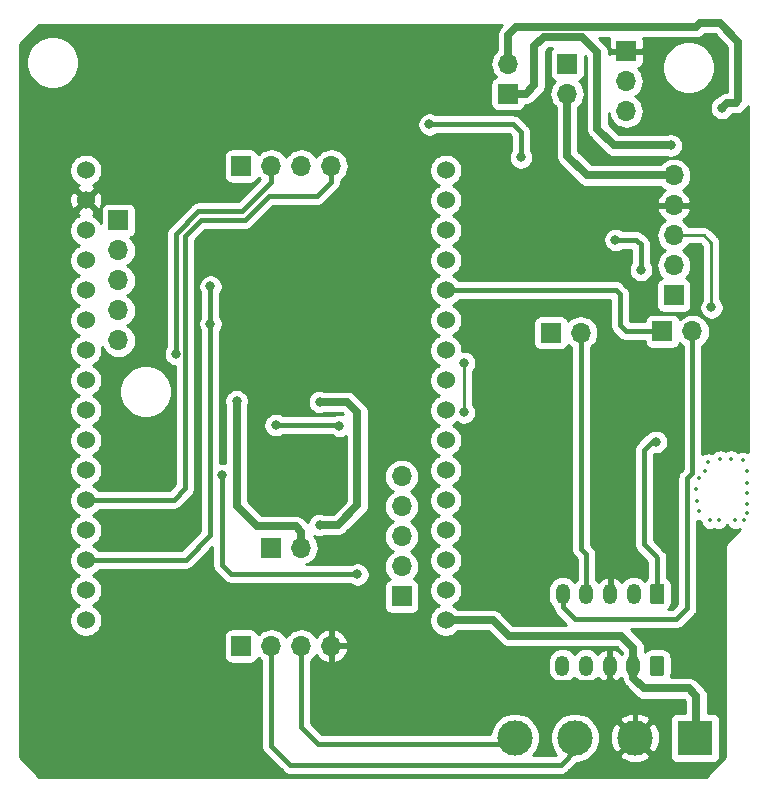
<source format=gbr>
%TF.GenerationSoftware,KiCad,Pcbnew,(5.0.0)*%
%TF.CreationDate,2021-11-24T17:07:04+01:00*%
%TF.ProjectId,Master3A__2,4D617374657233415F5F322E6B696361,rev?*%
%TF.SameCoordinates,Original*%
%TF.FileFunction,Copper,L2,Bot,Signal*%
%TF.FilePolarity,Positive*%
%FSLAX46Y46*%
G04 Gerber Fmt 4.6, Leading zero omitted, Abs format (unit mm)*
G04 Created by KiCad (PCBNEW (5.0.0)) date 11/24/21 17:07:04*
%MOMM*%
%LPD*%
G01*
G04 APERTURE LIST*
%TA.AperFunction,ComponentPad*%
%ADD10C,3.000000*%
%TD*%
%TA.AperFunction,ComponentPad*%
%ADD11R,3.000000X3.000000*%
%TD*%
%TA.AperFunction,ComponentPad*%
%ADD12O,1.200000X1.750000*%
%TD*%
%TA.AperFunction,Conductor*%
%ADD13C,0.100000*%
%TD*%
%TA.AperFunction,ComponentPad*%
%ADD14C,1.200000*%
%TD*%
%TA.AperFunction,ComponentPad*%
%ADD15R,1.700000X1.700000*%
%TD*%
%TA.AperFunction,ComponentPad*%
%ADD16O,1.700000X1.700000*%
%TD*%
%TA.AperFunction,ComponentPad*%
%ADD17C,1.524000*%
%TD*%
%TA.AperFunction,ViaPad*%
%ADD18C,0.350000*%
%TD*%
%TA.AperFunction,ViaPad*%
%ADD19C,0.800000*%
%TD*%
%TA.AperFunction,Conductor*%
%ADD20C,0.400000*%
%TD*%
%TA.AperFunction,Conductor*%
%ADD21C,0.650000*%
%TD*%
%TA.AperFunction,Conductor*%
%ADD22C,0.250000*%
%TD*%
%TA.AperFunction,Conductor*%
%ADD23C,0.254000*%
%TD*%
G04 APERTURE END LIST*
D10*
%TO.P,J5,4*%
%TO.N,/A*%
X256032000Y-134620000D03*
D11*
%TO.P,J5,1*%
%TO.N,+5V*%
X271272000Y-134620000D03*
D10*
%TO.P,J5,3*%
%TO.N,/B*%
X261112000Y-134620000D03*
%TO.P,J5,2*%
%TO.N,GND*%
X266192000Y-134620000D03*
%TD*%
D12*
%TO.P,J8,5*%
%TO.N,/SCL_5V*%
X260097000Y-122428000D03*
%TO.P,J8,4*%
%TO.N,/SDA_5V*%
X262097000Y-122428000D03*
%TO.P,J8,3*%
%TO.N,GND*%
X264097000Y-122428000D03*
%TO.P,J8,2*%
%TO.N,+5V*%
X266097000Y-122428000D03*
D13*
%TD*%
%TO.N,+3V3*%
%TO.C,J8*%
G36*
X268471505Y-121554204D02*
X268495773Y-121557804D01*
X268519572Y-121563765D01*
X268542671Y-121572030D01*
X268564850Y-121582520D01*
X268585893Y-121595132D01*
X268605599Y-121609747D01*
X268623777Y-121626223D01*
X268640253Y-121644401D01*
X268654868Y-121664107D01*
X268667480Y-121685150D01*
X268677970Y-121707329D01*
X268686235Y-121730428D01*
X268692196Y-121754227D01*
X268695796Y-121778495D01*
X268697000Y-121802999D01*
X268697000Y-123053001D01*
X268695796Y-123077505D01*
X268692196Y-123101773D01*
X268686235Y-123125572D01*
X268677970Y-123148671D01*
X268667480Y-123170850D01*
X268654868Y-123191893D01*
X268640253Y-123211599D01*
X268623777Y-123229777D01*
X268605599Y-123246253D01*
X268585893Y-123260868D01*
X268564850Y-123273480D01*
X268542671Y-123283970D01*
X268519572Y-123292235D01*
X268495773Y-123298196D01*
X268471505Y-123301796D01*
X268447001Y-123303000D01*
X267746999Y-123303000D01*
X267722495Y-123301796D01*
X267698227Y-123298196D01*
X267674428Y-123292235D01*
X267651329Y-123283970D01*
X267629150Y-123273480D01*
X267608107Y-123260868D01*
X267588401Y-123246253D01*
X267570223Y-123229777D01*
X267553747Y-123211599D01*
X267539132Y-123191893D01*
X267526520Y-123170850D01*
X267516030Y-123148671D01*
X267507765Y-123125572D01*
X267501804Y-123101773D01*
X267498204Y-123077505D01*
X267497000Y-123053001D01*
X267497000Y-121802999D01*
X267498204Y-121778495D01*
X267501804Y-121754227D01*
X267507765Y-121730428D01*
X267516030Y-121707329D01*
X267526520Y-121685150D01*
X267539132Y-121664107D01*
X267553747Y-121644401D01*
X267570223Y-121626223D01*
X267588401Y-121609747D01*
X267608107Y-121595132D01*
X267629150Y-121582520D01*
X267651329Y-121572030D01*
X267674428Y-121563765D01*
X267698227Y-121557804D01*
X267722495Y-121554204D01*
X267746999Y-121553000D01*
X268447001Y-121553000D01*
X268471505Y-121554204D01*
X268471505Y-121554204D01*
G37*
D14*
%TO.P,J8,1*%
%TO.N,+3V3*%
X268097000Y-122428000D03*
%TD*%
D15*
%TO.P,J9,1*%
%TO.N,Net-(J9-Pad1)*%
X246457000Y-122635000D03*
D16*
%TO.P,J9,2*%
%TO.N,Net-(J9-Pad2)*%
X246457000Y-120095000D03*
%TO.P,J9,3*%
%TO.N,Net-(J9-Pad3)*%
X246457000Y-117555000D03*
%TO.P,J9,4*%
%TO.N,Net-(J9-Pad4)*%
X246457000Y-115015000D03*
%TO.P,J9,5*%
%TO.N,Net-(J9-Pad5)*%
X246457000Y-112475000D03*
%TD*%
%TO.P,J10,5*%
%TO.N,Net-(J10-Pad5)*%
X222457000Y-100965000D03*
%TO.P,J10,4*%
%TO.N,Net-(J10-Pad4)*%
X222457000Y-98425000D03*
%TO.P,J10,3*%
%TO.N,Net-(J10-Pad3)*%
X222457000Y-95885000D03*
%TO.P,J10,2*%
%TO.N,Net-(J10-Pad2)*%
X222457000Y-93345000D03*
D15*
%TO.P,J10,1*%
%TO.N,Net-(J10-Pad1)*%
X222457000Y-90805000D03*
%TD*%
D17*
%TO.P,U3,32*%
%TO.N,Net-(U3-Pad32)*%
X219710000Y-124655000D03*
%TO.P,U3,31*%
%TO.N,Net-(U3-Pad31)*%
X219710000Y-122115000D03*
%TO.P,U3,30*%
%TO.N,/TX_MODBUS*%
X219710000Y-119575000D03*
%TO.P,U3,29*%
%TO.N,/GPIO14*%
X219710000Y-117035000D03*
%TO.P,U3,28*%
%TO.N,/RX_MODBUS*%
X219710000Y-114495000D03*
%TO.P,U3,27*%
%TO.N,/GPIO2*%
X219710000Y-111955000D03*
%TO.P,U3,26*%
%TO.N,Net-(U3-Pad26)*%
X219710000Y-109415000D03*
%TO.P,U3,25*%
%TO.N,Net-(U3-Pad25)*%
X219710000Y-106875000D03*
%TO.P,U3,24*%
%TO.N,Net-(U3-Pad24)*%
X219710000Y-104335000D03*
%TO.P,U3,23*%
%TO.N,Net-(J10-Pad5)*%
X219710000Y-101795000D03*
%TO.P,U3,22*%
%TO.N,Net-(J10-Pad4)*%
X219710000Y-99255000D03*
%TO.P,U3,21*%
%TO.N,Net-(J10-Pad3)*%
X219710000Y-96715000D03*
%TO.P,U3,20*%
%TO.N,Net-(J10-Pad2)*%
X219710000Y-94175000D03*
%TO.P,U3,19*%
%TO.N,Net-(J10-Pad1)*%
X219710000Y-91635000D03*
%TO.P,U3,18*%
%TO.N,GND*%
X219710000Y-89095000D03*
%TO.P,U3,17*%
%TO.N,+3V3*%
X219710000Y-86555000D03*
%TO.P,U3,16*%
%TO.N,+5V*%
X250190000Y-124655000D03*
%TO.P,U3,15*%
%TO.N,Net-(J9-Pad1)*%
X250190000Y-122115000D03*
%TO.P,U3,14*%
%TO.N,Net-(J9-Pad2)*%
X250190000Y-119575000D03*
%TO.P,U3,13*%
%TO.N,Net-(J9-Pad3)*%
X250190000Y-117035000D03*
%TO.P,U3,12*%
%TO.N,Net-(J9-Pad4)*%
X250190000Y-114495000D03*
%TO.P,U3,11*%
%TO.N,Net-(J9-Pad5)*%
X250190000Y-111955000D03*
%TO.P,U3,10*%
%TO.N,/NSS*%
X250190000Y-109415000D03*
%TO.P,U3,9*%
%TO.N,/SCK*%
X250190000Y-106875000D03*
%TO.P,U3,8*%
%TO.N,/MISO*%
X250190000Y-104335000D03*
%TO.P,U3,7*%
%TO.N,/MOSI*%
X250190000Y-101795000D03*
%TO.P,U3,6*%
%TO.N,/SDA_3V3*%
X250190000Y-99255000D03*
%TO.P,U3,5*%
%TO.N,/SCL_3V3*%
X250190000Y-96715000D03*
%TO.P,U3,4*%
%TO.N,Net-(U3-Pad4)*%
X250190000Y-94175000D03*
%TO.P,U3,3*%
%TO.N,Net-(U3-Pad3)*%
X250190000Y-91635000D03*
%TO.P,U3,2*%
%TO.N,Net-(U3-Pad2)*%
X250190000Y-89095000D03*
%TO.P,U3,1*%
%TO.N,Net-(U3-Pad1)*%
X250190000Y-86555000D03*
%TD*%
D15*
%TO.P,J1,1*%
%TO.N,GND*%
X265457000Y-76475000D03*
D16*
%TO.P,J1,2*%
%TO.N,Net-(J1-Pad2)*%
X265457000Y-79015000D03*
%TO.P,J1,3*%
%TO.N,Net-(J1-Pad3)*%
X265457000Y-81555000D03*
%TD*%
D15*
%TO.P,J2,1*%
%TO.N,/TX_MODBUS*%
X232856000Y-86201000D03*
D16*
%TO.P,J2,2*%
%TO.N,/GPIOXX*%
X235396000Y-86201000D03*
%TO.P,J2,3*%
X237936000Y-86201000D03*
%TO.P,J2,4*%
%TO.N,/RX_MODBUS*%
X240476000Y-86201000D03*
%TD*%
D15*
%TO.P,J3,1*%
%TO.N,Net-(J3-Pad1)*%
X255457000Y-80095000D03*
D16*
%TO.P,J3,2*%
%TO.N,Net-(D1-Pad2)*%
X255457000Y-77555000D03*
%TD*%
%TO.P,JP1,2*%
%TO.N,/SDA_5V*%
X261620000Y-100330000D03*
D15*
%TO.P,JP1,1*%
%TO.N,/SDA_3V3*%
X259080000Y-100330000D03*
%TD*%
%TO.P,JP2,1*%
%TO.N,/SCL_3V3*%
X268523000Y-100203000D03*
D16*
%TO.P,JP2,2*%
%TO.N,/SCL_5V*%
X271063000Y-100203000D03*
%TD*%
%TO.P,SW1,2*%
%TO.N,+5V*%
X260457000Y-80095000D03*
D15*
%TO.P,SW1,1*%
%TO.N,Net-(J1-Pad3)*%
X260457000Y-77555000D03*
%TD*%
%TO.P,J11,1*%
%TO.N,+5V*%
X232856000Y-126841000D03*
D16*
%TO.P,J11,2*%
%TO.N,/B*%
X235396000Y-126841000D03*
%TO.P,J11,3*%
%TO.N,/A*%
X237936000Y-126841000D03*
%TO.P,J11,4*%
%TO.N,GND*%
X240476000Y-126841000D03*
%TD*%
D15*
%TO.P,J4,1*%
%TO.N,/B*%
X235396000Y-118506001D03*
D16*
%TO.P,J4,2*%
%TO.N,/A*%
X237936000Y-118506001D03*
%TD*%
D13*
%TO.N,+3V3*%
%TO.C,J6*%
G36*
X268439505Y-127650204D02*
X268463773Y-127653804D01*
X268487572Y-127659765D01*
X268510671Y-127668030D01*
X268532850Y-127678520D01*
X268553893Y-127691132D01*
X268573599Y-127705747D01*
X268591777Y-127722223D01*
X268608253Y-127740401D01*
X268622868Y-127760107D01*
X268635480Y-127781150D01*
X268645970Y-127803329D01*
X268654235Y-127826428D01*
X268660196Y-127850227D01*
X268663796Y-127874495D01*
X268665000Y-127898999D01*
X268665000Y-129149001D01*
X268663796Y-129173505D01*
X268660196Y-129197773D01*
X268654235Y-129221572D01*
X268645970Y-129244671D01*
X268635480Y-129266850D01*
X268622868Y-129287893D01*
X268608253Y-129307599D01*
X268591777Y-129325777D01*
X268573599Y-129342253D01*
X268553893Y-129356868D01*
X268532850Y-129369480D01*
X268510671Y-129379970D01*
X268487572Y-129388235D01*
X268463773Y-129394196D01*
X268439505Y-129397796D01*
X268415001Y-129399000D01*
X267714999Y-129399000D01*
X267690495Y-129397796D01*
X267666227Y-129394196D01*
X267642428Y-129388235D01*
X267619329Y-129379970D01*
X267597150Y-129369480D01*
X267576107Y-129356868D01*
X267556401Y-129342253D01*
X267538223Y-129325777D01*
X267521747Y-129307599D01*
X267507132Y-129287893D01*
X267494520Y-129266850D01*
X267484030Y-129244671D01*
X267475765Y-129221572D01*
X267469804Y-129197773D01*
X267466204Y-129173505D01*
X267465000Y-129149001D01*
X267465000Y-127898999D01*
X267466204Y-127874495D01*
X267469804Y-127850227D01*
X267475765Y-127826428D01*
X267484030Y-127803329D01*
X267494520Y-127781150D01*
X267507132Y-127760107D01*
X267521747Y-127740401D01*
X267538223Y-127722223D01*
X267556401Y-127705747D01*
X267576107Y-127691132D01*
X267597150Y-127678520D01*
X267619329Y-127668030D01*
X267642428Y-127659765D01*
X267666227Y-127653804D01*
X267690495Y-127650204D01*
X267714999Y-127649000D01*
X268415001Y-127649000D01*
X268439505Y-127650204D01*
X268439505Y-127650204D01*
G37*
D14*
%TD*%
%TO.P,J6,1*%
%TO.N,+3V3*%
X268065000Y-128524000D03*
D12*
%TO.P,J6,2*%
%TO.N,+5V*%
X266065000Y-128524000D03*
%TO.P,J6,3*%
%TO.N,GND*%
X264065000Y-128524000D03*
%TO.P,J6,4*%
%TO.N,/B*%
X262065000Y-128524000D03*
%TO.P,J6,5*%
%TO.N,/A*%
X260065000Y-128524000D03*
%TD*%
D15*
%TO.P,J7,1*%
%TO.N,+3V3*%
X269494000Y-97155000D03*
D16*
%TO.P,J7,2*%
%TO.N,/SDA_5V*%
X269494000Y-94615000D03*
%TO.P,J7,3*%
%TO.N,/SCL_5V*%
X269494000Y-92075000D03*
%TO.P,J7,4*%
%TO.N,GND*%
X269494000Y-89535000D03*
%TO.P,J7,5*%
%TO.N,+5V*%
X269494000Y-86995000D03*
%TD*%
D18*
%TO.N,*%
X271457000Y-114555000D03*
X271399000Y-113538000D03*
X271653000Y-112649000D03*
X272161000Y-112014000D03*
X272415000Y-111252000D03*
X273431000Y-110998000D03*
X274320000Y-110998000D03*
X275336000Y-111125000D03*
X275717000Y-112014000D03*
X275717000Y-113030000D03*
X275717000Y-113919000D03*
X275717000Y-114808000D03*
X275717000Y-115570000D03*
X275463000Y-116205000D03*
X274701000Y-116205000D03*
X273304000Y-116205000D03*
X272542000Y-116205000D03*
X271653000Y-115443000D03*
D19*
%TO.N,GND*%
X253457000Y-100619000D03*
X253457000Y-97952000D03*
X257429000Y-90805000D03*
X260604000Y-88519000D03*
X236728000Y-104013000D03*
X234823000Y-99568000D03*
X275463000Y-85344000D03*
%TO.N,+5V*%
X235786000Y-108151000D03*
X241173000Y-108204000D03*
%TO.N,Net-(D1-Pad2)*%
X273558000Y-81280000D03*
%TO.N,+3V3*%
X248793000Y-82677000D03*
X256540000Y-85471000D03*
X266700000Y-94996000D03*
X264541000Y-92456000D03*
X267970000Y-109555000D03*
%TO.N,/TX_MODBUS*%
X230251000Y-99568000D03*
X230251000Y-96393000D03*
%TO.N,/GPIOXX*%
X227330000Y-102108000D03*
%TO.N,Net-(J3-Pad1)*%
X269240000Y-84455000D03*
%TO.N,/A*%
X232481000Y-106101000D03*
%TO.N,/B*%
X239522000Y-116586000D03*
X239522000Y-106172000D03*
%TO.N,/SCL_5V*%
X272669000Y-98171000D03*
%TO.N,/MOSI*%
X251714000Y-102870000D03*
X251714000Y-107061000D03*
%TO.N,/GPIO2*%
X242697000Y-120777000D03*
X231267000Y-112395000D03*
%TD*%
D20*
%TO.N,GND*%
X274828000Y-89535000D02*
X269113000Y-89535000D01*
X275463000Y-88900000D02*
X274828000Y-89535000D01*
X253457000Y-100619000D02*
X253457000Y-97952000D01*
X257429000Y-90805000D02*
X259715000Y-88519000D01*
X259715000Y-88519000D02*
X260604000Y-88519000D01*
X234823000Y-99568000D02*
X234823000Y-103124000D01*
X235712000Y-104013000D02*
X236728000Y-104013000D01*
X234823000Y-103124000D02*
X235712000Y-104013000D01*
X240476000Y-126841000D02*
X253968000Y-126841000D01*
X259461000Y-129921000D02*
X257048000Y-129921000D01*
X253968000Y-126841000D02*
X257048000Y-129921000D01*
X264065000Y-129889000D02*
X264033000Y-129921000D01*
X264065000Y-129572000D02*
X264414000Y-129921000D01*
X264065000Y-129540000D02*
X264065000Y-129572000D01*
X264414000Y-129921000D02*
X264922000Y-129921000D01*
X264033000Y-129921000D02*
X264414000Y-129921000D01*
X264065000Y-129540000D02*
X264065000Y-129889000D01*
X264065000Y-128524000D02*
X264065000Y-129540000D01*
X264065000Y-129635000D02*
X263779000Y-129921000D01*
X264065000Y-129540000D02*
X264065000Y-129635000D01*
X259461000Y-129921000D02*
X263779000Y-129921000D01*
X263779000Y-129921000D02*
X264033000Y-129921000D01*
X265684000Y-131990680D02*
X265684000Y-130683000D01*
X266192000Y-132498680D02*
X265684000Y-131990680D01*
X266192000Y-134620000D02*
X266192000Y-132498680D01*
X264922000Y-129921000D02*
X265684000Y-130683000D01*
X275463000Y-87503000D02*
X275463000Y-85344000D01*
X275463000Y-87503000D02*
X275463000Y-88900000D01*
D21*
%TO.N,+5V*%
X260457000Y-85324000D02*
X262128000Y-86995000D01*
X260457000Y-80095000D02*
X260457000Y-85324000D01*
X269113000Y-86995000D02*
X262128000Y-86995000D01*
D20*
X235786000Y-108151000D02*
X241120000Y-108151000D01*
X241120000Y-108151000D02*
X241173000Y-108204000D01*
D21*
X255515000Y-125984000D02*
X254186000Y-124655000D01*
X250190000Y-124655000D02*
X254186000Y-124655000D01*
X265050000Y-125984000D02*
X263525000Y-125984000D01*
X266065000Y-126999000D02*
X265050000Y-125984000D01*
X266065000Y-128524000D02*
X266065000Y-126999000D01*
X263525000Y-125984000D02*
X255515000Y-125984000D01*
X266065000Y-128524000D02*
X266065000Y-129540000D01*
X266065000Y-129540000D02*
X266954000Y-130429000D01*
X266954000Y-130429000D02*
X270764000Y-130429000D01*
X271399000Y-131064000D02*
X271399000Y-133477000D01*
X270764000Y-130429000D02*
X271399000Y-131064000D01*
D20*
X271526000Y-133604000D02*
X271399000Y-133477000D01*
X271526000Y-135128000D02*
X271526000Y-133604000D01*
D21*
%TO.N,Net-(D1-Pad2)*%
X273957999Y-80880001D02*
X274719999Y-80880001D01*
X273558000Y-81280000D02*
X273957999Y-80880001D01*
X274719999Y-80880001D02*
X274955000Y-80645000D01*
X274955000Y-75692000D02*
X273368010Y-74105010D01*
X274955000Y-80645000D02*
X274955000Y-75692000D01*
X271720176Y-74105010D02*
X271403186Y-74422000D01*
X273368010Y-74105010D02*
X271720176Y-74105010D01*
X271403186Y-74422000D02*
X256159000Y-74422000D01*
X255457000Y-75124000D02*
X255457000Y-77555000D01*
X256159000Y-74422000D02*
X255457000Y-75124000D01*
D20*
%TO.N,+3V3*%
X248793000Y-82677000D02*
X255905000Y-82677000D01*
X255905000Y-82677000D02*
X256540000Y-83312000D01*
X256540000Y-83312000D02*
X256540000Y-85471000D01*
X266700000Y-94996000D02*
X266700000Y-92837000D01*
X266700000Y-92837000D02*
X266319000Y-92456000D01*
X266319000Y-92456000D02*
X264541000Y-92456000D01*
X266954000Y-118237000D02*
X266954000Y-110236000D01*
X266954000Y-110236000D02*
X267635000Y-109555000D01*
X268097000Y-119380000D02*
X267970000Y-119253000D01*
X268097000Y-122682000D02*
X268097000Y-119380000D01*
X267970000Y-119253000D02*
X266954000Y-118237000D01*
%TO.N,/TX_MODBUS*%
X230251000Y-99568000D02*
X230251000Y-96393000D01*
X230251000Y-99568000D02*
X230251000Y-117475000D01*
X228151000Y-119575000D02*
X219710000Y-119575000D01*
X230251000Y-117475000D02*
X228151000Y-119575000D01*
%TO.N,/GPIOXX*%
X235396000Y-86201000D02*
X235396000Y-87565000D01*
X235396000Y-87565000D02*
X232918000Y-90043000D01*
X229235000Y-90043000D02*
X227330000Y-91948000D01*
X232918000Y-90043000D02*
X229235000Y-90043000D01*
X227330000Y-102108000D02*
X227330000Y-91948000D01*
%TO.N,/RX_MODBUS*%
X240476000Y-86201000D02*
X240476000Y-87565000D01*
X240476000Y-87565000D02*
X239268000Y-88773000D01*
X239268000Y-88773000D02*
X235204000Y-88773000D01*
X235204000Y-88773000D02*
X233172000Y-90805000D01*
X233172000Y-90805000D02*
X229489000Y-90805000D01*
X228130001Y-92163999D02*
X228130001Y-113499999D01*
X229489000Y-90805000D02*
X228130001Y-92163999D01*
X227135000Y-114495000D02*
X219710000Y-114495000D01*
X228130001Y-113499999D02*
X227135000Y-114495000D01*
D21*
%TO.N,Net-(J3-Pad1)*%
X256957000Y-80095000D02*
X257683000Y-79369000D01*
X255457000Y-80095000D02*
X256957000Y-80095000D01*
X257683000Y-79369000D02*
X257683000Y-76073000D01*
X257683000Y-76073000D02*
X258483990Y-75272010D01*
X260819012Y-75272010D02*
X260858002Y-75311000D01*
X258483990Y-75272010D02*
X260819012Y-75272010D01*
X260858002Y-75311000D02*
X261747000Y-75311000D01*
X261747000Y-75311000D02*
X263017000Y-76581000D01*
X263017000Y-76581000D02*
X263017000Y-83058000D01*
X263017000Y-83058000D02*
X264414000Y-84455000D01*
X264414000Y-84455000D02*
X269240000Y-84455000D01*
%TO.N,/A*%
X232481000Y-106101000D02*
X232481000Y-115006000D01*
X232481000Y-115006000D02*
X234188000Y-116713000D01*
X234188000Y-116713000D02*
X237490000Y-116713000D01*
X237936000Y-117159000D02*
X237936000Y-118506001D01*
X237490000Y-116713000D02*
X237936000Y-117159000D01*
D20*
X256286000Y-135128000D02*
X239395000Y-135128000D01*
X237936000Y-133669000D02*
X237936000Y-131318000D01*
X239395000Y-135128000D02*
X237936000Y-133669000D01*
X237936000Y-131318000D02*
X237936000Y-126841000D01*
D21*
%TO.N,/B*%
X239522000Y-116586000D02*
X241046000Y-116586000D01*
X241046000Y-116586000D02*
X242697000Y-114935000D01*
X242697000Y-114935000D02*
X242697000Y-107061000D01*
X242697000Y-107061000D02*
X241808000Y-106172000D01*
X241808000Y-106172000D02*
X239522000Y-106172000D01*
D20*
X261239000Y-135598320D02*
X259931320Y-136906000D01*
X261239000Y-133477000D02*
X261239000Y-135598320D01*
X259931320Y-136906000D02*
X236982000Y-136906000D01*
X235396000Y-135320000D02*
X235396000Y-126841000D01*
X236982000Y-136906000D02*
X235396000Y-135320000D01*
%TO.N,/SDA_5V*%
X262097000Y-119095000D02*
X261620000Y-118618000D01*
X262097000Y-122682000D02*
X262097000Y-119095000D01*
X261620000Y-100330000D02*
X261620000Y-118618000D01*
D22*
%TO.N,/SCL_5V*%
X272669000Y-98171000D02*
X272669000Y-92710000D01*
X272034000Y-92075000D02*
X269113000Y-92075000D01*
X272669000Y-92710000D02*
X272034000Y-92075000D01*
D20*
X271063000Y-100203000D02*
X271063000Y-109138000D01*
X271063000Y-112208998D02*
X270637000Y-112634998D01*
X271063000Y-109138000D02*
X271063000Y-112208998D01*
X270637000Y-123653002D02*
X269703002Y-124587000D01*
X270637000Y-112634998D02*
X270637000Y-123653002D01*
X269703002Y-124587000D02*
X267208000Y-124587000D01*
X260097000Y-123572000D02*
X261112000Y-124587000D01*
X260097000Y-122682000D02*
X260097000Y-123572000D01*
X261112000Y-124587000D02*
X267208000Y-124587000D01*
X267208000Y-124587000D02*
X266446000Y-124587000D01*
%TO.N,/SCL_3V3*%
X268523000Y-100203000D02*
X265430000Y-100203000D01*
X265430000Y-100203000D02*
X264922000Y-99695000D01*
X264922000Y-99695000D02*
X264922000Y-97037000D01*
X264922000Y-97037000D02*
X264600000Y-96715000D01*
X264600000Y-96715000D02*
X250190000Y-96715000D01*
D22*
%TO.N,/MOSI*%
X251714000Y-102870000D02*
X251714000Y-107061000D01*
D20*
%TO.N,/GPIO2*%
X242697000Y-120777000D02*
X232029000Y-120777000D01*
X232029000Y-120777000D02*
X231267000Y-120015000D01*
X231267000Y-120015000D02*
X231267000Y-112395000D01*
%TD*%
D23*
%TO.N,GND*%
G36*
X254811531Y-74411825D02*
X254774893Y-74441893D01*
X254654927Y-74588072D01*
X254565784Y-74754847D01*
X254510890Y-74935808D01*
X254497000Y-75076839D01*
X254497000Y-75076848D01*
X254492356Y-75124000D01*
X254497000Y-75171152D01*
X254497001Y-76421791D01*
X254401866Y-76499866D01*
X254216294Y-76725986D01*
X254078401Y-76983966D01*
X253993487Y-77263889D01*
X253964815Y-77555000D01*
X253993487Y-77846111D01*
X254078401Y-78126034D01*
X254216294Y-78384014D01*
X254401866Y-78610134D01*
X254431687Y-78634607D01*
X254362820Y-78655498D01*
X254252506Y-78714463D01*
X254155815Y-78793815D01*
X254076463Y-78890506D01*
X254017498Y-79000820D01*
X253981188Y-79120518D01*
X253968928Y-79245000D01*
X253968928Y-80945000D01*
X253981188Y-81069482D01*
X254017498Y-81189180D01*
X254076463Y-81299494D01*
X254155815Y-81396185D01*
X254252506Y-81475537D01*
X254362820Y-81534502D01*
X254482518Y-81570812D01*
X254607000Y-81583072D01*
X256307000Y-81583072D01*
X256431482Y-81570812D01*
X256551180Y-81534502D01*
X256661494Y-81475537D01*
X256758185Y-81396185D01*
X256837537Y-81299494D01*
X256896502Y-81189180D01*
X256932812Y-81069482D01*
X256934004Y-81057379D01*
X256957000Y-81059644D01*
X257004152Y-81055000D01*
X257004162Y-81055000D01*
X257145193Y-81041110D01*
X257326154Y-80986216D01*
X257492928Y-80897073D01*
X257639107Y-80777107D01*
X257669175Y-80740469D01*
X258328474Y-80081171D01*
X258365107Y-80051107D01*
X258395171Y-80014474D01*
X258485073Y-79904929D01*
X258574216Y-79738154D01*
X258599683Y-79654200D01*
X258629110Y-79557193D01*
X258643000Y-79416162D01*
X258643000Y-79416153D01*
X258647644Y-79369001D01*
X258643000Y-79321849D01*
X258643000Y-76470644D01*
X258881635Y-76232010D01*
X259182385Y-76232010D01*
X259155815Y-76253815D01*
X259076463Y-76350506D01*
X259017498Y-76460820D01*
X258981188Y-76580518D01*
X258968928Y-76705000D01*
X258968928Y-78405000D01*
X258981188Y-78529482D01*
X259017498Y-78649180D01*
X259076463Y-78759494D01*
X259155815Y-78856185D01*
X259252506Y-78935537D01*
X259362820Y-78994502D01*
X259431687Y-79015393D01*
X259401866Y-79039866D01*
X259216294Y-79265986D01*
X259078401Y-79523966D01*
X258993487Y-79803889D01*
X258964815Y-80095000D01*
X258993487Y-80386111D01*
X259078401Y-80666034D01*
X259216294Y-80924014D01*
X259401866Y-81150134D01*
X259497000Y-81228209D01*
X259497001Y-85276838D01*
X259492356Y-85324000D01*
X259497001Y-85371162D01*
X259510022Y-85503364D01*
X259510891Y-85512192D01*
X259565784Y-85693153D01*
X259654927Y-85859928D01*
X259744829Y-85969473D01*
X259774894Y-86006107D01*
X259811526Y-86036170D01*
X261415829Y-87640474D01*
X261445893Y-87677107D01*
X261482526Y-87707171D01*
X261592071Y-87797073D01*
X261758605Y-87886087D01*
X261758846Y-87886216D01*
X261939807Y-87941110D01*
X262080838Y-87955000D01*
X262080840Y-87955000D01*
X262128000Y-87959645D01*
X262175160Y-87955000D01*
X268360791Y-87955000D01*
X268438866Y-88050134D01*
X268664986Y-88235706D01*
X268729523Y-88270201D01*
X268612645Y-88339822D01*
X268396412Y-88534731D01*
X268222359Y-88768080D01*
X268097175Y-89030901D01*
X268052524Y-89178110D01*
X268173845Y-89408000D01*
X269367000Y-89408000D01*
X269367000Y-89388000D01*
X269621000Y-89388000D01*
X269621000Y-89408000D01*
X270814155Y-89408000D01*
X270935476Y-89178110D01*
X270890825Y-89030901D01*
X270765641Y-88768080D01*
X270591588Y-88534731D01*
X270375355Y-88339822D01*
X270258477Y-88270201D01*
X270323014Y-88235706D01*
X270549134Y-88050134D01*
X270734706Y-87824014D01*
X270872599Y-87566034D01*
X270957513Y-87286111D01*
X270986185Y-86995000D01*
X270957513Y-86703889D01*
X270872599Y-86423966D01*
X270734706Y-86165986D01*
X270549134Y-85939866D01*
X270323014Y-85754294D01*
X270065034Y-85616401D01*
X269785111Y-85531487D01*
X269566950Y-85510000D01*
X269421050Y-85510000D01*
X269202889Y-85531487D01*
X268922966Y-85616401D01*
X268664986Y-85754294D01*
X268438866Y-85939866D01*
X268360791Y-86035000D01*
X262525645Y-86035000D01*
X261417000Y-84926356D01*
X261417000Y-81228209D01*
X261512134Y-81150134D01*
X261697706Y-80924014D01*
X261835599Y-80666034D01*
X261920513Y-80386111D01*
X261949185Y-80095000D01*
X261920513Y-79803889D01*
X261835599Y-79523966D01*
X261697706Y-79265986D01*
X261512134Y-79039866D01*
X261482313Y-79015393D01*
X261551180Y-78994502D01*
X261661494Y-78935537D01*
X261758185Y-78856185D01*
X261837537Y-78759494D01*
X261896502Y-78649180D01*
X261932812Y-78529482D01*
X261945072Y-78405000D01*
X261945072Y-76866717D01*
X262057000Y-76978645D01*
X262057001Y-83010838D01*
X262052356Y-83058000D01*
X262057001Y-83105162D01*
X262070891Y-83246193D01*
X262078411Y-83270982D01*
X262125784Y-83427153D01*
X262214927Y-83593928D01*
X262304829Y-83703473D01*
X262334894Y-83740107D01*
X262371526Y-83770170D01*
X263701829Y-85100474D01*
X263731893Y-85137107D01*
X263768525Y-85167170D01*
X263878071Y-85257073D01*
X263936163Y-85288124D01*
X264044846Y-85346216D01*
X264225807Y-85401110D01*
X264366838Y-85415000D01*
X264366847Y-85415000D01*
X264413999Y-85419644D01*
X264461151Y-85415000D01*
X268853060Y-85415000D01*
X268938102Y-85450226D01*
X269138061Y-85490000D01*
X269341939Y-85490000D01*
X269541898Y-85450226D01*
X269730256Y-85372205D01*
X269899774Y-85258937D01*
X270043937Y-85114774D01*
X270157205Y-84945256D01*
X270235226Y-84756898D01*
X270275000Y-84556939D01*
X270275000Y-84353061D01*
X270235226Y-84153102D01*
X270157205Y-83964744D01*
X270043937Y-83795226D01*
X269899774Y-83651063D01*
X269730256Y-83537795D01*
X269541898Y-83459774D01*
X269341939Y-83420000D01*
X269138061Y-83420000D01*
X268938102Y-83459774D01*
X268853060Y-83495000D01*
X264811645Y-83495000D01*
X263977000Y-82660356D01*
X263977000Y-81678716D01*
X263993487Y-81846111D01*
X264078401Y-82126034D01*
X264216294Y-82384014D01*
X264401866Y-82610134D01*
X264627986Y-82795706D01*
X264885966Y-82933599D01*
X265165889Y-83018513D01*
X265384050Y-83040000D01*
X265529950Y-83040000D01*
X265748111Y-83018513D01*
X266028034Y-82933599D01*
X266286014Y-82795706D01*
X266512134Y-82610134D01*
X266697706Y-82384014D01*
X266835599Y-82126034D01*
X266920513Y-81846111D01*
X266949185Y-81555000D01*
X266920513Y-81263889D01*
X266835599Y-80983966D01*
X266697706Y-80725986D01*
X266512134Y-80499866D01*
X266286014Y-80314294D01*
X266231209Y-80285000D01*
X266286014Y-80255706D01*
X266512134Y-80070134D01*
X266697706Y-79844014D01*
X266835599Y-79586034D01*
X266920513Y-79306111D01*
X266949185Y-79015000D01*
X266920513Y-78723889D01*
X266835599Y-78443966D01*
X266697706Y-78185986D01*
X266512134Y-77959866D01*
X266484447Y-77937144D01*
X266492223Y-77935597D01*
X266607785Y-77887730D01*
X266711789Y-77818237D01*
X266800237Y-77729789D01*
X266849359Y-77656272D01*
X268529000Y-77656272D01*
X268529000Y-78096528D01*
X268614890Y-78528325D01*
X268783369Y-78935069D01*
X269027962Y-79301129D01*
X269339271Y-79612438D01*
X269705331Y-79857031D01*
X270112075Y-80025510D01*
X270543872Y-80111400D01*
X270984128Y-80111400D01*
X271415925Y-80025510D01*
X271822669Y-79857031D01*
X272188729Y-79612438D01*
X272500038Y-79301129D01*
X272744631Y-78935069D01*
X272913110Y-78528325D01*
X272999000Y-78096528D01*
X272999000Y-77656272D01*
X272913110Y-77224475D01*
X272744631Y-76817731D01*
X272500038Y-76451671D01*
X272188729Y-76140362D01*
X271822669Y-75895769D01*
X271415925Y-75727290D01*
X270984128Y-75641400D01*
X270543872Y-75641400D01*
X270112075Y-75727290D01*
X269705331Y-75895769D01*
X269339271Y-76140362D01*
X269027962Y-76451671D01*
X268783369Y-76817731D01*
X268614890Y-77224475D01*
X268529000Y-77656272D01*
X266849359Y-77656272D01*
X266869730Y-77625785D01*
X266917597Y-77510223D01*
X266942000Y-77387542D01*
X266942000Y-76760750D01*
X266783250Y-76602000D01*
X265584000Y-76602000D01*
X265584000Y-76622000D01*
X265330000Y-76622000D01*
X265330000Y-76602000D01*
X264130750Y-76602000D01*
X263977000Y-76755750D01*
X263977000Y-76628151D01*
X263981644Y-76580999D01*
X263977000Y-76533847D01*
X263977000Y-76533838D01*
X263963110Y-76392807D01*
X263908216Y-76211846D01*
X263856717Y-76115498D01*
X263819073Y-76045071D01*
X263729170Y-75935525D01*
X263699107Y-75898893D01*
X263662474Y-75868829D01*
X263175645Y-75382000D01*
X264020335Y-75382000D01*
X263996403Y-75439777D01*
X263972000Y-75562458D01*
X263972000Y-76189250D01*
X264130750Y-76348000D01*
X265330000Y-76348000D01*
X265330000Y-76328000D01*
X265584000Y-76328000D01*
X265584000Y-76348000D01*
X266783250Y-76348000D01*
X266942000Y-76189250D01*
X266942000Y-75562458D01*
X266917597Y-75439777D01*
X266893665Y-75382000D01*
X271356034Y-75382000D01*
X271403186Y-75386644D01*
X271450338Y-75382000D01*
X271450348Y-75382000D01*
X271591379Y-75368110D01*
X271772340Y-75313216D01*
X271939114Y-75224073D01*
X272085293Y-75104107D01*
X272115361Y-75067469D01*
X272117820Y-75065010D01*
X272970366Y-75065010D01*
X273995001Y-76089646D01*
X273995000Y-79919001D01*
X273957998Y-79915357D01*
X273910846Y-79920001D01*
X273910837Y-79920001D01*
X273769806Y-79933891D01*
X273588845Y-79988785D01*
X273422071Y-80077928D01*
X273275892Y-80197894D01*
X273245824Y-80234532D01*
X273152787Y-80327569D01*
X273067744Y-80362795D01*
X272898226Y-80476063D01*
X272754063Y-80620226D01*
X272640795Y-80789744D01*
X272562774Y-80978102D01*
X272523000Y-81178061D01*
X272523000Y-81381939D01*
X272562774Y-81581898D01*
X272640795Y-81770256D01*
X272754063Y-81939774D01*
X272898226Y-82083937D01*
X273067744Y-82197205D01*
X273256102Y-82275226D01*
X273456061Y-82315000D01*
X273659939Y-82315000D01*
X273859898Y-82275226D01*
X274048256Y-82197205D01*
X274217774Y-82083937D01*
X274361937Y-81939774D01*
X274428603Y-81840001D01*
X274672847Y-81840001D01*
X274719999Y-81844645D01*
X274767151Y-81840001D01*
X274767161Y-81840001D01*
X274908192Y-81826111D01*
X275089153Y-81771217D01*
X275255927Y-81682074D01*
X275402106Y-81562108D01*
X275432174Y-81525470D01*
X275600469Y-81357175D01*
X275637107Y-81327107D01*
X275757073Y-81180928D01*
X275772001Y-81153000D01*
X275772000Y-110442148D01*
X275719679Y-110407188D01*
X275572268Y-110346128D01*
X275415778Y-110315000D01*
X275256222Y-110315000D01*
X275099732Y-110346128D01*
X274952321Y-110407188D01*
X274905791Y-110438278D01*
X274836345Y-110368832D01*
X274703679Y-110280188D01*
X274556268Y-110219128D01*
X274399778Y-110188000D01*
X274240222Y-110188000D01*
X274083732Y-110219128D01*
X273936321Y-110280188D01*
X273875500Y-110320827D01*
X273814679Y-110280188D01*
X273667268Y-110219128D01*
X273510778Y-110188000D01*
X273351222Y-110188000D01*
X273194732Y-110219128D01*
X273047321Y-110280188D01*
X272914655Y-110368832D01*
X272801832Y-110481655D01*
X272773656Y-110523823D01*
X272651268Y-110473128D01*
X272494778Y-110442000D01*
X272335222Y-110442000D01*
X272178732Y-110473128D01*
X272031321Y-110534188D01*
X271898655Y-110622832D01*
X271898000Y-110623487D01*
X271898000Y-101438793D01*
X272118134Y-101258134D01*
X272303706Y-101032014D01*
X272441599Y-100774034D01*
X272526513Y-100494111D01*
X272555185Y-100203000D01*
X272526513Y-99911889D01*
X272441599Y-99631966D01*
X272303706Y-99373986D01*
X272118134Y-99147866D01*
X271892014Y-98962294D01*
X271634034Y-98824401D01*
X271354111Y-98739487D01*
X271135950Y-98718000D01*
X270990050Y-98718000D01*
X270771889Y-98739487D01*
X270491966Y-98824401D01*
X270233986Y-98962294D01*
X270007866Y-99147866D01*
X269983393Y-99177687D01*
X269962502Y-99108820D01*
X269903537Y-98998506D01*
X269824185Y-98901815D01*
X269727494Y-98822463D01*
X269617180Y-98763498D01*
X269497482Y-98727188D01*
X269373000Y-98714928D01*
X267673000Y-98714928D01*
X267548518Y-98727188D01*
X267428820Y-98763498D01*
X267318506Y-98822463D01*
X267221815Y-98901815D01*
X267142463Y-98998506D01*
X267083498Y-99108820D01*
X267047188Y-99228518D01*
X267034928Y-99353000D01*
X267034928Y-99368000D01*
X265775867Y-99368000D01*
X265757000Y-99349133D01*
X265757000Y-97078018D01*
X265761040Y-97037000D01*
X265753603Y-96961487D01*
X265744918Y-96873311D01*
X265697172Y-96715913D01*
X265619636Y-96570854D01*
X265515291Y-96443709D01*
X265483426Y-96417558D01*
X265219445Y-96153578D01*
X265193291Y-96121709D01*
X265066146Y-96017364D01*
X264921087Y-95939828D01*
X264763689Y-95892082D01*
X264641019Y-95880000D01*
X264641018Y-95880000D01*
X264600000Y-95875960D01*
X264558982Y-95880000D01*
X251312227Y-95880000D01*
X251275120Y-95824465D01*
X251080535Y-95629880D01*
X250851727Y-95476995D01*
X250774485Y-95445000D01*
X250851727Y-95413005D01*
X251080535Y-95260120D01*
X251275120Y-95065535D01*
X251428005Y-94836727D01*
X251533314Y-94582490D01*
X251587000Y-94312592D01*
X251587000Y-94037408D01*
X251533314Y-93767510D01*
X251428005Y-93513273D01*
X251275120Y-93284465D01*
X251080535Y-93089880D01*
X250851727Y-92936995D01*
X250774485Y-92905000D01*
X250851727Y-92873005D01*
X251080535Y-92720120D01*
X251275120Y-92525535D01*
X251389695Y-92354061D01*
X263506000Y-92354061D01*
X263506000Y-92557939D01*
X263545774Y-92757898D01*
X263623795Y-92946256D01*
X263737063Y-93115774D01*
X263881226Y-93259937D01*
X264050744Y-93373205D01*
X264239102Y-93451226D01*
X264439061Y-93491000D01*
X264642939Y-93491000D01*
X264842898Y-93451226D01*
X265031256Y-93373205D01*
X265154285Y-93291000D01*
X265865001Y-93291000D01*
X265865000Y-94382715D01*
X265782795Y-94505744D01*
X265704774Y-94694102D01*
X265665000Y-94894061D01*
X265665000Y-95097939D01*
X265704774Y-95297898D01*
X265782795Y-95486256D01*
X265896063Y-95655774D01*
X266040226Y-95799937D01*
X266209744Y-95913205D01*
X266398102Y-95991226D01*
X266598061Y-96031000D01*
X266801939Y-96031000D01*
X267001898Y-95991226D01*
X267190256Y-95913205D01*
X267359774Y-95799937D01*
X267503937Y-95655774D01*
X267617205Y-95486256D01*
X267695226Y-95297898D01*
X267735000Y-95097939D01*
X267735000Y-94894061D01*
X267695226Y-94694102D01*
X267617205Y-94505744D01*
X267535000Y-94382715D01*
X267535000Y-92878007D01*
X267539039Y-92836999D01*
X267535000Y-92795991D01*
X267535000Y-92795981D01*
X267522918Y-92673311D01*
X267475172Y-92515913D01*
X267397636Y-92370854D01*
X267293291Y-92243709D01*
X267261421Y-92217554D01*
X267118867Y-92075000D01*
X268001815Y-92075000D01*
X268030487Y-92366111D01*
X268115401Y-92646034D01*
X268253294Y-92904014D01*
X268438866Y-93130134D01*
X268664986Y-93315706D01*
X268719791Y-93345000D01*
X268664986Y-93374294D01*
X268438866Y-93559866D01*
X268253294Y-93785986D01*
X268115401Y-94043966D01*
X268030487Y-94323889D01*
X268001815Y-94615000D01*
X268030487Y-94906111D01*
X268115401Y-95186034D01*
X268253294Y-95444014D01*
X268438866Y-95670134D01*
X268468687Y-95694607D01*
X268399820Y-95715498D01*
X268289506Y-95774463D01*
X268192815Y-95853815D01*
X268113463Y-95950506D01*
X268054498Y-96060820D01*
X268018188Y-96180518D01*
X268005928Y-96305000D01*
X268005928Y-98005000D01*
X268018188Y-98129482D01*
X268054498Y-98249180D01*
X268113463Y-98359494D01*
X268192815Y-98456185D01*
X268289506Y-98535537D01*
X268399820Y-98594502D01*
X268519518Y-98630812D01*
X268644000Y-98643072D01*
X270344000Y-98643072D01*
X270468482Y-98630812D01*
X270588180Y-98594502D01*
X270698494Y-98535537D01*
X270795185Y-98456185D01*
X270874537Y-98359494D01*
X270933502Y-98249180D01*
X270969812Y-98129482D01*
X270982072Y-98005000D01*
X270982072Y-96305000D01*
X270969812Y-96180518D01*
X270933502Y-96060820D01*
X270874537Y-95950506D01*
X270795185Y-95853815D01*
X270698494Y-95774463D01*
X270588180Y-95715498D01*
X270519313Y-95694607D01*
X270549134Y-95670134D01*
X270734706Y-95444014D01*
X270872599Y-95186034D01*
X270957513Y-94906111D01*
X270986185Y-94615000D01*
X270957513Y-94323889D01*
X270872599Y-94043966D01*
X270734706Y-93785986D01*
X270549134Y-93559866D01*
X270323014Y-93374294D01*
X270268209Y-93345000D01*
X270323014Y-93315706D01*
X270549134Y-93130134D01*
X270734706Y-92904014D01*
X270771595Y-92835000D01*
X271719199Y-92835000D01*
X271909001Y-93024803D01*
X271909000Y-97467289D01*
X271865063Y-97511226D01*
X271751795Y-97680744D01*
X271673774Y-97869102D01*
X271634000Y-98069061D01*
X271634000Y-98272939D01*
X271673774Y-98472898D01*
X271751795Y-98661256D01*
X271865063Y-98830774D01*
X272009226Y-98974937D01*
X272178744Y-99088205D01*
X272367102Y-99166226D01*
X272567061Y-99206000D01*
X272770939Y-99206000D01*
X272970898Y-99166226D01*
X273159256Y-99088205D01*
X273328774Y-98974937D01*
X273472937Y-98830774D01*
X273586205Y-98661256D01*
X273664226Y-98472898D01*
X273704000Y-98272939D01*
X273704000Y-98069061D01*
X273664226Y-97869102D01*
X273586205Y-97680744D01*
X273472937Y-97511226D01*
X273429000Y-97467289D01*
X273429000Y-92747333D01*
X273432677Y-92710000D01*
X273418003Y-92561014D01*
X273374546Y-92417753D01*
X273303974Y-92285724D01*
X273232799Y-92198997D01*
X273209001Y-92169999D01*
X273180002Y-92146200D01*
X272597803Y-91564002D01*
X272574001Y-91534999D01*
X272458276Y-91440026D01*
X272326247Y-91369454D01*
X272182986Y-91325997D01*
X272071333Y-91315000D01*
X272071322Y-91315000D01*
X272034000Y-91311324D01*
X271996678Y-91315000D01*
X270771595Y-91315000D01*
X270734706Y-91245986D01*
X270549134Y-91019866D01*
X270323014Y-90834294D01*
X270258477Y-90799799D01*
X270375355Y-90730178D01*
X270591588Y-90535269D01*
X270765641Y-90301920D01*
X270890825Y-90039099D01*
X270935476Y-89891890D01*
X270814155Y-89662000D01*
X269621000Y-89662000D01*
X269621000Y-89682000D01*
X269367000Y-89682000D01*
X269367000Y-89662000D01*
X268173845Y-89662000D01*
X268052524Y-89891890D01*
X268097175Y-90039099D01*
X268222359Y-90301920D01*
X268396412Y-90535269D01*
X268612645Y-90730178D01*
X268729523Y-90799799D01*
X268664986Y-90834294D01*
X268438866Y-91019866D01*
X268253294Y-91245986D01*
X268115401Y-91503966D01*
X268030487Y-91783889D01*
X268001815Y-92075000D01*
X267118867Y-92075000D01*
X266938446Y-91894579D01*
X266912291Y-91862709D01*
X266785146Y-91758364D01*
X266640087Y-91680828D01*
X266482689Y-91633082D01*
X266360019Y-91621000D01*
X266360018Y-91621000D01*
X266319000Y-91616960D01*
X266277982Y-91621000D01*
X265154285Y-91621000D01*
X265031256Y-91538795D01*
X264842898Y-91460774D01*
X264642939Y-91421000D01*
X264439061Y-91421000D01*
X264239102Y-91460774D01*
X264050744Y-91538795D01*
X263881226Y-91652063D01*
X263737063Y-91796226D01*
X263623795Y-91965744D01*
X263545774Y-92154102D01*
X263506000Y-92354061D01*
X251389695Y-92354061D01*
X251428005Y-92296727D01*
X251533314Y-92042490D01*
X251587000Y-91772592D01*
X251587000Y-91497408D01*
X251533314Y-91227510D01*
X251428005Y-90973273D01*
X251275120Y-90744465D01*
X251080535Y-90549880D01*
X250851727Y-90396995D01*
X250774485Y-90365000D01*
X250851727Y-90333005D01*
X251080535Y-90180120D01*
X251275120Y-89985535D01*
X251428005Y-89756727D01*
X251533314Y-89502490D01*
X251587000Y-89232592D01*
X251587000Y-88957408D01*
X251533314Y-88687510D01*
X251428005Y-88433273D01*
X251275120Y-88204465D01*
X251080535Y-88009880D01*
X250851727Y-87856995D01*
X250774485Y-87825000D01*
X250851727Y-87793005D01*
X251080535Y-87640120D01*
X251275120Y-87445535D01*
X251428005Y-87216727D01*
X251533314Y-86962490D01*
X251587000Y-86692592D01*
X251587000Y-86417408D01*
X251533314Y-86147510D01*
X251428005Y-85893273D01*
X251275120Y-85664465D01*
X251080535Y-85469880D01*
X250851727Y-85316995D01*
X250597490Y-85211686D01*
X250327592Y-85158000D01*
X250052408Y-85158000D01*
X249782510Y-85211686D01*
X249528273Y-85316995D01*
X249299465Y-85469880D01*
X249104880Y-85664465D01*
X248951995Y-85893273D01*
X248846686Y-86147510D01*
X248793000Y-86417408D01*
X248793000Y-86692592D01*
X248846686Y-86962490D01*
X248951995Y-87216727D01*
X249104880Y-87445535D01*
X249299465Y-87640120D01*
X249528273Y-87793005D01*
X249605515Y-87825000D01*
X249528273Y-87856995D01*
X249299465Y-88009880D01*
X249104880Y-88204465D01*
X248951995Y-88433273D01*
X248846686Y-88687510D01*
X248793000Y-88957408D01*
X248793000Y-89232592D01*
X248846686Y-89502490D01*
X248951995Y-89756727D01*
X249104880Y-89985535D01*
X249299465Y-90180120D01*
X249528273Y-90333005D01*
X249605515Y-90365000D01*
X249528273Y-90396995D01*
X249299465Y-90549880D01*
X249104880Y-90744465D01*
X248951995Y-90973273D01*
X248846686Y-91227510D01*
X248793000Y-91497408D01*
X248793000Y-91772592D01*
X248846686Y-92042490D01*
X248951995Y-92296727D01*
X249104880Y-92525535D01*
X249299465Y-92720120D01*
X249528273Y-92873005D01*
X249605515Y-92905000D01*
X249528273Y-92936995D01*
X249299465Y-93089880D01*
X249104880Y-93284465D01*
X248951995Y-93513273D01*
X248846686Y-93767510D01*
X248793000Y-94037408D01*
X248793000Y-94312592D01*
X248846686Y-94582490D01*
X248951995Y-94836727D01*
X249104880Y-95065535D01*
X249299465Y-95260120D01*
X249528273Y-95413005D01*
X249605515Y-95445000D01*
X249528273Y-95476995D01*
X249299465Y-95629880D01*
X249104880Y-95824465D01*
X248951995Y-96053273D01*
X248846686Y-96307510D01*
X248793000Y-96577408D01*
X248793000Y-96852592D01*
X248846686Y-97122490D01*
X248951995Y-97376727D01*
X249104880Y-97605535D01*
X249299465Y-97800120D01*
X249528273Y-97953005D01*
X249605515Y-97985000D01*
X249528273Y-98016995D01*
X249299465Y-98169880D01*
X249104880Y-98364465D01*
X248951995Y-98593273D01*
X248846686Y-98847510D01*
X248793000Y-99117408D01*
X248793000Y-99392592D01*
X248846686Y-99662490D01*
X248951995Y-99916727D01*
X249104880Y-100145535D01*
X249299465Y-100340120D01*
X249528273Y-100493005D01*
X249605515Y-100525000D01*
X249528273Y-100556995D01*
X249299465Y-100709880D01*
X249104880Y-100904465D01*
X248951995Y-101133273D01*
X248846686Y-101387510D01*
X248793000Y-101657408D01*
X248793000Y-101932592D01*
X248846686Y-102202490D01*
X248951995Y-102456727D01*
X249104880Y-102685535D01*
X249299465Y-102880120D01*
X249528273Y-103033005D01*
X249605515Y-103065000D01*
X249528273Y-103096995D01*
X249299465Y-103249880D01*
X249104880Y-103444465D01*
X248951995Y-103673273D01*
X248846686Y-103927510D01*
X248793000Y-104197408D01*
X248793000Y-104472592D01*
X248846686Y-104742490D01*
X248951995Y-104996727D01*
X249104880Y-105225535D01*
X249299465Y-105420120D01*
X249528273Y-105573005D01*
X249605515Y-105605000D01*
X249528273Y-105636995D01*
X249299465Y-105789880D01*
X249104880Y-105984465D01*
X248951995Y-106213273D01*
X248846686Y-106467510D01*
X248793000Y-106737408D01*
X248793000Y-107012592D01*
X248846686Y-107282490D01*
X248951995Y-107536727D01*
X249104880Y-107765535D01*
X249299465Y-107960120D01*
X249528273Y-108113005D01*
X249605515Y-108145000D01*
X249528273Y-108176995D01*
X249299465Y-108329880D01*
X249104880Y-108524465D01*
X248951995Y-108753273D01*
X248846686Y-109007510D01*
X248793000Y-109277408D01*
X248793000Y-109552592D01*
X248846686Y-109822490D01*
X248951995Y-110076727D01*
X249104880Y-110305535D01*
X249299465Y-110500120D01*
X249528273Y-110653005D01*
X249605515Y-110685000D01*
X249528273Y-110716995D01*
X249299465Y-110869880D01*
X249104880Y-111064465D01*
X248951995Y-111293273D01*
X248846686Y-111547510D01*
X248793000Y-111817408D01*
X248793000Y-112092592D01*
X248846686Y-112362490D01*
X248951995Y-112616727D01*
X249104880Y-112845535D01*
X249299465Y-113040120D01*
X249528273Y-113193005D01*
X249605515Y-113225000D01*
X249528273Y-113256995D01*
X249299465Y-113409880D01*
X249104880Y-113604465D01*
X248951995Y-113833273D01*
X248846686Y-114087510D01*
X248793000Y-114357408D01*
X248793000Y-114632592D01*
X248846686Y-114902490D01*
X248951995Y-115156727D01*
X249104880Y-115385535D01*
X249299465Y-115580120D01*
X249528273Y-115733005D01*
X249605515Y-115765000D01*
X249528273Y-115796995D01*
X249299465Y-115949880D01*
X249104880Y-116144465D01*
X248951995Y-116373273D01*
X248846686Y-116627510D01*
X248793000Y-116897408D01*
X248793000Y-117172592D01*
X248846686Y-117442490D01*
X248951995Y-117696727D01*
X249104880Y-117925535D01*
X249299465Y-118120120D01*
X249528273Y-118273005D01*
X249605515Y-118305000D01*
X249528273Y-118336995D01*
X249299465Y-118489880D01*
X249104880Y-118684465D01*
X248951995Y-118913273D01*
X248846686Y-119167510D01*
X248793000Y-119437408D01*
X248793000Y-119712592D01*
X248846686Y-119982490D01*
X248951995Y-120236727D01*
X249104880Y-120465535D01*
X249299465Y-120660120D01*
X249528273Y-120813005D01*
X249605515Y-120845000D01*
X249528273Y-120876995D01*
X249299465Y-121029880D01*
X249104880Y-121224465D01*
X248951995Y-121453273D01*
X248846686Y-121707510D01*
X248793000Y-121977408D01*
X248793000Y-122252592D01*
X248846686Y-122522490D01*
X248951995Y-122776727D01*
X249104880Y-123005535D01*
X249299465Y-123200120D01*
X249528273Y-123353005D01*
X249605515Y-123385000D01*
X249528273Y-123416995D01*
X249299465Y-123569880D01*
X249104880Y-123764465D01*
X248951995Y-123993273D01*
X248846686Y-124247510D01*
X248793000Y-124517408D01*
X248793000Y-124792592D01*
X248846686Y-125062490D01*
X248951995Y-125316727D01*
X249104880Y-125545535D01*
X249299465Y-125740120D01*
X249528273Y-125893005D01*
X249782510Y-125998314D01*
X250052408Y-126052000D01*
X250327592Y-126052000D01*
X250597490Y-125998314D01*
X250851727Y-125893005D01*
X251080535Y-125740120D01*
X251205655Y-125615000D01*
X253788356Y-125615000D01*
X254802828Y-126629473D01*
X254832893Y-126666107D01*
X254869526Y-126696171D01*
X254979071Y-126786073D01*
X255145846Y-126875216D01*
X255326807Y-126930110D01*
X255467838Y-126944000D01*
X255467840Y-126944000D01*
X255515000Y-126948645D01*
X255562160Y-126944000D01*
X264652356Y-126944000D01*
X265105001Y-127396645D01*
X265105001Y-127472023D01*
X265064520Y-127521349D01*
X265021307Y-127457275D01*
X264848474Y-127285922D01*
X264645533Y-127151579D01*
X264420282Y-127059409D01*
X264382609Y-127055538D01*
X264192000Y-127180269D01*
X264192000Y-128397000D01*
X264212000Y-128397000D01*
X264212000Y-128651000D01*
X264192000Y-128651000D01*
X264192000Y-129867731D01*
X264382609Y-129992462D01*
X264420282Y-129988591D01*
X264645533Y-129896421D01*
X264848474Y-129762078D01*
X265021307Y-129590725D01*
X265064519Y-129526651D01*
X265103749Y-129574453D01*
X265118891Y-129728192D01*
X265173784Y-129909153D01*
X265262927Y-130075928D01*
X265352829Y-130185473D01*
X265382894Y-130222107D01*
X265419526Y-130252170D01*
X266241828Y-131074473D01*
X266271893Y-131111107D01*
X266308526Y-131141171D01*
X266418071Y-131231073D01*
X266503959Y-131276981D01*
X266584846Y-131320216D01*
X266765807Y-131375110D01*
X266906838Y-131389000D01*
X266906840Y-131389000D01*
X266954000Y-131393645D01*
X267001160Y-131389000D01*
X270366356Y-131389000D01*
X270439000Y-131461644D01*
X270439001Y-132481928D01*
X269772000Y-132481928D01*
X269647518Y-132494188D01*
X269527820Y-132530498D01*
X269417506Y-132589463D01*
X269320815Y-132668815D01*
X269241463Y-132765506D01*
X269182498Y-132875820D01*
X269146188Y-132995518D01*
X269133928Y-133120000D01*
X269133928Y-136120000D01*
X269146188Y-136244482D01*
X269182498Y-136364180D01*
X269241463Y-136474494D01*
X269320815Y-136571185D01*
X269417506Y-136650537D01*
X269527820Y-136709502D01*
X269647518Y-136745812D01*
X269772000Y-136758072D01*
X272772000Y-136758072D01*
X272896482Y-136745812D01*
X273016180Y-136709502D01*
X273126494Y-136650537D01*
X273223185Y-136571185D01*
X273302537Y-136474494D01*
X273361502Y-136364180D01*
X273397812Y-136244482D01*
X273410072Y-136120000D01*
X273410072Y-133120000D01*
X273397812Y-132995518D01*
X273361502Y-132875820D01*
X273302537Y-132765506D01*
X273223185Y-132668815D01*
X273126494Y-132589463D01*
X273016180Y-132530498D01*
X272896482Y-132494188D01*
X272772000Y-132481928D01*
X272359000Y-132481928D01*
X272359000Y-131111160D01*
X272363645Y-131064000D01*
X272359000Y-131016838D01*
X272345110Y-130875807D01*
X272290216Y-130694846D01*
X272201073Y-130528072D01*
X272081107Y-130381893D01*
X272044469Y-130351825D01*
X271476175Y-129783531D01*
X271446107Y-129746893D01*
X271299928Y-129626927D01*
X271133154Y-129537784D01*
X270952193Y-129482890D01*
X270811162Y-129469000D01*
X270811152Y-129469000D01*
X270764000Y-129464356D01*
X270716848Y-129469000D01*
X269241494Y-129469000D01*
X269286008Y-129322255D01*
X269303072Y-129149001D01*
X269303072Y-127898999D01*
X269286008Y-127725745D01*
X269235472Y-127559149D01*
X269153405Y-127405613D01*
X269042962Y-127271038D01*
X268908387Y-127160595D01*
X268754851Y-127078528D01*
X268588255Y-127027992D01*
X268415001Y-127010928D01*
X267714999Y-127010928D01*
X267541745Y-127027992D01*
X267375149Y-127078528D01*
X267221613Y-127160595D01*
X267087038Y-127271038D01*
X267025000Y-127346631D01*
X267025000Y-127046160D01*
X267029645Y-126999000D01*
X267025000Y-126951838D01*
X267011110Y-126810807D01*
X266956216Y-126629846D01*
X266913478Y-126549889D01*
X266867073Y-126463071D01*
X266777171Y-126353526D01*
X266747107Y-126316893D01*
X266710474Y-126286829D01*
X265845644Y-125422000D01*
X269661984Y-125422000D01*
X269703002Y-125426040D01*
X269744020Y-125422000D01*
X269744021Y-125422000D01*
X269866691Y-125409918D01*
X270024089Y-125362172D01*
X270169148Y-125284636D01*
X270296293Y-125180291D01*
X270322447Y-125148422D01*
X271198432Y-124272439D01*
X271230291Y-124246293D01*
X271296768Y-124165291D01*
X271334636Y-124119148D01*
X271412172Y-123974089D01*
X271421655Y-123942829D01*
X271459918Y-123816691D01*
X271472000Y-123694021D01*
X271472000Y-123694020D01*
X271476040Y-123653002D01*
X271472000Y-123611984D01*
X271472000Y-116232866D01*
X271573222Y-116253000D01*
X271732000Y-116253000D01*
X271732000Y-116284778D01*
X271763128Y-116441268D01*
X271824188Y-116588679D01*
X271912832Y-116721345D01*
X272025655Y-116834168D01*
X272158321Y-116922812D01*
X272305732Y-116983872D01*
X272462222Y-117015000D01*
X272621778Y-117015000D01*
X272778268Y-116983872D01*
X272923000Y-116923922D01*
X273067732Y-116983872D01*
X273224222Y-117015000D01*
X273383778Y-117015000D01*
X273540268Y-116983872D01*
X273687679Y-116922812D01*
X273820345Y-116834168D01*
X273933168Y-116721345D01*
X274002500Y-116617582D01*
X274071832Y-116721345D01*
X274184655Y-116834168D01*
X274317321Y-116922812D01*
X274464732Y-116983872D01*
X274621222Y-117015000D01*
X274780778Y-117015000D01*
X274937268Y-116983872D01*
X275082000Y-116923922D01*
X275133405Y-116945214D01*
X274013236Y-118065384D01*
X273988052Y-118086052D01*
X273967386Y-118111234D01*
X273905575Y-118186550D01*
X273871569Y-118250172D01*
X273844290Y-118301208D01*
X273806550Y-118425618D01*
X273797000Y-118522582D01*
X273797000Y-118522591D01*
X273793808Y-118555000D01*
X273797000Y-118587409D01*
X273797001Y-136281618D01*
X272183620Y-137895000D01*
X215730381Y-137895000D01*
X214117000Y-136281620D01*
X214117000Y-116739022D01*
X214132088Y-116689283D01*
X214142000Y-116588647D01*
X214142000Y-91497408D01*
X218313000Y-91497408D01*
X218313000Y-91772592D01*
X218366686Y-92042490D01*
X218471995Y-92296727D01*
X218624880Y-92525535D01*
X218819465Y-92720120D01*
X219048273Y-92873005D01*
X219125515Y-92905000D01*
X219048273Y-92936995D01*
X218819465Y-93089880D01*
X218624880Y-93284465D01*
X218471995Y-93513273D01*
X218366686Y-93767510D01*
X218313000Y-94037408D01*
X218313000Y-94312592D01*
X218366686Y-94582490D01*
X218471995Y-94836727D01*
X218624880Y-95065535D01*
X218819465Y-95260120D01*
X219048273Y-95413005D01*
X219125515Y-95445000D01*
X219048273Y-95476995D01*
X218819465Y-95629880D01*
X218624880Y-95824465D01*
X218471995Y-96053273D01*
X218366686Y-96307510D01*
X218313000Y-96577408D01*
X218313000Y-96852592D01*
X218366686Y-97122490D01*
X218471995Y-97376727D01*
X218624880Y-97605535D01*
X218819465Y-97800120D01*
X219048273Y-97953005D01*
X219125515Y-97985000D01*
X219048273Y-98016995D01*
X218819465Y-98169880D01*
X218624880Y-98364465D01*
X218471995Y-98593273D01*
X218366686Y-98847510D01*
X218313000Y-99117408D01*
X218313000Y-99392592D01*
X218366686Y-99662490D01*
X218471995Y-99916727D01*
X218624880Y-100145535D01*
X218819465Y-100340120D01*
X219048273Y-100493005D01*
X219125515Y-100525000D01*
X219048273Y-100556995D01*
X218819465Y-100709880D01*
X218624880Y-100904465D01*
X218471995Y-101133273D01*
X218366686Y-101387510D01*
X218313000Y-101657408D01*
X218313000Y-101932592D01*
X218366686Y-102202490D01*
X218471995Y-102456727D01*
X218624880Y-102685535D01*
X218819465Y-102880120D01*
X219048273Y-103033005D01*
X219125515Y-103065000D01*
X219048273Y-103096995D01*
X218819465Y-103249880D01*
X218624880Y-103444465D01*
X218471995Y-103673273D01*
X218366686Y-103927510D01*
X218313000Y-104197408D01*
X218313000Y-104472592D01*
X218366686Y-104742490D01*
X218471995Y-104996727D01*
X218624880Y-105225535D01*
X218819465Y-105420120D01*
X219048273Y-105573005D01*
X219125515Y-105605000D01*
X219048273Y-105636995D01*
X218819465Y-105789880D01*
X218624880Y-105984465D01*
X218471995Y-106213273D01*
X218366686Y-106467510D01*
X218313000Y-106737408D01*
X218313000Y-107012592D01*
X218366686Y-107282490D01*
X218471995Y-107536727D01*
X218624880Y-107765535D01*
X218819465Y-107960120D01*
X219048273Y-108113005D01*
X219125515Y-108145000D01*
X219048273Y-108176995D01*
X218819465Y-108329880D01*
X218624880Y-108524465D01*
X218471995Y-108753273D01*
X218366686Y-109007510D01*
X218313000Y-109277408D01*
X218313000Y-109552592D01*
X218366686Y-109822490D01*
X218471995Y-110076727D01*
X218624880Y-110305535D01*
X218819465Y-110500120D01*
X219048273Y-110653005D01*
X219125515Y-110685000D01*
X219048273Y-110716995D01*
X218819465Y-110869880D01*
X218624880Y-111064465D01*
X218471995Y-111293273D01*
X218366686Y-111547510D01*
X218313000Y-111817408D01*
X218313000Y-112092592D01*
X218366686Y-112362490D01*
X218471995Y-112616727D01*
X218624880Y-112845535D01*
X218819465Y-113040120D01*
X219048273Y-113193005D01*
X219125515Y-113225000D01*
X219048273Y-113256995D01*
X218819465Y-113409880D01*
X218624880Y-113604465D01*
X218471995Y-113833273D01*
X218366686Y-114087510D01*
X218313000Y-114357408D01*
X218313000Y-114632592D01*
X218366686Y-114902490D01*
X218471995Y-115156727D01*
X218624880Y-115385535D01*
X218819465Y-115580120D01*
X219048273Y-115733005D01*
X219125515Y-115765000D01*
X219048273Y-115796995D01*
X218819465Y-115949880D01*
X218624880Y-116144465D01*
X218471995Y-116373273D01*
X218366686Y-116627510D01*
X218313000Y-116897408D01*
X218313000Y-117172592D01*
X218366686Y-117442490D01*
X218471995Y-117696727D01*
X218624880Y-117925535D01*
X218819465Y-118120120D01*
X219048273Y-118273005D01*
X219125515Y-118305000D01*
X219048273Y-118336995D01*
X218819465Y-118489880D01*
X218624880Y-118684465D01*
X218471995Y-118913273D01*
X218366686Y-119167510D01*
X218313000Y-119437408D01*
X218313000Y-119712592D01*
X218366686Y-119982490D01*
X218471995Y-120236727D01*
X218624880Y-120465535D01*
X218819465Y-120660120D01*
X219048273Y-120813005D01*
X219125515Y-120845000D01*
X219048273Y-120876995D01*
X218819465Y-121029880D01*
X218624880Y-121224465D01*
X218471995Y-121453273D01*
X218366686Y-121707510D01*
X218313000Y-121977408D01*
X218313000Y-122252592D01*
X218366686Y-122522490D01*
X218471995Y-122776727D01*
X218624880Y-123005535D01*
X218819465Y-123200120D01*
X219048273Y-123353005D01*
X219125515Y-123385000D01*
X219048273Y-123416995D01*
X218819465Y-123569880D01*
X218624880Y-123764465D01*
X218471995Y-123993273D01*
X218366686Y-124247510D01*
X218313000Y-124517408D01*
X218313000Y-124792592D01*
X218366686Y-125062490D01*
X218471995Y-125316727D01*
X218624880Y-125545535D01*
X218819465Y-125740120D01*
X219048273Y-125893005D01*
X219302510Y-125998314D01*
X219572408Y-126052000D01*
X219847592Y-126052000D01*
X220117490Y-125998314D01*
X220135147Y-125991000D01*
X231367928Y-125991000D01*
X231367928Y-127691000D01*
X231380188Y-127815482D01*
X231416498Y-127935180D01*
X231475463Y-128045494D01*
X231554815Y-128142185D01*
X231651506Y-128221537D01*
X231761820Y-128280502D01*
X231881518Y-128316812D01*
X232006000Y-128329072D01*
X233706000Y-128329072D01*
X233830482Y-128316812D01*
X233950180Y-128280502D01*
X234060494Y-128221537D01*
X234157185Y-128142185D01*
X234236537Y-128045494D01*
X234295502Y-127935180D01*
X234316393Y-127866313D01*
X234340866Y-127896134D01*
X234561001Y-128076794D01*
X234561000Y-135278981D01*
X234556960Y-135320000D01*
X234561000Y-135361018D01*
X234573082Y-135483688D01*
X234620828Y-135641086D01*
X234698364Y-135786145D01*
X234802709Y-135913291D01*
X234834579Y-135939446D01*
X236362563Y-137467432D01*
X236388709Y-137499291D01*
X236515854Y-137603636D01*
X236660913Y-137681172D01*
X236818311Y-137728918D01*
X236940981Y-137741000D01*
X236940982Y-137741000D01*
X236982000Y-137745040D01*
X237023018Y-137741000D01*
X259890302Y-137741000D01*
X259931320Y-137745040D01*
X259972338Y-137741000D01*
X259972339Y-137741000D01*
X260095009Y-137728918D01*
X260252407Y-137681172D01*
X260397466Y-137603636D01*
X260524611Y-137499291D01*
X260550766Y-137467422D01*
X261263188Y-136755000D01*
X261322279Y-136755000D01*
X261734756Y-136672953D01*
X262123302Y-136512012D01*
X262472983Y-136278363D01*
X262639693Y-136111653D01*
X264879952Y-136111653D01*
X265035962Y-136427214D01*
X265410745Y-136618020D01*
X265815551Y-136732044D01*
X266234824Y-136764902D01*
X266652451Y-136715334D01*
X267052383Y-136585243D01*
X267348038Y-136427214D01*
X267504048Y-136111653D01*
X266192000Y-134799605D01*
X264879952Y-136111653D01*
X262639693Y-136111653D01*
X262770363Y-135980983D01*
X263004012Y-135631302D01*
X263164953Y-135242756D01*
X263247000Y-134830279D01*
X263247000Y-134662824D01*
X264047098Y-134662824D01*
X264096666Y-135080451D01*
X264226757Y-135480383D01*
X264384786Y-135776038D01*
X264700347Y-135932048D01*
X266012395Y-134620000D01*
X266371605Y-134620000D01*
X267683653Y-135932048D01*
X267999214Y-135776038D01*
X268190020Y-135401255D01*
X268304044Y-134996449D01*
X268336902Y-134577176D01*
X268287334Y-134159549D01*
X268157243Y-133759617D01*
X267999214Y-133463962D01*
X267683653Y-133307952D01*
X266371605Y-134620000D01*
X266012395Y-134620000D01*
X264700347Y-133307952D01*
X264384786Y-133463962D01*
X264193980Y-133838745D01*
X264079956Y-134243551D01*
X264047098Y-134662824D01*
X263247000Y-134662824D01*
X263247000Y-134409721D01*
X263164953Y-133997244D01*
X263004012Y-133608698D01*
X262770363Y-133259017D01*
X262639693Y-133128347D01*
X264879952Y-133128347D01*
X266192000Y-134440395D01*
X267504048Y-133128347D01*
X267348038Y-132812786D01*
X266973255Y-132621980D01*
X266568449Y-132507956D01*
X266149176Y-132475098D01*
X265731549Y-132524666D01*
X265331617Y-132654757D01*
X265035962Y-132812786D01*
X264879952Y-133128347D01*
X262639693Y-133128347D01*
X262472983Y-132961637D01*
X262123302Y-132727988D01*
X261734756Y-132567047D01*
X261322279Y-132485000D01*
X260901721Y-132485000D01*
X260489244Y-132567047D01*
X260100698Y-132727988D01*
X259751017Y-132961637D01*
X259453637Y-133259017D01*
X259219988Y-133608698D01*
X259059047Y-133997244D01*
X258977000Y-134409721D01*
X258977000Y-134830279D01*
X259059047Y-135242756D01*
X259219988Y-135631302D01*
X259453637Y-135980983D01*
X259543654Y-136071000D01*
X257600346Y-136071000D01*
X257690363Y-135980983D01*
X257924012Y-135631302D01*
X258084953Y-135242756D01*
X258167000Y-134830279D01*
X258167000Y-134409721D01*
X258084953Y-133997244D01*
X257924012Y-133608698D01*
X257690363Y-133259017D01*
X257392983Y-132961637D01*
X257043302Y-132727988D01*
X256654756Y-132567047D01*
X256242279Y-132485000D01*
X255821721Y-132485000D01*
X255409244Y-132567047D01*
X255020698Y-132727988D01*
X254671017Y-132961637D01*
X254373637Y-133259017D01*
X254139988Y-133608698D01*
X253979047Y-133997244D01*
X253920217Y-134293000D01*
X239740869Y-134293000D01*
X238771000Y-133323133D01*
X238771000Y-128076793D01*
X238991134Y-127896134D01*
X239176706Y-127670014D01*
X239211201Y-127605477D01*
X239280822Y-127722355D01*
X239475731Y-127938588D01*
X239709080Y-128112641D01*
X239971901Y-128237825D01*
X240119110Y-128282476D01*
X240349000Y-128161155D01*
X240349000Y-126968000D01*
X240603000Y-126968000D01*
X240603000Y-128161155D01*
X240832890Y-128282476D01*
X240980099Y-128237825D01*
X241084002Y-128188335D01*
X258830000Y-128188335D01*
X258830000Y-128859664D01*
X258847870Y-129041101D01*
X258918489Y-129273900D01*
X259033167Y-129488448D01*
X259187498Y-129676502D01*
X259375551Y-129830833D01*
X259590099Y-129945511D01*
X259822898Y-130016130D01*
X260065000Y-130039975D01*
X260307101Y-130016130D01*
X260539900Y-129945511D01*
X260754448Y-129830833D01*
X260942502Y-129676502D01*
X261065000Y-129527237D01*
X261187498Y-129676502D01*
X261375551Y-129830833D01*
X261590099Y-129945511D01*
X261822898Y-130016130D01*
X262065000Y-130039975D01*
X262307101Y-130016130D01*
X262539900Y-129945511D01*
X262754448Y-129830833D01*
X262942502Y-129676502D01*
X263065481Y-129526652D01*
X263108693Y-129590725D01*
X263281526Y-129762078D01*
X263484467Y-129896421D01*
X263709718Y-129988591D01*
X263747391Y-129992462D01*
X263938000Y-129867731D01*
X263938000Y-128651000D01*
X263918000Y-128651000D01*
X263918000Y-128397000D01*
X263938000Y-128397000D01*
X263938000Y-127180269D01*
X263747391Y-127055538D01*
X263709718Y-127059409D01*
X263484467Y-127151579D01*
X263281526Y-127285922D01*
X263108693Y-127457275D01*
X263065481Y-127521348D01*
X262942502Y-127371498D01*
X262754449Y-127217167D01*
X262539901Y-127102489D01*
X262307102Y-127031870D01*
X262065000Y-127008025D01*
X261822899Y-127031870D01*
X261590100Y-127102489D01*
X261375552Y-127217167D01*
X261187499Y-127371498D01*
X261065001Y-127520763D01*
X260942502Y-127371498D01*
X260754449Y-127217167D01*
X260539901Y-127102489D01*
X260307102Y-127031870D01*
X260065000Y-127008025D01*
X259822899Y-127031870D01*
X259590100Y-127102489D01*
X259375552Y-127217167D01*
X259187499Y-127371498D01*
X259033168Y-127559551D01*
X258918489Y-127774099D01*
X258847870Y-128006898D01*
X258830000Y-128188335D01*
X241084002Y-128188335D01*
X241242920Y-128112641D01*
X241476269Y-127938588D01*
X241671178Y-127722355D01*
X241820157Y-127472252D01*
X241917481Y-127197891D01*
X241796814Y-126968000D01*
X240603000Y-126968000D01*
X240349000Y-126968000D01*
X240329000Y-126968000D01*
X240329000Y-126714000D01*
X240349000Y-126714000D01*
X240349000Y-125520845D01*
X240603000Y-125520845D01*
X240603000Y-126714000D01*
X241796814Y-126714000D01*
X241917481Y-126484109D01*
X241820157Y-126209748D01*
X241671178Y-125959645D01*
X241476269Y-125743412D01*
X241242920Y-125569359D01*
X240980099Y-125444175D01*
X240832890Y-125399524D01*
X240603000Y-125520845D01*
X240349000Y-125520845D01*
X240119110Y-125399524D01*
X239971901Y-125444175D01*
X239709080Y-125569359D01*
X239475731Y-125743412D01*
X239280822Y-125959645D01*
X239211201Y-126076523D01*
X239176706Y-126011986D01*
X238991134Y-125785866D01*
X238765014Y-125600294D01*
X238507034Y-125462401D01*
X238227111Y-125377487D01*
X238008950Y-125356000D01*
X237863050Y-125356000D01*
X237644889Y-125377487D01*
X237364966Y-125462401D01*
X237106986Y-125600294D01*
X236880866Y-125785866D01*
X236695294Y-126011986D01*
X236666000Y-126066791D01*
X236636706Y-126011986D01*
X236451134Y-125785866D01*
X236225014Y-125600294D01*
X235967034Y-125462401D01*
X235687111Y-125377487D01*
X235468950Y-125356000D01*
X235323050Y-125356000D01*
X235104889Y-125377487D01*
X234824966Y-125462401D01*
X234566986Y-125600294D01*
X234340866Y-125785866D01*
X234316393Y-125815687D01*
X234295502Y-125746820D01*
X234236537Y-125636506D01*
X234157185Y-125539815D01*
X234060494Y-125460463D01*
X233950180Y-125401498D01*
X233830482Y-125365188D01*
X233706000Y-125352928D01*
X232006000Y-125352928D01*
X231881518Y-125365188D01*
X231761820Y-125401498D01*
X231651506Y-125460463D01*
X231554815Y-125539815D01*
X231475463Y-125636506D01*
X231416498Y-125746820D01*
X231380188Y-125866518D01*
X231367928Y-125991000D01*
X220135147Y-125991000D01*
X220371727Y-125893005D01*
X220600535Y-125740120D01*
X220795120Y-125545535D01*
X220948005Y-125316727D01*
X221053314Y-125062490D01*
X221107000Y-124792592D01*
X221107000Y-124517408D01*
X221053314Y-124247510D01*
X220948005Y-123993273D01*
X220795120Y-123764465D01*
X220600535Y-123569880D01*
X220371727Y-123416995D01*
X220294485Y-123385000D01*
X220371727Y-123353005D01*
X220600535Y-123200120D01*
X220795120Y-123005535D01*
X220948005Y-122776727D01*
X221053314Y-122522490D01*
X221107000Y-122252592D01*
X221107000Y-121977408D01*
X221053314Y-121707510D01*
X220948005Y-121453273D01*
X220795120Y-121224465D01*
X220600535Y-121029880D01*
X220371727Y-120876995D01*
X220294485Y-120845000D01*
X220371727Y-120813005D01*
X220600535Y-120660120D01*
X220795120Y-120465535D01*
X220832227Y-120410000D01*
X228109982Y-120410000D01*
X228151000Y-120414040D01*
X228192018Y-120410000D01*
X228192019Y-120410000D01*
X228314689Y-120397918D01*
X228472087Y-120350172D01*
X228617146Y-120272636D01*
X228744291Y-120168291D01*
X228770446Y-120136421D01*
X230432000Y-118474868D01*
X230432000Y-119973981D01*
X230427960Y-120015000D01*
X230432000Y-120056018D01*
X230444082Y-120178688D01*
X230491828Y-120336086D01*
X230569364Y-120481145D01*
X230673709Y-120608291D01*
X230705578Y-120634445D01*
X231409563Y-121338431D01*
X231435709Y-121370291D01*
X231562854Y-121474636D01*
X231707913Y-121552172D01*
X231865311Y-121599918D01*
X231987981Y-121612000D01*
X231987982Y-121612000D01*
X232029000Y-121616040D01*
X232070018Y-121612000D01*
X242083715Y-121612000D01*
X242206744Y-121694205D01*
X242395102Y-121772226D01*
X242595061Y-121812000D01*
X242798939Y-121812000D01*
X242998898Y-121772226D01*
X243187256Y-121694205D01*
X243356774Y-121580937D01*
X243500937Y-121436774D01*
X243614205Y-121267256D01*
X243692226Y-121078898D01*
X243732000Y-120878939D01*
X243732000Y-120675061D01*
X243692226Y-120475102D01*
X243614205Y-120286744D01*
X243500937Y-120117226D01*
X243356774Y-119973063D01*
X243187256Y-119859795D01*
X242998898Y-119781774D01*
X242798939Y-119742000D01*
X242595061Y-119742000D01*
X242395102Y-119781774D01*
X242206744Y-119859795D01*
X242083715Y-119942000D01*
X238317812Y-119942000D01*
X238507034Y-119884600D01*
X238765014Y-119746707D01*
X238991134Y-119561135D01*
X239176706Y-119335015D01*
X239314599Y-119077035D01*
X239399513Y-118797112D01*
X239428185Y-118506001D01*
X239399513Y-118214890D01*
X239314599Y-117934967D01*
X239176706Y-117676987D01*
X239035293Y-117504675D01*
X239220102Y-117581226D01*
X239420061Y-117621000D01*
X239623939Y-117621000D01*
X239823898Y-117581226D01*
X239908940Y-117546000D01*
X240998848Y-117546000D01*
X241046000Y-117550644D01*
X241093152Y-117546000D01*
X241093162Y-117546000D01*
X241234193Y-117532110D01*
X241415154Y-117477216D01*
X241581928Y-117388073D01*
X241728107Y-117268107D01*
X241758175Y-117231469D01*
X243342474Y-115647171D01*
X243379107Y-115617107D01*
X243409462Y-115580120D01*
X243499073Y-115470928D01*
X243588216Y-115304154D01*
X243588216Y-115304153D01*
X243643110Y-115123193D01*
X243657000Y-114982162D01*
X243657000Y-114982160D01*
X243661645Y-114935000D01*
X243657000Y-114887840D01*
X243657000Y-112475000D01*
X244964815Y-112475000D01*
X244993487Y-112766111D01*
X245078401Y-113046034D01*
X245216294Y-113304014D01*
X245401866Y-113530134D01*
X245627986Y-113715706D01*
X245682791Y-113745000D01*
X245627986Y-113774294D01*
X245401866Y-113959866D01*
X245216294Y-114185986D01*
X245078401Y-114443966D01*
X244993487Y-114723889D01*
X244964815Y-115015000D01*
X244993487Y-115306111D01*
X245078401Y-115586034D01*
X245216294Y-115844014D01*
X245401866Y-116070134D01*
X245627986Y-116255706D01*
X245682791Y-116285000D01*
X245627986Y-116314294D01*
X245401866Y-116499866D01*
X245216294Y-116725986D01*
X245078401Y-116983966D01*
X244993487Y-117263889D01*
X244964815Y-117555000D01*
X244993487Y-117846111D01*
X245078401Y-118126034D01*
X245216294Y-118384014D01*
X245401866Y-118610134D01*
X245627986Y-118795706D01*
X245682791Y-118825000D01*
X245627986Y-118854294D01*
X245401866Y-119039866D01*
X245216294Y-119265986D01*
X245078401Y-119523966D01*
X244993487Y-119803889D01*
X244964815Y-120095000D01*
X244993487Y-120386111D01*
X245078401Y-120666034D01*
X245216294Y-120924014D01*
X245401866Y-121150134D01*
X245431687Y-121174607D01*
X245362820Y-121195498D01*
X245252506Y-121254463D01*
X245155815Y-121333815D01*
X245076463Y-121430506D01*
X245017498Y-121540820D01*
X244981188Y-121660518D01*
X244968928Y-121785000D01*
X244968928Y-123485000D01*
X244981188Y-123609482D01*
X245017498Y-123729180D01*
X245076463Y-123839494D01*
X245155815Y-123936185D01*
X245252506Y-124015537D01*
X245362820Y-124074502D01*
X245482518Y-124110812D01*
X245607000Y-124123072D01*
X247307000Y-124123072D01*
X247431482Y-124110812D01*
X247551180Y-124074502D01*
X247661494Y-124015537D01*
X247758185Y-123936185D01*
X247837537Y-123839494D01*
X247896502Y-123729180D01*
X247932812Y-123609482D01*
X247945072Y-123485000D01*
X247945072Y-121785000D01*
X247932812Y-121660518D01*
X247896502Y-121540820D01*
X247837537Y-121430506D01*
X247758185Y-121333815D01*
X247661494Y-121254463D01*
X247551180Y-121195498D01*
X247482313Y-121174607D01*
X247512134Y-121150134D01*
X247697706Y-120924014D01*
X247835599Y-120666034D01*
X247920513Y-120386111D01*
X247949185Y-120095000D01*
X247920513Y-119803889D01*
X247835599Y-119523966D01*
X247697706Y-119265986D01*
X247512134Y-119039866D01*
X247286014Y-118854294D01*
X247231209Y-118825000D01*
X247286014Y-118795706D01*
X247512134Y-118610134D01*
X247697706Y-118384014D01*
X247835599Y-118126034D01*
X247920513Y-117846111D01*
X247949185Y-117555000D01*
X247920513Y-117263889D01*
X247835599Y-116983966D01*
X247697706Y-116725986D01*
X247512134Y-116499866D01*
X247286014Y-116314294D01*
X247231209Y-116285000D01*
X247286014Y-116255706D01*
X247512134Y-116070134D01*
X247697706Y-115844014D01*
X247835599Y-115586034D01*
X247920513Y-115306111D01*
X247949185Y-115015000D01*
X247920513Y-114723889D01*
X247835599Y-114443966D01*
X247697706Y-114185986D01*
X247512134Y-113959866D01*
X247286014Y-113774294D01*
X247231209Y-113745000D01*
X247286014Y-113715706D01*
X247512134Y-113530134D01*
X247697706Y-113304014D01*
X247835599Y-113046034D01*
X247920513Y-112766111D01*
X247949185Y-112475000D01*
X247920513Y-112183889D01*
X247835599Y-111903966D01*
X247697706Y-111645986D01*
X247512134Y-111419866D01*
X247286014Y-111234294D01*
X247028034Y-111096401D01*
X246748111Y-111011487D01*
X246529950Y-110990000D01*
X246384050Y-110990000D01*
X246165889Y-111011487D01*
X245885966Y-111096401D01*
X245627986Y-111234294D01*
X245401866Y-111419866D01*
X245216294Y-111645986D01*
X245078401Y-111903966D01*
X244993487Y-112183889D01*
X244964815Y-112475000D01*
X243657000Y-112475000D01*
X243657000Y-107108160D01*
X243661645Y-107061000D01*
X243653267Y-106975937D01*
X243643110Y-106872807D01*
X243588216Y-106691846D01*
X243572400Y-106662256D01*
X243499073Y-106525071D01*
X243409171Y-106415526D01*
X243379107Y-106378893D01*
X243342474Y-106348829D01*
X242520175Y-105526531D01*
X242490107Y-105489893D01*
X242343928Y-105369927D01*
X242177154Y-105280784D01*
X241996193Y-105225890D01*
X241855162Y-105212000D01*
X241855152Y-105212000D01*
X241808000Y-105207356D01*
X241760848Y-105212000D01*
X239908940Y-105212000D01*
X239823898Y-105176774D01*
X239623939Y-105137000D01*
X239420061Y-105137000D01*
X239220102Y-105176774D01*
X239031744Y-105254795D01*
X238862226Y-105368063D01*
X238718063Y-105512226D01*
X238604795Y-105681744D01*
X238526774Y-105870102D01*
X238487000Y-106070061D01*
X238487000Y-106273939D01*
X238526774Y-106473898D01*
X238604795Y-106662256D01*
X238718063Y-106831774D01*
X238862226Y-106975937D01*
X239031744Y-107089205D01*
X239220102Y-107167226D01*
X239420061Y-107207000D01*
X239623939Y-107207000D01*
X239823898Y-107167226D01*
X239908940Y-107132000D01*
X241410356Y-107132000D01*
X241495779Y-107217423D01*
X241474898Y-107208774D01*
X241274939Y-107169000D01*
X241071061Y-107169000D01*
X240871102Y-107208774D01*
X240682744Y-107286795D01*
X240639036Y-107316000D01*
X236399285Y-107316000D01*
X236276256Y-107233795D01*
X236087898Y-107155774D01*
X235887939Y-107116000D01*
X235684061Y-107116000D01*
X235484102Y-107155774D01*
X235295744Y-107233795D01*
X235126226Y-107347063D01*
X234982063Y-107491226D01*
X234868795Y-107660744D01*
X234790774Y-107849102D01*
X234751000Y-108049061D01*
X234751000Y-108252939D01*
X234790774Y-108452898D01*
X234868795Y-108641256D01*
X234982063Y-108810774D01*
X235126226Y-108954937D01*
X235295744Y-109068205D01*
X235484102Y-109146226D01*
X235684061Y-109186000D01*
X235887939Y-109186000D01*
X236087898Y-109146226D01*
X236276256Y-109068205D01*
X236399285Y-108986000D01*
X240491289Y-108986000D01*
X240513226Y-109007937D01*
X240682744Y-109121205D01*
X240871102Y-109199226D01*
X241071061Y-109239000D01*
X241274939Y-109239000D01*
X241474898Y-109199226D01*
X241663256Y-109121205D01*
X241737001Y-109071930D01*
X241737000Y-114537355D01*
X240648356Y-115626000D01*
X239908940Y-115626000D01*
X239823898Y-115590774D01*
X239623939Y-115551000D01*
X239420061Y-115551000D01*
X239220102Y-115590774D01*
X239031744Y-115668795D01*
X238862226Y-115782063D01*
X238718063Y-115926226D01*
X238604795Y-116095744D01*
X238526774Y-116284102D01*
X238508851Y-116374207D01*
X238202175Y-116067531D01*
X238172107Y-116030893D01*
X238025928Y-115910927D01*
X237859154Y-115821784D01*
X237678193Y-115766890D01*
X237537162Y-115753000D01*
X237537152Y-115753000D01*
X237490000Y-115748356D01*
X237442848Y-115753000D01*
X234585645Y-115753000D01*
X233441000Y-114608356D01*
X233441000Y-106487940D01*
X233476226Y-106402898D01*
X233516000Y-106202939D01*
X233516000Y-105999061D01*
X233476226Y-105799102D01*
X233398205Y-105610744D01*
X233284937Y-105441226D01*
X233140774Y-105297063D01*
X232971256Y-105183795D01*
X232782898Y-105105774D01*
X232582939Y-105066000D01*
X232379061Y-105066000D01*
X232179102Y-105105774D01*
X231990744Y-105183795D01*
X231821226Y-105297063D01*
X231677063Y-105441226D01*
X231563795Y-105610744D01*
X231485774Y-105799102D01*
X231446000Y-105999061D01*
X231446000Y-106202939D01*
X231485774Y-106402898D01*
X231521000Y-106487941D01*
X231521001Y-111390247D01*
X231368939Y-111360000D01*
X231165061Y-111360000D01*
X231086000Y-111375726D01*
X231086000Y-100181285D01*
X231168205Y-100058256D01*
X231246226Y-99869898D01*
X231286000Y-99669939D01*
X231286000Y-99466061D01*
X231246226Y-99266102D01*
X231168205Y-99077744D01*
X231086000Y-98954715D01*
X231086000Y-97006285D01*
X231168205Y-96883256D01*
X231246226Y-96694898D01*
X231286000Y-96494939D01*
X231286000Y-96291061D01*
X231246226Y-96091102D01*
X231168205Y-95902744D01*
X231054937Y-95733226D01*
X230910774Y-95589063D01*
X230741256Y-95475795D01*
X230552898Y-95397774D01*
X230352939Y-95358000D01*
X230149061Y-95358000D01*
X229949102Y-95397774D01*
X229760744Y-95475795D01*
X229591226Y-95589063D01*
X229447063Y-95733226D01*
X229333795Y-95902744D01*
X229255774Y-96091102D01*
X229216000Y-96291061D01*
X229216000Y-96494939D01*
X229255774Y-96694898D01*
X229333795Y-96883256D01*
X229416001Y-97006286D01*
X229416000Y-98954715D01*
X229333795Y-99077744D01*
X229255774Y-99266102D01*
X229216000Y-99466061D01*
X229216000Y-99669939D01*
X229255774Y-99869898D01*
X229333795Y-100058256D01*
X229416000Y-100181285D01*
X229416001Y-117129131D01*
X227805133Y-118740000D01*
X220832227Y-118740000D01*
X220795120Y-118684465D01*
X220600535Y-118489880D01*
X220371727Y-118336995D01*
X220294485Y-118305000D01*
X220371727Y-118273005D01*
X220600535Y-118120120D01*
X220795120Y-117925535D01*
X220948005Y-117696727D01*
X221053314Y-117442490D01*
X221107000Y-117172592D01*
X221107000Y-116897408D01*
X221053314Y-116627510D01*
X220948005Y-116373273D01*
X220795120Y-116144465D01*
X220600535Y-115949880D01*
X220371727Y-115796995D01*
X220294485Y-115765000D01*
X220371727Y-115733005D01*
X220600535Y-115580120D01*
X220795120Y-115385535D01*
X220832227Y-115330000D01*
X227093982Y-115330000D01*
X227135000Y-115334040D01*
X227176018Y-115330000D01*
X227176019Y-115330000D01*
X227298689Y-115317918D01*
X227456087Y-115270172D01*
X227601146Y-115192636D01*
X227728291Y-115088291D01*
X227754445Y-115056422D01*
X228691433Y-114119436D01*
X228723292Y-114093290D01*
X228755254Y-114054345D01*
X228827637Y-113966145D01*
X228905173Y-113821086D01*
X228952919Y-113663688D01*
X228969041Y-113499999D01*
X228965001Y-113458981D01*
X228965001Y-92509866D01*
X229834869Y-91640000D01*
X233130982Y-91640000D01*
X233172000Y-91644040D01*
X233213018Y-91640000D01*
X233213019Y-91640000D01*
X233335689Y-91627918D01*
X233493087Y-91580172D01*
X233638146Y-91502636D01*
X233765291Y-91398291D01*
X233791446Y-91366421D01*
X235549869Y-89608000D01*
X239226982Y-89608000D01*
X239268000Y-89612040D01*
X239309018Y-89608000D01*
X239309019Y-89608000D01*
X239431689Y-89595918D01*
X239589087Y-89548172D01*
X239734146Y-89470636D01*
X239861291Y-89366291D01*
X239887446Y-89334421D01*
X241037426Y-88184442D01*
X241069291Y-88158291D01*
X241173636Y-88031146D01*
X241251172Y-87886087D01*
X241298918Y-87728689D01*
X241311000Y-87606019D01*
X241315040Y-87565000D01*
X241311000Y-87523982D01*
X241311000Y-87436793D01*
X241531134Y-87256134D01*
X241716706Y-87030014D01*
X241854599Y-86772034D01*
X241939513Y-86492111D01*
X241968185Y-86201000D01*
X241939513Y-85909889D01*
X241854599Y-85629966D01*
X241716706Y-85371986D01*
X241531134Y-85145866D01*
X241305014Y-84960294D01*
X241047034Y-84822401D01*
X240767111Y-84737487D01*
X240548950Y-84716000D01*
X240403050Y-84716000D01*
X240184889Y-84737487D01*
X239904966Y-84822401D01*
X239646986Y-84960294D01*
X239420866Y-85145866D01*
X239235294Y-85371986D01*
X239206000Y-85426791D01*
X239176706Y-85371986D01*
X238991134Y-85145866D01*
X238765014Y-84960294D01*
X238507034Y-84822401D01*
X238227111Y-84737487D01*
X238008950Y-84716000D01*
X237863050Y-84716000D01*
X237644889Y-84737487D01*
X237364966Y-84822401D01*
X237106986Y-84960294D01*
X236880866Y-85145866D01*
X236695294Y-85371986D01*
X236666000Y-85426791D01*
X236636706Y-85371986D01*
X236451134Y-85145866D01*
X236225014Y-84960294D01*
X235967034Y-84822401D01*
X235687111Y-84737487D01*
X235468950Y-84716000D01*
X235323050Y-84716000D01*
X235104889Y-84737487D01*
X234824966Y-84822401D01*
X234566986Y-84960294D01*
X234340866Y-85145866D01*
X234316393Y-85175687D01*
X234295502Y-85106820D01*
X234236537Y-84996506D01*
X234157185Y-84899815D01*
X234060494Y-84820463D01*
X233950180Y-84761498D01*
X233830482Y-84725188D01*
X233706000Y-84712928D01*
X232006000Y-84712928D01*
X231881518Y-84725188D01*
X231761820Y-84761498D01*
X231651506Y-84820463D01*
X231554815Y-84899815D01*
X231475463Y-84996506D01*
X231416498Y-85106820D01*
X231380188Y-85226518D01*
X231367928Y-85351000D01*
X231367928Y-87051000D01*
X231380188Y-87175482D01*
X231416498Y-87295180D01*
X231475463Y-87405494D01*
X231554815Y-87502185D01*
X231651506Y-87581537D01*
X231761820Y-87640502D01*
X231881518Y-87676812D01*
X232006000Y-87689072D01*
X233706000Y-87689072D01*
X233830482Y-87676812D01*
X233950180Y-87640502D01*
X234060494Y-87581537D01*
X234157185Y-87502185D01*
X234236537Y-87405494D01*
X234295502Y-87295180D01*
X234316393Y-87226313D01*
X234340866Y-87256134D01*
X234441451Y-87338682D01*
X232572133Y-89208000D01*
X229276018Y-89208000D01*
X229235000Y-89203960D01*
X229071311Y-89220082D01*
X228913913Y-89267828D01*
X228768854Y-89345364D01*
X228692532Y-89408000D01*
X228641709Y-89449709D01*
X228615563Y-89481568D01*
X226768574Y-91328559D01*
X226736710Y-91354709D01*
X226679485Y-91424438D01*
X226632364Y-91481855D01*
X226554828Y-91626914D01*
X226507082Y-91784312D01*
X226490960Y-91948000D01*
X226495001Y-91989029D01*
X226495000Y-101494715D01*
X226412795Y-101617744D01*
X226334774Y-101806102D01*
X226295000Y-102006061D01*
X226295000Y-102209939D01*
X226334774Y-102409898D01*
X226412795Y-102598256D01*
X226526063Y-102767774D01*
X226670226Y-102911937D01*
X226839744Y-103025205D01*
X227028102Y-103103226D01*
X227228061Y-103143000D01*
X227295002Y-103143000D01*
X227295002Y-113154130D01*
X226789132Y-113660000D01*
X220832227Y-113660000D01*
X220795120Y-113604465D01*
X220600535Y-113409880D01*
X220371727Y-113256995D01*
X220294485Y-113225000D01*
X220371727Y-113193005D01*
X220600535Y-113040120D01*
X220795120Y-112845535D01*
X220948005Y-112616727D01*
X221053314Y-112362490D01*
X221107000Y-112092592D01*
X221107000Y-111817408D01*
X221053314Y-111547510D01*
X220948005Y-111293273D01*
X220795120Y-111064465D01*
X220600535Y-110869880D01*
X220371727Y-110716995D01*
X220294485Y-110685000D01*
X220371727Y-110653005D01*
X220600535Y-110500120D01*
X220795120Y-110305535D01*
X220948005Y-110076727D01*
X221053314Y-109822490D01*
X221107000Y-109552592D01*
X221107000Y-109277408D01*
X221053314Y-109007510D01*
X220948005Y-108753273D01*
X220795120Y-108524465D01*
X220600535Y-108329880D01*
X220371727Y-108176995D01*
X220294485Y-108145000D01*
X220371727Y-108113005D01*
X220600535Y-107960120D01*
X220795120Y-107765535D01*
X220948005Y-107536727D01*
X221053314Y-107282490D01*
X221107000Y-107012592D01*
X221107000Y-106737408D01*
X221053314Y-106467510D01*
X220948005Y-106213273D01*
X220795120Y-105984465D01*
X220600535Y-105789880D01*
X220371727Y-105636995D01*
X220294485Y-105605000D01*
X220371727Y-105573005D01*
X220600535Y-105420120D01*
X220795120Y-105225535D01*
X220903808Y-105062872D01*
X222555000Y-105062872D01*
X222555000Y-105503128D01*
X222640890Y-105934925D01*
X222809369Y-106341669D01*
X223053962Y-106707729D01*
X223365271Y-107019038D01*
X223731331Y-107263631D01*
X224138075Y-107432110D01*
X224569872Y-107518000D01*
X225010128Y-107518000D01*
X225441925Y-107432110D01*
X225848669Y-107263631D01*
X226214729Y-107019038D01*
X226526038Y-106707729D01*
X226770631Y-106341669D01*
X226939110Y-105934925D01*
X227025000Y-105503128D01*
X227025000Y-105062872D01*
X226939110Y-104631075D01*
X226770631Y-104224331D01*
X226526038Y-103858271D01*
X226214729Y-103546962D01*
X225848669Y-103302369D01*
X225441925Y-103133890D01*
X225010128Y-103048000D01*
X224569872Y-103048000D01*
X224138075Y-103133890D01*
X223731331Y-103302369D01*
X223365271Y-103546962D01*
X223053962Y-103858271D01*
X222809369Y-104224331D01*
X222640890Y-104631075D01*
X222555000Y-105062872D01*
X220903808Y-105062872D01*
X220948005Y-104996727D01*
X221053314Y-104742490D01*
X221107000Y-104472592D01*
X221107000Y-104197408D01*
X221053314Y-103927510D01*
X220948005Y-103673273D01*
X220795120Y-103444465D01*
X220600535Y-103249880D01*
X220371727Y-103096995D01*
X220294485Y-103065000D01*
X220371727Y-103033005D01*
X220600535Y-102880120D01*
X220795120Y-102685535D01*
X220948005Y-102456727D01*
X221053314Y-102202490D01*
X221107000Y-101932592D01*
X221107000Y-101657408D01*
X221085498Y-101549312D01*
X221216294Y-101794014D01*
X221401866Y-102020134D01*
X221627986Y-102205706D01*
X221885966Y-102343599D01*
X222165889Y-102428513D01*
X222384050Y-102450000D01*
X222529950Y-102450000D01*
X222748111Y-102428513D01*
X223028034Y-102343599D01*
X223286014Y-102205706D01*
X223512134Y-102020134D01*
X223697706Y-101794014D01*
X223835599Y-101536034D01*
X223920513Y-101256111D01*
X223949185Y-100965000D01*
X223920513Y-100673889D01*
X223835599Y-100393966D01*
X223697706Y-100135986D01*
X223512134Y-99909866D01*
X223286014Y-99724294D01*
X223231209Y-99695000D01*
X223286014Y-99665706D01*
X223512134Y-99480134D01*
X223697706Y-99254014D01*
X223835599Y-98996034D01*
X223920513Y-98716111D01*
X223949185Y-98425000D01*
X223920513Y-98133889D01*
X223835599Y-97853966D01*
X223697706Y-97595986D01*
X223512134Y-97369866D01*
X223286014Y-97184294D01*
X223231209Y-97155000D01*
X223286014Y-97125706D01*
X223512134Y-96940134D01*
X223697706Y-96714014D01*
X223835599Y-96456034D01*
X223920513Y-96176111D01*
X223949185Y-95885000D01*
X223920513Y-95593889D01*
X223835599Y-95313966D01*
X223697706Y-95055986D01*
X223512134Y-94829866D01*
X223286014Y-94644294D01*
X223231209Y-94615000D01*
X223286014Y-94585706D01*
X223512134Y-94400134D01*
X223697706Y-94174014D01*
X223835599Y-93916034D01*
X223920513Y-93636111D01*
X223949185Y-93345000D01*
X223920513Y-93053889D01*
X223835599Y-92773966D01*
X223697706Y-92515986D01*
X223512134Y-92289866D01*
X223482313Y-92265393D01*
X223551180Y-92244502D01*
X223661494Y-92185537D01*
X223758185Y-92106185D01*
X223837537Y-92009494D01*
X223896502Y-91899180D01*
X223932812Y-91779482D01*
X223945072Y-91655000D01*
X223945072Y-89955000D01*
X223932812Y-89830518D01*
X223896502Y-89710820D01*
X223837537Y-89600506D01*
X223758185Y-89503815D01*
X223661494Y-89424463D01*
X223551180Y-89365498D01*
X223431482Y-89329188D01*
X223307000Y-89316928D01*
X221607000Y-89316928D01*
X221482518Y-89329188D01*
X221362820Y-89365498D01*
X221252506Y-89424463D01*
X221155815Y-89503815D01*
X221076463Y-89600506D01*
X221017498Y-89710820D01*
X220981188Y-89830518D01*
X220968928Y-89955000D01*
X220968928Y-91023785D01*
X220948005Y-90973273D01*
X220795120Y-90744465D01*
X220600535Y-90549880D01*
X220371727Y-90396995D01*
X220300057Y-90367308D01*
X220313023Y-90362636D01*
X220428980Y-90300656D01*
X220495960Y-90060565D01*
X219710000Y-89274605D01*
X218924040Y-90060565D01*
X218991020Y-90300656D01*
X219126760Y-90364485D01*
X219048273Y-90396995D01*
X218819465Y-90549880D01*
X218624880Y-90744465D01*
X218471995Y-90973273D01*
X218366686Y-91227510D01*
X218313000Y-91497408D01*
X214142000Y-91497408D01*
X214142000Y-89167017D01*
X218308090Y-89167017D01*
X218349078Y-89439133D01*
X218442364Y-89698023D01*
X218504344Y-89813980D01*
X218744435Y-89880960D01*
X219530395Y-89095000D01*
X219889605Y-89095000D01*
X220675565Y-89880960D01*
X220915656Y-89813980D01*
X221032756Y-89564952D01*
X221099023Y-89297865D01*
X221111910Y-89022983D01*
X221070922Y-88750867D01*
X220977636Y-88491977D01*
X220915656Y-88376020D01*
X220675565Y-88309040D01*
X219889605Y-89095000D01*
X219530395Y-89095000D01*
X218744435Y-88309040D01*
X218504344Y-88376020D01*
X218387244Y-88625048D01*
X218320977Y-88892135D01*
X218308090Y-89167017D01*
X214142000Y-89167017D01*
X214142000Y-86417408D01*
X218313000Y-86417408D01*
X218313000Y-86692592D01*
X218366686Y-86962490D01*
X218471995Y-87216727D01*
X218624880Y-87445535D01*
X218819465Y-87640120D01*
X219048273Y-87793005D01*
X219119943Y-87822692D01*
X219106977Y-87827364D01*
X218991020Y-87889344D01*
X218924040Y-88129435D01*
X219710000Y-88915395D01*
X220495960Y-88129435D01*
X220428980Y-87889344D01*
X220293240Y-87825515D01*
X220371727Y-87793005D01*
X220600535Y-87640120D01*
X220795120Y-87445535D01*
X220948005Y-87216727D01*
X221053314Y-86962490D01*
X221107000Y-86692592D01*
X221107000Y-86417408D01*
X221053314Y-86147510D01*
X220948005Y-85893273D01*
X220795120Y-85664465D01*
X220600535Y-85469880D01*
X220371727Y-85316995D01*
X220117490Y-85211686D01*
X219847592Y-85158000D01*
X219572408Y-85158000D01*
X219302510Y-85211686D01*
X219048273Y-85316995D01*
X218819465Y-85469880D01*
X218624880Y-85664465D01*
X218471995Y-85893273D01*
X218366686Y-86147510D01*
X218313000Y-86417408D01*
X214142000Y-86417408D01*
X214142000Y-82575061D01*
X247758000Y-82575061D01*
X247758000Y-82778939D01*
X247797774Y-82978898D01*
X247875795Y-83167256D01*
X247989063Y-83336774D01*
X248133226Y-83480937D01*
X248302744Y-83594205D01*
X248491102Y-83672226D01*
X248691061Y-83712000D01*
X248894939Y-83712000D01*
X249094898Y-83672226D01*
X249283256Y-83594205D01*
X249406285Y-83512000D01*
X255559132Y-83512000D01*
X255705000Y-83657868D01*
X255705001Y-84857714D01*
X255622795Y-84980744D01*
X255544774Y-85169102D01*
X255505000Y-85369061D01*
X255505000Y-85572939D01*
X255544774Y-85772898D01*
X255622795Y-85961256D01*
X255736063Y-86130774D01*
X255880226Y-86274937D01*
X256049744Y-86388205D01*
X256238102Y-86466226D01*
X256438061Y-86506000D01*
X256641939Y-86506000D01*
X256841898Y-86466226D01*
X257030256Y-86388205D01*
X257199774Y-86274937D01*
X257343937Y-86130774D01*
X257457205Y-85961256D01*
X257535226Y-85772898D01*
X257575000Y-85572939D01*
X257575000Y-85369061D01*
X257535226Y-85169102D01*
X257457205Y-84980744D01*
X257375000Y-84857715D01*
X257375000Y-83353018D01*
X257379040Y-83312000D01*
X257362918Y-83148312D01*
X257335523Y-83058000D01*
X257315172Y-82990913D01*
X257237636Y-82845854D01*
X257196481Y-82795706D01*
X257159439Y-82750570D01*
X257159437Y-82750568D01*
X257133291Y-82718709D01*
X257101432Y-82692564D01*
X256524445Y-82115578D01*
X256498291Y-82083709D01*
X256371146Y-81979364D01*
X256226087Y-81901828D01*
X256068689Y-81854082D01*
X255946019Y-81842000D01*
X255946018Y-81842000D01*
X255905000Y-81837960D01*
X255863982Y-81842000D01*
X249406285Y-81842000D01*
X249283256Y-81759795D01*
X249094898Y-81681774D01*
X248894939Y-81642000D01*
X248691061Y-81642000D01*
X248491102Y-81681774D01*
X248302744Y-81759795D01*
X248133226Y-81873063D01*
X247989063Y-82017226D01*
X247875795Y-82186744D01*
X247797774Y-82375102D01*
X247758000Y-82575061D01*
X214142000Y-82575061D01*
X214142000Y-77199072D01*
X214681000Y-77199072D01*
X214681000Y-77639328D01*
X214766890Y-78071125D01*
X214935369Y-78477869D01*
X215179962Y-78843929D01*
X215491271Y-79155238D01*
X215857331Y-79399831D01*
X216264075Y-79568310D01*
X216695872Y-79654200D01*
X217136128Y-79654200D01*
X217567925Y-79568310D01*
X217974669Y-79399831D01*
X218340729Y-79155238D01*
X218652038Y-78843929D01*
X218896631Y-78477869D01*
X219065110Y-78071125D01*
X219151000Y-77639328D01*
X219151000Y-77199072D01*
X219065110Y-76767275D01*
X218896631Y-76360531D01*
X218652038Y-75994471D01*
X218340729Y-75683162D01*
X217974669Y-75438569D01*
X217567925Y-75270090D01*
X217136128Y-75184200D01*
X216695872Y-75184200D01*
X216264075Y-75270090D01*
X215857331Y-75438569D01*
X215491271Y-75683162D01*
X215179962Y-75994471D01*
X214935369Y-76360531D01*
X214766890Y-76767275D01*
X214681000Y-77199072D01*
X214142000Y-77199072D01*
X214142000Y-75838736D01*
X215740737Y-74240000D01*
X254983356Y-74240000D01*
X254811531Y-74411825D01*
X254811531Y-74411825D01*
G37*
X254811531Y-74411825D02*
X254774893Y-74441893D01*
X254654927Y-74588072D01*
X254565784Y-74754847D01*
X254510890Y-74935808D01*
X254497000Y-75076839D01*
X254497000Y-75076848D01*
X254492356Y-75124000D01*
X254497000Y-75171152D01*
X254497001Y-76421791D01*
X254401866Y-76499866D01*
X254216294Y-76725986D01*
X254078401Y-76983966D01*
X253993487Y-77263889D01*
X253964815Y-77555000D01*
X253993487Y-77846111D01*
X254078401Y-78126034D01*
X254216294Y-78384014D01*
X254401866Y-78610134D01*
X254431687Y-78634607D01*
X254362820Y-78655498D01*
X254252506Y-78714463D01*
X254155815Y-78793815D01*
X254076463Y-78890506D01*
X254017498Y-79000820D01*
X253981188Y-79120518D01*
X253968928Y-79245000D01*
X253968928Y-80945000D01*
X253981188Y-81069482D01*
X254017498Y-81189180D01*
X254076463Y-81299494D01*
X254155815Y-81396185D01*
X254252506Y-81475537D01*
X254362820Y-81534502D01*
X254482518Y-81570812D01*
X254607000Y-81583072D01*
X256307000Y-81583072D01*
X256431482Y-81570812D01*
X256551180Y-81534502D01*
X256661494Y-81475537D01*
X256758185Y-81396185D01*
X256837537Y-81299494D01*
X256896502Y-81189180D01*
X256932812Y-81069482D01*
X256934004Y-81057379D01*
X256957000Y-81059644D01*
X257004152Y-81055000D01*
X257004162Y-81055000D01*
X257145193Y-81041110D01*
X257326154Y-80986216D01*
X257492928Y-80897073D01*
X257639107Y-80777107D01*
X257669175Y-80740469D01*
X258328474Y-80081171D01*
X258365107Y-80051107D01*
X258395171Y-80014474D01*
X258485073Y-79904929D01*
X258574216Y-79738154D01*
X258599683Y-79654200D01*
X258629110Y-79557193D01*
X258643000Y-79416162D01*
X258643000Y-79416153D01*
X258647644Y-79369001D01*
X258643000Y-79321849D01*
X258643000Y-76470644D01*
X258881635Y-76232010D01*
X259182385Y-76232010D01*
X259155815Y-76253815D01*
X259076463Y-76350506D01*
X259017498Y-76460820D01*
X258981188Y-76580518D01*
X258968928Y-76705000D01*
X258968928Y-78405000D01*
X258981188Y-78529482D01*
X259017498Y-78649180D01*
X259076463Y-78759494D01*
X259155815Y-78856185D01*
X259252506Y-78935537D01*
X259362820Y-78994502D01*
X259431687Y-79015393D01*
X259401866Y-79039866D01*
X259216294Y-79265986D01*
X259078401Y-79523966D01*
X258993487Y-79803889D01*
X258964815Y-80095000D01*
X258993487Y-80386111D01*
X259078401Y-80666034D01*
X259216294Y-80924014D01*
X259401866Y-81150134D01*
X259497000Y-81228209D01*
X259497001Y-85276838D01*
X259492356Y-85324000D01*
X259497001Y-85371162D01*
X259510022Y-85503364D01*
X259510891Y-85512192D01*
X259565784Y-85693153D01*
X259654927Y-85859928D01*
X259744829Y-85969473D01*
X259774894Y-86006107D01*
X259811526Y-86036170D01*
X261415829Y-87640474D01*
X261445893Y-87677107D01*
X261482526Y-87707171D01*
X261592071Y-87797073D01*
X261758605Y-87886087D01*
X261758846Y-87886216D01*
X261939807Y-87941110D01*
X262080838Y-87955000D01*
X262080840Y-87955000D01*
X262128000Y-87959645D01*
X262175160Y-87955000D01*
X268360791Y-87955000D01*
X268438866Y-88050134D01*
X268664986Y-88235706D01*
X268729523Y-88270201D01*
X268612645Y-88339822D01*
X268396412Y-88534731D01*
X268222359Y-88768080D01*
X268097175Y-89030901D01*
X268052524Y-89178110D01*
X268173845Y-89408000D01*
X269367000Y-89408000D01*
X269367000Y-89388000D01*
X269621000Y-89388000D01*
X269621000Y-89408000D01*
X270814155Y-89408000D01*
X270935476Y-89178110D01*
X270890825Y-89030901D01*
X270765641Y-88768080D01*
X270591588Y-88534731D01*
X270375355Y-88339822D01*
X270258477Y-88270201D01*
X270323014Y-88235706D01*
X270549134Y-88050134D01*
X270734706Y-87824014D01*
X270872599Y-87566034D01*
X270957513Y-87286111D01*
X270986185Y-86995000D01*
X270957513Y-86703889D01*
X270872599Y-86423966D01*
X270734706Y-86165986D01*
X270549134Y-85939866D01*
X270323014Y-85754294D01*
X270065034Y-85616401D01*
X269785111Y-85531487D01*
X269566950Y-85510000D01*
X269421050Y-85510000D01*
X269202889Y-85531487D01*
X268922966Y-85616401D01*
X268664986Y-85754294D01*
X268438866Y-85939866D01*
X268360791Y-86035000D01*
X262525645Y-86035000D01*
X261417000Y-84926356D01*
X261417000Y-81228209D01*
X261512134Y-81150134D01*
X261697706Y-80924014D01*
X261835599Y-80666034D01*
X261920513Y-80386111D01*
X261949185Y-80095000D01*
X261920513Y-79803889D01*
X261835599Y-79523966D01*
X261697706Y-79265986D01*
X261512134Y-79039866D01*
X261482313Y-79015393D01*
X261551180Y-78994502D01*
X261661494Y-78935537D01*
X261758185Y-78856185D01*
X261837537Y-78759494D01*
X261896502Y-78649180D01*
X261932812Y-78529482D01*
X261945072Y-78405000D01*
X261945072Y-76866717D01*
X262057000Y-76978645D01*
X262057001Y-83010838D01*
X262052356Y-83058000D01*
X262057001Y-83105162D01*
X262070891Y-83246193D01*
X262078411Y-83270982D01*
X262125784Y-83427153D01*
X262214927Y-83593928D01*
X262304829Y-83703473D01*
X262334894Y-83740107D01*
X262371526Y-83770170D01*
X263701829Y-85100474D01*
X263731893Y-85137107D01*
X263768525Y-85167170D01*
X263878071Y-85257073D01*
X263936163Y-85288124D01*
X264044846Y-85346216D01*
X264225807Y-85401110D01*
X264366838Y-85415000D01*
X264366847Y-85415000D01*
X264413999Y-85419644D01*
X264461151Y-85415000D01*
X268853060Y-85415000D01*
X268938102Y-85450226D01*
X269138061Y-85490000D01*
X269341939Y-85490000D01*
X269541898Y-85450226D01*
X269730256Y-85372205D01*
X269899774Y-85258937D01*
X270043937Y-85114774D01*
X270157205Y-84945256D01*
X270235226Y-84756898D01*
X270275000Y-84556939D01*
X270275000Y-84353061D01*
X270235226Y-84153102D01*
X270157205Y-83964744D01*
X270043937Y-83795226D01*
X269899774Y-83651063D01*
X269730256Y-83537795D01*
X269541898Y-83459774D01*
X269341939Y-83420000D01*
X269138061Y-83420000D01*
X268938102Y-83459774D01*
X268853060Y-83495000D01*
X264811645Y-83495000D01*
X263977000Y-82660356D01*
X263977000Y-81678716D01*
X263993487Y-81846111D01*
X264078401Y-82126034D01*
X264216294Y-82384014D01*
X264401866Y-82610134D01*
X264627986Y-82795706D01*
X264885966Y-82933599D01*
X265165889Y-83018513D01*
X265384050Y-83040000D01*
X265529950Y-83040000D01*
X265748111Y-83018513D01*
X266028034Y-82933599D01*
X266286014Y-82795706D01*
X266512134Y-82610134D01*
X266697706Y-82384014D01*
X266835599Y-82126034D01*
X266920513Y-81846111D01*
X266949185Y-81555000D01*
X266920513Y-81263889D01*
X266835599Y-80983966D01*
X266697706Y-80725986D01*
X266512134Y-80499866D01*
X266286014Y-80314294D01*
X266231209Y-80285000D01*
X266286014Y-80255706D01*
X266512134Y-80070134D01*
X266697706Y-79844014D01*
X266835599Y-79586034D01*
X266920513Y-79306111D01*
X266949185Y-79015000D01*
X266920513Y-78723889D01*
X266835599Y-78443966D01*
X266697706Y-78185986D01*
X266512134Y-77959866D01*
X266484447Y-77937144D01*
X266492223Y-77935597D01*
X266607785Y-77887730D01*
X266711789Y-77818237D01*
X266800237Y-77729789D01*
X266849359Y-77656272D01*
X268529000Y-77656272D01*
X268529000Y-78096528D01*
X268614890Y-78528325D01*
X268783369Y-78935069D01*
X269027962Y-79301129D01*
X269339271Y-79612438D01*
X269705331Y-79857031D01*
X270112075Y-80025510D01*
X270543872Y-80111400D01*
X270984128Y-80111400D01*
X271415925Y-80025510D01*
X271822669Y-79857031D01*
X272188729Y-79612438D01*
X272500038Y-79301129D01*
X272744631Y-78935069D01*
X272913110Y-78528325D01*
X272999000Y-78096528D01*
X272999000Y-77656272D01*
X272913110Y-77224475D01*
X272744631Y-76817731D01*
X272500038Y-76451671D01*
X272188729Y-76140362D01*
X271822669Y-75895769D01*
X271415925Y-75727290D01*
X270984128Y-75641400D01*
X270543872Y-75641400D01*
X270112075Y-75727290D01*
X269705331Y-75895769D01*
X269339271Y-76140362D01*
X269027962Y-76451671D01*
X268783369Y-76817731D01*
X268614890Y-77224475D01*
X268529000Y-77656272D01*
X266849359Y-77656272D01*
X266869730Y-77625785D01*
X266917597Y-77510223D01*
X266942000Y-77387542D01*
X266942000Y-76760750D01*
X266783250Y-76602000D01*
X265584000Y-76602000D01*
X265584000Y-76622000D01*
X265330000Y-76622000D01*
X265330000Y-76602000D01*
X264130750Y-76602000D01*
X263977000Y-76755750D01*
X263977000Y-76628151D01*
X263981644Y-76580999D01*
X263977000Y-76533847D01*
X263977000Y-76533838D01*
X263963110Y-76392807D01*
X263908216Y-76211846D01*
X263856717Y-76115498D01*
X263819073Y-76045071D01*
X263729170Y-75935525D01*
X263699107Y-75898893D01*
X263662474Y-75868829D01*
X263175645Y-75382000D01*
X264020335Y-75382000D01*
X263996403Y-75439777D01*
X263972000Y-75562458D01*
X263972000Y-76189250D01*
X264130750Y-76348000D01*
X265330000Y-76348000D01*
X265330000Y-76328000D01*
X265584000Y-76328000D01*
X265584000Y-76348000D01*
X266783250Y-76348000D01*
X266942000Y-76189250D01*
X266942000Y-75562458D01*
X266917597Y-75439777D01*
X266893665Y-75382000D01*
X271356034Y-75382000D01*
X271403186Y-75386644D01*
X271450338Y-75382000D01*
X271450348Y-75382000D01*
X271591379Y-75368110D01*
X271772340Y-75313216D01*
X271939114Y-75224073D01*
X272085293Y-75104107D01*
X272115361Y-75067469D01*
X272117820Y-75065010D01*
X272970366Y-75065010D01*
X273995001Y-76089646D01*
X273995000Y-79919001D01*
X273957998Y-79915357D01*
X273910846Y-79920001D01*
X273910837Y-79920001D01*
X273769806Y-79933891D01*
X273588845Y-79988785D01*
X273422071Y-80077928D01*
X273275892Y-80197894D01*
X273245824Y-80234532D01*
X273152787Y-80327569D01*
X273067744Y-80362795D01*
X272898226Y-80476063D01*
X272754063Y-80620226D01*
X272640795Y-80789744D01*
X272562774Y-80978102D01*
X272523000Y-81178061D01*
X272523000Y-81381939D01*
X272562774Y-81581898D01*
X272640795Y-81770256D01*
X272754063Y-81939774D01*
X272898226Y-82083937D01*
X273067744Y-82197205D01*
X273256102Y-82275226D01*
X273456061Y-82315000D01*
X273659939Y-82315000D01*
X273859898Y-82275226D01*
X274048256Y-82197205D01*
X274217774Y-82083937D01*
X274361937Y-81939774D01*
X274428603Y-81840001D01*
X274672847Y-81840001D01*
X274719999Y-81844645D01*
X274767151Y-81840001D01*
X274767161Y-81840001D01*
X274908192Y-81826111D01*
X275089153Y-81771217D01*
X275255927Y-81682074D01*
X275402106Y-81562108D01*
X275432174Y-81525470D01*
X275600469Y-81357175D01*
X275637107Y-81327107D01*
X275757073Y-81180928D01*
X275772001Y-81153000D01*
X275772000Y-110442148D01*
X275719679Y-110407188D01*
X275572268Y-110346128D01*
X275415778Y-110315000D01*
X275256222Y-110315000D01*
X275099732Y-110346128D01*
X274952321Y-110407188D01*
X274905791Y-110438278D01*
X274836345Y-110368832D01*
X274703679Y-110280188D01*
X274556268Y-110219128D01*
X274399778Y-110188000D01*
X274240222Y-110188000D01*
X274083732Y-110219128D01*
X273936321Y-110280188D01*
X273875500Y-110320827D01*
X273814679Y-110280188D01*
X273667268Y-110219128D01*
X273510778Y-110188000D01*
X273351222Y-110188000D01*
X273194732Y-110219128D01*
X273047321Y-110280188D01*
X272914655Y-110368832D01*
X272801832Y-110481655D01*
X272773656Y-110523823D01*
X272651268Y-110473128D01*
X272494778Y-110442000D01*
X272335222Y-110442000D01*
X272178732Y-110473128D01*
X272031321Y-110534188D01*
X271898655Y-110622832D01*
X271898000Y-110623487D01*
X271898000Y-101438793D01*
X272118134Y-101258134D01*
X272303706Y-101032014D01*
X272441599Y-100774034D01*
X272526513Y-100494111D01*
X272555185Y-100203000D01*
X272526513Y-99911889D01*
X272441599Y-99631966D01*
X272303706Y-99373986D01*
X272118134Y-99147866D01*
X271892014Y-98962294D01*
X271634034Y-98824401D01*
X271354111Y-98739487D01*
X271135950Y-98718000D01*
X270990050Y-98718000D01*
X270771889Y-98739487D01*
X270491966Y-98824401D01*
X270233986Y-98962294D01*
X270007866Y-99147866D01*
X269983393Y-99177687D01*
X269962502Y-99108820D01*
X269903537Y-98998506D01*
X269824185Y-98901815D01*
X269727494Y-98822463D01*
X269617180Y-98763498D01*
X269497482Y-98727188D01*
X269373000Y-98714928D01*
X267673000Y-98714928D01*
X267548518Y-98727188D01*
X267428820Y-98763498D01*
X267318506Y-98822463D01*
X267221815Y-98901815D01*
X267142463Y-98998506D01*
X267083498Y-99108820D01*
X267047188Y-99228518D01*
X267034928Y-99353000D01*
X267034928Y-99368000D01*
X265775867Y-99368000D01*
X265757000Y-99349133D01*
X265757000Y-97078018D01*
X265761040Y-97037000D01*
X265753603Y-96961487D01*
X265744918Y-96873311D01*
X265697172Y-96715913D01*
X265619636Y-96570854D01*
X265515291Y-96443709D01*
X265483426Y-96417558D01*
X265219445Y-96153578D01*
X265193291Y-96121709D01*
X265066146Y-96017364D01*
X264921087Y-95939828D01*
X264763689Y-95892082D01*
X264641019Y-95880000D01*
X264641018Y-95880000D01*
X264600000Y-95875960D01*
X264558982Y-95880000D01*
X251312227Y-95880000D01*
X251275120Y-95824465D01*
X251080535Y-95629880D01*
X250851727Y-95476995D01*
X250774485Y-95445000D01*
X250851727Y-95413005D01*
X251080535Y-95260120D01*
X251275120Y-95065535D01*
X251428005Y-94836727D01*
X251533314Y-94582490D01*
X251587000Y-94312592D01*
X251587000Y-94037408D01*
X251533314Y-93767510D01*
X251428005Y-93513273D01*
X251275120Y-93284465D01*
X251080535Y-93089880D01*
X250851727Y-92936995D01*
X250774485Y-92905000D01*
X250851727Y-92873005D01*
X251080535Y-92720120D01*
X251275120Y-92525535D01*
X251389695Y-92354061D01*
X263506000Y-92354061D01*
X263506000Y-92557939D01*
X263545774Y-92757898D01*
X263623795Y-92946256D01*
X263737063Y-93115774D01*
X263881226Y-93259937D01*
X264050744Y-93373205D01*
X264239102Y-93451226D01*
X264439061Y-93491000D01*
X264642939Y-93491000D01*
X264842898Y-93451226D01*
X265031256Y-93373205D01*
X265154285Y-93291000D01*
X265865001Y-93291000D01*
X265865000Y-94382715D01*
X265782795Y-94505744D01*
X265704774Y-94694102D01*
X265665000Y-94894061D01*
X265665000Y-95097939D01*
X265704774Y-95297898D01*
X265782795Y-95486256D01*
X265896063Y-95655774D01*
X266040226Y-95799937D01*
X266209744Y-95913205D01*
X266398102Y-95991226D01*
X266598061Y-96031000D01*
X266801939Y-96031000D01*
X267001898Y-95991226D01*
X267190256Y-95913205D01*
X267359774Y-95799937D01*
X267503937Y-95655774D01*
X267617205Y-95486256D01*
X267695226Y-95297898D01*
X267735000Y-95097939D01*
X267735000Y-94894061D01*
X267695226Y-94694102D01*
X267617205Y-94505744D01*
X267535000Y-94382715D01*
X267535000Y-92878007D01*
X267539039Y-92836999D01*
X267535000Y-92795991D01*
X267535000Y-92795981D01*
X267522918Y-92673311D01*
X267475172Y-92515913D01*
X267397636Y-92370854D01*
X267293291Y-92243709D01*
X267261421Y-92217554D01*
X267118867Y-92075000D01*
X268001815Y-92075000D01*
X268030487Y-92366111D01*
X268115401Y-92646034D01*
X268253294Y-92904014D01*
X268438866Y-93130134D01*
X268664986Y-93315706D01*
X268719791Y-93345000D01*
X268664986Y-93374294D01*
X268438866Y-93559866D01*
X268253294Y-93785986D01*
X268115401Y-94043966D01*
X268030487Y-94323889D01*
X268001815Y-94615000D01*
X268030487Y-94906111D01*
X268115401Y-95186034D01*
X268253294Y-95444014D01*
X268438866Y-95670134D01*
X268468687Y-95694607D01*
X268399820Y-95715498D01*
X268289506Y-95774463D01*
X268192815Y-95853815D01*
X268113463Y-95950506D01*
X268054498Y-96060820D01*
X268018188Y-96180518D01*
X268005928Y-96305000D01*
X268005928Y-98005000D01*
X268018188Y-98129482D01*
X268054498Y-98249180D01*
X268113463Y-98359494D01*
X268192815Y-98456185D01*
X268289506Y-98535537D01*
X268399820Y-98594502D01*
X268519518Y-98630812D01*
X268644000Y-98643072D01*
X270344000Y-98643072D01*
X270468482Y-98630812D01*
X270588180Y-98594502D01*
X270698494Y-98535537D01*
X270795185Y-98456185D01*
X270874537Y-98359494D01*
X270933502Y-98249180D01*
X270969812Y-98129482D01*
X270982072Y-98005000D01*
X270982072Y-96305000D01*
X270969812Y-96180518D01*
X270933502Y-96060820D01*
X270874537Y-95950506D01*
X270795185Y-95853815D01*
X270698494Y-95774463D01*
X270588180Y-95715498D01*
X270519313Y-95694607D01*
X270549134Y-95670134D01*
X270734706Y-95444014D01*
X270872599Y-95186034D01*
X270957513Y-94906111D01*
X270986185Y-94615000D01*
X270957513Y-94323889D01*
X270872599Y-94043966D01*
X270734706Y-93785986D01*
X270549134Y-93559866D01*
X270323014Y-93374294D01*
X270268209Y-93345000D01*
X270323014Y-93315706D01*
X270549134Y-93130134D01*
X270734706Y-92904014D01*
X270771595Y-92835000D01*
X271719199Y-92835000D01*
X271909001Y-93024803D01*
X271909000Y-97467289D01*
X271865063Y-97511226D01*
X271751795Y-97680744D01*
X271673774Y-97869102D01*
X271634000Y-98069061D01*
X271634000Y-98272939D01*
X271673774Y-98472898D01*
X271751795Y-98661256D01*
X271865063Y-98830774D01*
X272009226Y-98974937D01*
X272178744Y-99088205D01*
X272367102Y-99166226D01*
X272567061Y-99206000D01*
X272770939Y-99206000D01*
X272970898Y-99166226D01*
X273159256Y-99088205D01*
X273328774Y-98974937D01*
X273472937Y-98830774D01*
X273586205Y-98661256D01*
X273664226Y-98472898D01*
X273704000Y-98272939D01*
X273704000Y-98069061D01*
X273664226Y-97869102D01*
X273586205Y-97680744D01*
X273472937Y-97511226D01*
X273429000Y-97467289D01*
X273429000Y-92747333D01*
X273432677Y-92710000D01*
X273418003Y-92561014D01*
X273374546Y-92417753D01*
X273303974Y-92285724D01*
X273232799Y-92198997D01*
X273209001Y-92169999D01*
X273180002Y-92146200D01*
X272597803Y-91564002D01*
X272574001Y-91534999D01*
X272458276Y-91440026D01*
X272326247Y-91369454D01*
X272182986Y-91325997D01*
X272071333Y-91315000D01*
X272071322Y-91315000D01*
X272034000Y-91311324D01*
X271996678Y-91315000D01*
X270771595Y-91315000D01*
X270734706Y-91245986D01*
X270549134Y-91019866D01*
X270323014Y-90834294D01*
X270258477Y-90799799D01*
X270375355Y-90730178D01*
X270591588Y-90535269D01*
X270765641Y-90301920D01*
X270890825Y-90039099D01*
X270935476Y-89891890D01*
X270814155Y-89662000D01*
X269621000Y-89662000D01*
X269621000Y-89682000D01*
X269367000Y-89682000D01*
X269367000Y-89662000D01*
X268173845Y-89662000D01*
X268052524Y-89891890D01*
X268097175Y-90039099D01*
X268222359Y-90301920D01*
X268396412Y-90535269D01*
X268612645Y-90730178D01*
X268729523Y-90799799D01*
X268664986Y-90834294D01*
X268438866Y-91019866D01*
X268253294Y-91245986D01*
X268115401Y-91503966D01*
X268030487Y-91783889D01*
X268001815Y-92075000D01*
X267118867Y-92075000D01*
X266938446Y-91894579D01*
X266912291Y-91862709D01*
X266785146Y-91758364D01*
X266640087Y-91680828D01*
X266482689Y-91633082D01*
X266360019Y-91621000D01*
X266360018Y-91621000D01*
X266319000Y-91616960D01*
X266277982Y-91621000D01*
X265154285Y-91621000D01*
X265031256Y-91538795D01*
X264842898Y-91460774D01*
X264642939Y-91421000D01*
X264439061Y-91421000D01*
X264239102Y-91460774D01*
X264050744Y-91538795D01*
X263881226Y-91652063D01*
X263737063Y-91796226D01*
X263623795Y-91965744D01*
X263545774Y-92154102D01*
X263506000Y-92354061D01*
X251389695Y-92354061D01*
X251428005Y-92296727D01*
X251533314Y-92042490D01*
X251587000Y-91772592D01*
X251587000Y-91497408D01*
X251533314Y-91227510D01*
X251428005Y-90973273D01*
X251275120Y-90744465D01*
X251080535Y-90549880D01*
X250851727Y-90396995D01*
X250774485Y-90365000D01*
X250851727Y-90333005D01*
X251080535Y-90180120D01*
X251275120Y-89985535D01*
X251428005Y-89756727D01*
X251533314Y-89502490D01*
X251587000Y-89232592D01*
X251587000Y-88957408D01*
X251533314Y-88687510D01*
X251428005Y-88433273D01*
X251275120Y-88204465D01*
X251080535Y-88009880D01*
X250851727Y-87856995D01*
X250774485Y-87825000D01*
X250851727Y-87793005D01*
X251080535Y-87640120D01*
X251275120Y-87445535D01*
X251428005Y-87216727D01*
X251533314Y-86962490D01*
X251587000Y-86692592D01*
X251587000Y-86417408D01*
X251533314Y-86147510D01*
X251428005Y-85893273D01*
X251275120Y-85664465D01*
X251080535Y-85469880D01*
X250851727Y-85316995D01*
X250597490Y-85211686D01*
X250327592Y-85158000D01*
X250052408Y-85158000D01*
X249782510Y-85211686D01*
X249528273Y-85316995D01*
X249299465Y-85469880D01*
X249104880Y-85664465D01*
X248951995Y-85893273D01*
X248846686Y-86147510D01*
X248793000Y-86417408D01*
X248793000Y-86692592D01*
X248846686Y-86962490D01*
X248951995Y-87216727D01*
X249104880Y-87445535D01*
X249299465Y-87640120D01*
X249528273Y-87793005D01*
X249605515Y-87825000D01*
X249528273Y-87856995D01*
X249299465Y-88009880D01*
X249104880Y-88204465D01*
X248951995Y-88433273D01*
X248846686Y-88687510D01*
X248793000Y-88957408D01*
X248793000Y-89232592D01*
X248846686Y-89502490D01*
X248951995Y-89756727D01*
X249104880Y-89985535D01*
X249299465Y-90180120D01*
X249528273Y-90333005D01*
X249605515Y-90365000D01*
X249528273Y-90396995D01*
X249299465Y-90549880D01*
X249104880Y-90744465D01*
X248951995Y-90973273D01*
X248846686Y-91227510D01*
X248793000Y-91497408D01*
X248793000Y-91772592D01*
X248846686Y-92042490D01*
X248951995Y-92296727D01*
X249104880Y-92525535D01*
X249299465Y-92720120D01*
X249528273Y-92873005D01*
X249605515Y-92905000D01*
X249528273Y-92936995D01*
X249299465Y-93089880D01*
X249104880Y-93284465D01*
X248951995Y-93513273D01*
X248846686Y-93767510D01*
X248793000Y-94037408D01*
X248793000Y-94312592D01*
X248846686Y-94582490D01*
X248951995Y-94836727D01*
X249104880Y-95065535D01*
X249299465Y-95260120D01*
X249528273Y-95413005D01*
X249605515Y-95445000D01*
X249528273Y-95476995D01*
X249299465Y-95629880D01*
X249104880Y-95824465D01*
X248951995Y-96053273D01*
X248846686Y-96307510D01*
X248793000Y-96577408D01*
X248793000Y-96852592D01*
X248846686Y-97122490D01*
X248951995Y-97376727D01*
X249104880Y-97605535D01*
X249299465Y-97800120D01*
X249528273Y-97953005D01*
X249605515Y-97985000D01*
X249528273Y-98016995D01*
X249299465Y-98169880D01*
X249104880Y-98364465D01*
X248951995Y-98593273D01*
X248846686Y-98847510D01*
X248793000Y-99117408D01*
X248793000Y-99392592D01*
X248846686Y-99662490D01*
X248951995Y-99916727D01*
X249104880Y-100145535D01*
X249299465Y-100340120D01*
X249528273Y-100493005D01*
X249605515Y-100525000D01*
X249528273Y-100556995D01*
X249299465Y-100709880D01*
X249104880Y-100904465D01*
X248951995Y-101133273D01*
X248846686Y-101387510D01*
X248793000Y-101657408D01*
X248793000Y-101932592D01*
X248846686Y-102202490D01*
X248951995Y-102456727D01*
X249104880Y-102685535D01*
X249299465Y-102880120D01*
X249528273Y-103033005D01*
X249605515Y-103065000D01*
X249528273Y-103096995D01*
X249299465Y-103249880D01*
X249104880Y-103444465D01*
X248951995Y-103673273D01*
X248846686Y-103927510D01*
X248793000Y-104197408D01*
X248793000Y-104472592D01*
X248846686Y-104742490D01*
X248951995Y-104996727D01*
X249104880Y-105225535D01*
X249299465Y-105420120D01*
X249528273Y-105573005D01*
X249605515Y-105605000D01*
X249528273Y-105636995D01*
X249299465Y-105789880D01*
X249104880Y-105984465D01*
X248951995Y-106213273D01*
X248846686Y-106467510D01*
X248793000Y-106737408D01*
X248793000Y-107012592D01*
X248846686Y-107282490D01*
X248951995Y-107536727D01*
X249104880Y-107765535D01*
X249299465Y-107960120D01*
X249528273Y-108113005D01*
X249605515Y-108145000D01*
X249528273Y-108176995D01*
X249299465Y-108329880D01*
X249104880Y-108524465D01*
X248951995Y-108753273D01*
X248846686Y-109007510D01*
X248793000Y-109277408D01*
X248793000Y-109552592D01*
X248846686Y-109822490D01*
X248951995Y-110076727D01*
X249104880Y-110305535D01*
X249299465Y-110500120D01*
X249528273Y-110653005D01*
X249605515Y-110685000D01*
X249528273Y-110716995D01*
X249299465Y-110869880D01*
X249104880Y-111064465D01*
X248951995Y-111293273D01*
X248846686Y-111547510D01*
X248793000Y-111817408D01*
X248793000Y-112092592D01*
X248846686Y-112362490D01*
X248951995Y-112616727D01*
X249104880Y-112845535D01*
X249299465Y-113040120D01*
X249528273Y-113193005D01*
X249605515Y-113225000D01*
X249528273Y-113256995D01*
X249299465Y-113409880D01*
X249104880Y-113604465D01*
X248951995Y-113833273D01*
X248846686Y-114087510D01*
X248793000Y-114357408D01*
X248793000Y-114632592D01*
X248846686Y-114902490D01*
X248951995Y-115156727D01*
X249104880Y-115385535D01*
X249299465Y-115580120D01*
X249528273Y-115733005D01*
X249605515Y-115765000D01*
X249528273Y-115796995D01*
X249299465Y-115949880D01*
X249104880Y-116144465D01*
X248951995Y-116373273D01*
X248846686Y-116627510D01*
X248793000Y-116897408D01*
X248793000Y-117172592D01*
X248846686Y-117442490D01*
X248951995Y-117696727D01*
X249104880Y-117925535D01*
X249299465Y-118120120D01*
X249528273Y-118273005D01*
X249605515Y-118305000D01*
X249528273Y-118336995D01*
X249299465Y-118489880D01*
X249104880Y-118684465D01*
X248951995Y-118913273D01*
X248846686Y-119167510D01*
X248793000Y-119437408D01*
X248793000Y-119712592D01*
X248846686Y-119982490D01*
X248951995Y-120236727D01*
X249104880Y-120465535D01*
X249299465Y-120660120D01*
X249528273Y-120813005D01*
X249605515Y-120845000D01*
X249528273Y-120876995D01*
X249299465Y-121029880D01*
X249104880Y-121224465D01*
X248951995Y-121453273D01*
X248846686Y-121707510D01*
X248793000Y-121977408D01*
X248793000Y-122252592D01*
X248846686Y-122522490D01*
X248951995Y-122776727D01*
X249104880Y-123005535D01*
X249299465Y-123200120D01*
X249528273Y-123353005D01*
X249605515Y-123385000D01*
X249528273Y-123416995D01*
X249299465Y-123569880D01*
X249104880Y-123764465D01*
X248951995Y-123993273D01*
X248846686Y-124247510D01*
X248793000Y-124517408D01*
X248793000Y-124792592D01*
X248846686Y-125062490D01*
X248951995Y-125316727D01*
X249104880Y-125545535D01*
X249299465Y-125740120D01*
X249528273Y-125893005D01*
X249782510Y-125998314D01*
X250052408Y-126052000D01*
X250327592Y-126052000D01*
X250597490Y-125998314D01*
X250851727Y-125893005D01*
X251080535Y-125740120D01*
X251205655Y-125615000D01*
X253788356Y-125615000D01*
X254802828Y-126629473D01*
X254832893Y-126666107D01*
X254869526Y-126696171D01*
X254979071Y-126786073D01*
X255145846Y-126875216D01*
X255326807Y-126930110D01*
X255467838Y-126944000D01*
X255467840Y-126944000D01*
X255515000Y-126948645D01*
X255562160Y-126944000D01*
X264652356Y-126944000D01*
X265105001Y-127396645D01*
X265105001Y-127472023D01*
X265064520Y-127521349D01*
X265021307Y-127457275D01*
X264848474Y-127285922D01*
X264645533Y-127151579D01*
X264420282Y-127059409D01*
X264382609Y-127055538D01*
X264192000Y-127180269D01*
X264192000Y-128397000D01*
X264212000Y-128397000D01*
X264212000Y-128651000D01*
X264192000Y-128651000D01*
X264192000Y-129867731D01*
X264382609Y-129992462D01*
X264420282Y-129988591D01*
X264645533Y-129896421D01*
X264848474Y-129762078D01*
X265021307Y-129590725D01*
X265064519Y-129526651D01*
X265103749Y-129574453D01*
X265118891Y-129728192D01*
X265173784Y-129909153D01*
X265262927Y-130075928D01*
X265352829Y-130185473D01*
X265382894Y-130222107D01*
X265419526Y-130252170D01*
X266241828Y-131074473D01*
X266271893Y-131111107D01*
X266308526Y-131141171D01*
X266418071Y-131231073D01*
X266503959Y-131276981D01*
X266584846Y-131320216D01*
X266765807Y-131375110D01*
X266906838Y-131389000D01*
X266906840Y-131389000D01*
X266954000Y-131393645D01*
X267001160Y-131389000D01*
X270366356Y-131389000D01*
X270439000Y-131461644D01*
X270439001Y-132481928D01*
X269772000Y-132481928D01*
X269647518Y-132494188D01*
X269527820Y-132530498D01*
X269417506Y-132589463D01*
X269320815Y-132668815D01*
X269241463Y-132765506D01*
X269182498Y-132875820D01*
X269146188Y-132995518D01*
X269133928Y-133120000D01*
X269133928Y-136120000D01*
X269146188Y-136244482D01*
X269182498Y-136364180D01*
X269241463Y-136474494D01*
X269320815Y-136571185D01*
X269417506Y-136650537D01*
X269527820Y-136709502D01*
X269647518Y-136745812D01*
X269772000Y-136758072D01*
X272772000Y-136758072D01*
X272896482Y-136745812D01*
X273016180Y-136709502D01*
X273126494Y-136650537D01*
X273223185Y-136571185D01*
X273302537Y-136474494D01*
X273361502Y-136364180D01*
X273397812Y-136244482D01*
X273410072Y-136120000D01*
X273410072Y-133120000D01*
X273397812Y-132995518D01*
X273361502Y-132875820D01*
X273302537Y-132765506D01*
X273223185Y-132668815D01*
X273126494Y-132589463D01*
X273016180Y-132530498D01*
X272896482Y-132494188D01*
X272772000Y-132481928D01*
X272359000Y-132481928D01*
X272359000Y-131111160D01*
X272363645Y-131064000D01*
X272359000Y-131016838D01*
X272345110Y-130875807D01*
X272290216Y-130694846D01*
X272201073Y-130528072D01*
X272081107Y-130381893D01*
X272044469Y-130351825D01*
X271476175Y-129783531D01*
X271446107Y-129746893D01*
X271299928Y-129626927D01*
X271133154Y-129537784D01*
X270952193Y-129482890D01*
X270811162Y-129469000D01*
X270811152Y-129469000D01*
X270764000Y-129464356D01*
X270716848Y-129469000D01*
X269241494Y-129469000D01*
X269286008Y-129322255D01*
X269303072Y-129149001D01*
X269303072Y-127898999D01*
X269286008Y-127725745D01*
X269235472Y-127559149D01*
X269153405Y-127405613D01*
X269042962Y-127271038D01*
X268908387Y-127160595D01*
X268754851Y-127078528D01*
X268588255Y-127027992D01*
X268415001Y-127010928D01*
X267714999Y-127010928D01*
X267541745Y-127027992D01*
X267375149Y-127078528D01*
X267221613Y-127160595D01*
X267087038Y-127271038D01*
X267025000Y-127346631D01*
X267025000Y-127046160D01*
X267029645Y-126999000D01*
X267025000Y-126951838D01*
X267011110Y-126810807D01*
X266956216Y-126629846D01*
X266913478Y-126549889D01*
X266867073Y-126463071D01*
X266777171Y-126353526D01*
X266747107Y-126316893D01*
X266710474Y-126286829D01*
X265845644Y-125422000D01*
X269661984Y-125422000D01*
X269703002Y-125426040D01*
X269744020Y-125422000D01*
X269744021Y-125422000D01*
X269866691Y-125409918D01*
X270024089Y-125362172D01*
X270169148Y-125284636D01*
X270296293Y-125180291D01*
X270322447Y-125148422D01*
X271198432Y-124272439D01*
X271230291Y-124246293D01*
X271296768Y-124165291D01*
X271334636Y-124119148D01*
X271412172Y-123974089D01*
X271421655Y-123942829D01*
X271459918Y-123816691D01*
X271472000Y-123694021D01*
X271472000Y-123694020D01*
X271476040Y-123653002D01*
X271472000Y-123611984D01*
X271472000Y-116232866D01*
X271573222Y-116253000D01*
X271732000Y-116253000D01*
X271732000Y-116284778D01*
X271763128Y-116441268D01*
X271824188Y-116588679D01*
X271912832Y-116721345D01*
X272025655Y-116834168D01*
X272158321Y-116922812D01*
X272305732Y-116983872D01*
X272462222Y-117015000D01*
X272621778Y-117015000D01*
X272778268Y-116983872D01*
X272923000Y-116923922D01*
X273067732Y-116983872D01*
X273224222Y-117015000D01*
X273383778Y-117015000D01*
X273540268Y-116983872D01*
X273687679Y-116922812D01*
X273820345Y-116834168D01*
X273933168Y-116721345D01*
X274002500Y-116617582D01*
X274071832Y-116721345D01*
X274184655Y-116834168D01*
X274317321Y-116922812D01*
X274464732Y-116983872D01*
X274621222Y-117015000D01*
X274780778Y-117015000D01*
X274937268Y-116983872D01*
X275082000Y-116923922D01*
X275133405Y-116945214D01*
X274013236Y-118065384D01*
X273988052Y-118086052D01*
X273967386Y-118111234D01*
X273905575Y-118186550D01*
X273871569Y-118250172D01*
X273844290Y-118301208D01*
X273806550Y-118425618D01*
X273797000Y-118522582D01*
X273797000Y-118522591D01*
X273793808Y-118555000D01*
X273797000Y-118587409D01*
X273797001Y-136281618D01*
X272183620Y-137895000D01*
X215730381Y-137895000D01*
X214117000Y-136281620D01*
X214117000Y-116739022D01*
X214132088Y-116689283D01*
X214142000Y-116588647D01*
X214142000Y-91497408D01*
X218313000Y-91497408D01*
X218313000Y-91772592D01*
X218366686Y-92042490D01*
X218471995Y-92296727D01*
X218624880Y-92525535D01*
X218819465Y-92720120D01*
X219048273Y-92873005D01*
X219125515Y-92905000D01*
X219048273Y-92936995D01*
X218819465Y-93089880D01*
X218624880Y-93284465D01*
X218471995Y-93513273D01*
X218366686Y-93767510D01*
X218313000Y-94037408D01*
X218313000Y-94312592D01*
X218366686Y-94582490D01*
X218471995Y-94836727D01*
X218624880Y-95065535D01*
X218819465Y-95260120D01*
X219048273Y-95413005D01*
X219125515Y-95445000D01*
X219048273Y-95476995D01*
X218819465Y-95629880D01*
X218624880Y-95824465D01*
X218471995Y-96053273D01*
X218366686Y-96307510D01*
X218313000Y-96577408D01*
X218313000Y-96852592D01*
X218366686Y-97122490D01*
X218471995Y-97376727D01*
X218624880Y-97605535D01*
X218819465Y-97800120D01*
X219048273Y-97953005D01*
X219125515Y-97985000D01*
X219048273Y-98016995D01*
X218819465Y-98169880D01*
X218624880Y-98364465D01*
X218471995Y-98593273D01*
X218366686Y-98847510D01*
X218313000Y-99117408D01*
X218313000Y-99392592D01*
X218366686Y-99662490D01*
X218471995Y-99916727D01*
X218624880Y-100145535D01*
X218819465Y-100340120D01*
X219048273Y-100493005D01*
X219125515Y-100525000D01*
X219048273Y-100556995D01*
X218819465Y-100709880D01*
X218624880Y-100904465D01*
X218471995Y-101133273D01*
X218366686Y-101387510D01*
X218313000Y-101657408D01*
X218313000Y-101932592D01*
X218366686Y-102202490D01*
X218471995Y-102456727D01*
X218624880Y-102685535D01*
X218819465Y-102880120D01*
X219048273Y-103033005D01*
X219125515Y-103065000D01*
X219048273Y-103096995D01*
X218819465Y-103249880D01*
X218624880Y-103444465D01*
X218471995Y-103673273D01*
X218366686Y-103927510D01*
X218313000Y-104197408D01*
X218313000Y-104472592D01*
X218366686Y-104742490D01*
X218471995Y-104996727D01*
X218624880Y-105225535D01*
X218819465Y-105420120D01*
X219048273Y-105573005D01*
X219125515Y-105605000D01*
X219048273Y-105636995D01*
X218819465Y-105789880D01*
X218624880Y-105984465D01*
X218471995Y-106213273D01*
X218366686Y-106467510D01*
X218313000Y-106737408D01*
X218313000Y-107012592D01*
X218366686Y-107282490D01*
X218471995Y-107536727D01*
X218624880Y-107765535D01*
X218819465Y-107960120D01*
X219048273Y-108113005D01*
X219125515Y-108145000D01*
X219048273Y-108176995D01*
X218819465Y-108329880D01*
X218624880Y-108524465D01*
X218471995Y-108753273D01*
X218366686Y-109007510D01*
X218313000Y-109277408D01*
X218313000Y-109552592D01*
X218366686Y-109822490D01*
X218471995Y-110076727D01*
X218624880Y-110305535D01*
X218819465Y-110500120D01*
X219048273Y-110653005D01*
X219125515Y-110685000D01*
X219048273Y-110716995D01*
X218819465Y-110869880D01*
X218624880Y-111064465D01*
X218471995Y-111293273D01*
X218366686Y-111547510D01*
X218313000Y-111817408D01*
X218313000Y-112092592D01*
X218366686Y-112362490D01*
X218471995Y-112616727D01*
X218624880Y-112845535D01*
X218819465Y-113040120D01*
X219048273Y-113193005D01*
X219125515Y-113225000D01*
X219048273Y-113256995D01*
X218819465Y-113409880D01*
X218624880Y-113604465D01*
X218471995Y-113833273D01*
X218366686Y-114087510D01*
X218313000Y-114357408D01*
X218313000Y-114632592D01*
X218366686Y-114902490D01*
X218471995Y-115156727D01*
X218624880Y-115385535D01*
X218819465Y-115580120D01*
X219048273Y-115733005D01*
X219125515Y-115765000D01*
X219048273Y-115796995D01*
X218819465Y-115949880D01*
X218624880Y-116144465D01*
X218471995Y-116373273D01*
X218366686Y-116627510D01*
X218313000Y-116897408D01*
X218313000Y-117172592D01*
X218366686Y-117442490D01*
X218471995Y-117696727D01*
X218624880Y-117925535D01*
X218819465Y-118120120D01*
X219048273Y-118273005D01*
X219125515Y-118305000D01*
X219048273Y-118336995D01*
X218819465Y-118489880D01*
X218624880Y-118684465D01*
X218471995Y-118913273D01*
X218366686Y-119167510D01*
X218313000Y-119437408D01*
X218313000Y-119712592D01*
X218366686Y-119982490D01*
X218471995Y-120236727D01*
X218624880Y-120465535D01*
X218819465Y-120660120D01*
X219048273Y-120813005D01*
X219125515Y-120845000D01*
X219048273Y-120876995D01*
X218819465Y-121029880D01*
X218624880Y-121224465D01*
X218471995Y-121453273D01*
X218366686Y-121707510D01*
X218313000Y-121977408D01*
X218313000Y-122252592D01*
X218366686Y-122522490D01*
X218471995Y-122776727D01*
X218624880Y-123005535D01*
X218819465Y-123200120D01*
X219048273Y-123353005D01*
X219125515Y-123385000D01*
X219048273Y-123416995D01*
X218819465Y-123569880D01*
X218624880Y-123764465D01*
X218471995Y-123993273D01*
X218366686Y-124247510D01*
X218313000Y-124517408D01*
X218313000Y-124792592D01*
X218366686Y-125062490D01*
X218471995Y-125316727D01*
X218624880Y-125545535D01*
X218819465Y-125740120D01*
X219048273Y-125893005D01*
X219302510Y-125998314D01*
X219572408Y-126052000D01*
X219847592Y-126052000D01*
X220117490Y-125998314D01*
X220135147Y-125991000D01*
X231367928Y-125991000D01*
X231367928Y-127691000D01*
X231380188Y-127815482D01*
X231416498Y-127935180D01*
X231475463Y-128045494D01*
X231554815Y-128142185D01*
X231651506Y-128221537D01*
X231761820Y-128280502D01*
X231881518Y-128316812D01*
X232006000Y-128329072D01*
X233706000Y-128329072D01*
X233830482Y-128316812D01*
X233950180Y-128280502D01*
X234060494Y-128221537D01*
X234157185Y-128142185D01*
X234236537Y-128045494D01*
X234295502Y-127935180D01*
X234316393Y-127866313D01*
X234340866Y-127896134D01*
X234561001Y-128076794D01*
X234561000Y-135278981D01*
X234556960Y-135320000D01*
X234561000Y-135361018D01*
X234573082Y-135483688D01*
X234620828Y-135641086D01*
X234698364Y-135786145D01*
X234802709Y-135913291D01*
X234834579Y-135939446D01*
X236362563Y-137467432D01*
X236388709Y-137499291D01*
X236515854Y-137603636D01*
X236660913Y-137681172D01*
X236818311Y-137728918D01*
X236940981Y-137741000D01*
X236940982Y-137741000D01*
X236982000Y-137745040D01*
X237023018Y-137741000D01*
X259890302Y-137741000D01*
X259931320Y-137745040D01*
X259972338Y-137741000D01*
X259972339Y-137741000D01*
X260095009Y-137728918D01*
X260252407Y-137681172D01*
X260397466Y-137603636D01*
X260524611Y-137499291D01*
X260550766Y-137467422D01*
X261263188Y-136755000D01*
X261322279Y-136755000D01*
X261734756Y-136672953D01*
X262123302Y-136512012D01*
X262472983Y-136278363D01*
X262639693Y-136111653D01*
X264879952Y-136111653D01*
X265035962Y-136427214D01*
X265410745Y-136618020D01*
X265815551Y-136732044D01*
X266234824Y-136764902D01*
X266652451Y-136715334D01*
X267052383Y-136585243D01*
X267348038Y-136427214D01*
X267504048Y-136111653D01*
X266192000Y-134799605D01*
X264879952Y-136111653D01*
X262639693Y-136111653D01*
X262770363Y-135980983D01*
X263004012Y-135631302D01*
X263164953Y-135242756D01*
X263247000Y-134830279D01*
X263247000Y-134662824D01*
X264047098Y-134662824D01*
X264096666Y-135080451D01*
X264226757Y-135480383D01*
X264384786Y-135776038D01*
X264700347Y-135932048D01*
X266012395Y-134620000D01*
X266371605Y-134620000D01*
X267683653Y-135932048D01*
X267999214Y-135776038D01*
X268190020Y-135401255D01*
X268304044Y-134996449D01*
X268336902Y-134577176D01*
X268287334Y-134159549D01*
X268157243Y-133759617D01*
X267999214Y-133463962D01*
X267683653Y-133307952D01*
X266371605Y-134620000D01*
X266012395Y-134620000D01*
X264700347Y-133307952D01*
X264384786Y-133463962D01*
X264193980Y-133838745D01*
X264079956Y-134243551D01*
X264047098Y-134662824D01*
X263247000Y-134662824D01*
X263247000Y-134409721D01*
X263164953Y-133997244D01*
X263004012Y-133608698D01*
X262770363Y-133259017D01*
X262639693Y-133128347D01*
X264879952Y-133128347D01*
X266192000Y-134440395D01*
X267504048Y-133128347D01*
X267348038Y-132812786D01*
X266973255Y-132621980D01*
X266568449Y-132507956D01*
X266149176Y-132475098D01*
X265731549Y-132524666D01*
X265331617Y-132654757D01*
X265035962Y-132812786D01*
X264879952Y-133128347D01*
X262639693Y-133128347D01*
X262472983Y-132961637D01*
X262123302Y-132727988D01*
X261734756Y-132567047D01*
X261322279Y-132485000D01*
X260901721Y-132485000D01*
X260489244Y-132567047D01*
X260100698Y-132727988D01*
X259751017Y-132961637D01*
X259453637Y-133259017D01*
X259219988Y-133608698D01*
X259059047Y-133997244D01*
X258977000Y-134409721D01*
X258977000Y-134830279D01*
X259059047Y-135242756D01*
X259219988Y-135631302D01*
X259453637Y-135980983D01*
X259543654Y-136071000D01*
X257600346Y-136071000D01*
X257690363Y-135980983D01*
X257924012Y-135631302D01*
X258084953Y-135242756D01*
X258167000Y-134830279D01*
X258167000Y-134409721D01*
X258084953Y-133997244D01*
X257924012Y-133608698D01*
X257690363Y-133259017D01*
X257392983Y-132961637D01*
X257043302Y-132727988D01*
X256654756Y-132567047D01*
X256242279Y-132485000D01*
X255821721Y-132485000D01*
X255409244Y-132567047D01*
X255020698Y-132727988D01*
X254671017Y-132961637D01*
X254373637Y-133259017D01*
X254139988Y-133608698D01*
X253979047Y-133997244D01*
X253920217Y-134293000D01*
X239740869Y-134293000D01*
X238771000Y-133323133D01*
X238771000Y-128076793D01*
X238991134Y-127896134D01*
X239176706Y-127670014D01*
X239211201Y-127605477D01*
X239280822Y-127722355D01*
X239475731Y-127938588D01*
X239709080Y-128112641D01*
X239971901Y-128237825D01*
X240119110Y-128282476D01*
X240349000Y-128161155D01*
X240349000Y-126968000D01*
X240603000Y-126968000D01*
X240603000Y-128161155D01*
X240832890Y-128282476D01*
X240980099Y-128237825D01*
X241084002Y-128188335D01*
X258830000Y-128188335D01*
X258830000Y-128859664D01*
X258847870Y-129041101D01*
X258918489Y-129273900D01*
X259033167Y-129488448D01*
X259187498Y-129676502D01*
X259375551Y-129830833D01*
X259590099Y-129945511D01*
X259822898Y-130016130D01*
X260065000Y-130039975D01*
X260307101Y-130016130D01*
X260539900Y-129945511D01*
X260754448Y-129830833D01*
X260942502Y-129676502D01*
X261065000Y-129527237D01*
X261187498Y-129676502D01*
X261375551Y-129830833D01*
X261590099Y-129945511D01*
X261822898Y-130016130D01*
X262065000Y-130039975D01*
X262307101Y-130016130D01*
X262539900Y-129945511D01*
X262754448Y-129830833D01*
X262942502Y-129676502D01*
X263065481Y-129526652D01*
X263108693Y-129590725D01*
X263281526Y-129762078D01*
X263484467Y-129896421D01*
X263709718Y-129988591D01*
X263747391Y-129992462D01*
X263938000Y-129867731D01*
X263938000Y-128651000D01*
X263918000Y-128651000D01*
X263918000Y-128397000D01*
X263938000Y-128397000D01*
X263938000Y-127180269D01*
X263747391Y-127055538D01*
X263709718Y-127059409D01*
X263484467Y-127151579D01*
X263281526Y-127285922D01*
X263108693Y-127457275D01*
X263065481Y-127521348D01*
X262942502Y-127371498D01*
X262754449Y-127217167D01*
X262539901Y-127102489D01*
X262307102Y-127031870D01*
X262065000Y-127008025D01*
X261822899Y-127031870D01*
X261590100Y-127102489D01*
X261375552Y-127217167D01*
X261187499Y-127371498D01*
X261065001Y-127520763D01*
X260942502Y-127371498D01*
X260754449Y-127217167D01*
X260539901Y-127102489D01*
X260307102Y-127031870D01*
X260065000Y-127008025D01*
X259822899Y-127031870D01*
X259590100Y-127102489D01*
X259375552Y-127217167D01*
X259187499Y-127371498D01*
X259033168Y-127559551D01*
X258918489Y-127774099D01*
X258847870Y-128006898D01*
X258830000Y-128188335D01*
X241084002Y-128188335D01*
X241242920Y-128112641D01*
X241476269Y-127938588D01*
X241671178Y-127722355D01*
X241820157Y-127472252D01*
X241917481Y-127197891D01*
X241796814Y-126968000D01*
X240603000Y-126968000D01*
X240349000Y-126968000D01*
X240329000Y-126968000D01*
X240329000Y-126714000D01*
X240349000Y-126714000D01*
X240349000Y-125520845D01*
X240603000Y-125520845D01*
X240603000Y-126714000D01*
X241796814Y-126714000D01*
X241917481Y-126484109D01*
X241820157Y-126209748D01*
X241671178Y-125959645D01*
X241476269Y-125743412D01*
X241242920Y-125569359D01*
X240980099Y-125444175D01*
X240832890Y-125399524D01*
X240603000Y-125520845D01*
X240349000Y-125520845D01*
X240119110Y-125399524D01*
X239971901Y-125444175D01*
X239709080Y-125569359D01*
X239475731Y-125743412D01*
X239280822Y-125959645D01*
X239211201Y-126076523D01*
X239176706Y-126011986D01*
X238991134Y-125785866D01*
X238765014Y-125600294D01*
X238507034Y-125462401D01*
X238227111Y-125377487D01*
X238008950Y-125356000D01*
X237863050Y-125356000D01*
X237644889Y-125377487D01*
X237364966Y-125462401D01*
X237106986Y-125600294D01*
X236880866Y-125785866D01*
X236695294Y-126011986D01*
X236666000Y-126066791D01*
X236636706Y-126011986D01*
X236451134Y-125785866D01*
X236225014Y-125600294D01*
X235967034Y-125462401D01*
X235687111Y-125377487D01*
X235468950Y-125356000D01*
X235323050Y-125356000D01*
X235104889Y-125377487D01*
X234824966Y-125462401D01*
X234566986Y-125600294D01*
X234340866Y-125785866D01*
X234316393Y-125815687D01*
X234295502Y-125746820D01*
X234236537Y-125636506D01*
X234157185Y-125539815D01*
X234060494Y-125460463D01*
X233950180Y-125401498D01*
X233830482Y-125365188D01*
X233706000Y-125352928D01*
X232006000Y-125352928D01*
X231881518Y-125365188D01*
X231761820Y-125401498D01*
X231651506Y-125460463D01*
X231554815Y-125539815D01*
X231475463Y-125636506D01*
X231416498Y-125746820D01*
X231380188Y-125866518D01*
X231367928Y-125991000D01*
X220135147Y-125991000D01*
X220371727Y-125893005D01*
X220600535Y-125740120D01*
X220795120Y-125545535D01*
X220948005Y-125316727D01*
X221053314Y-125062490D01*
X221107000Y-124792592D01*
X221107000Y-124517408D01*
X221053314Y-124247510D01*
X220948005Y-123993273D01*
X220795120Y-123764465D01*
X220600535Y-123569880D01*
X220371727Y-123416995D01*
X220294485Y-123385000D01*
X220371727Y-123353005D01*
X220600535Y-123200120D01*
X220795120Y-123005535D01*
X220948005Y-122776727D01*
X221053314Y-122522490D01*
X221107000Y-122252592D01*
X221107000Y-121977408D01*
X221053314Y-121707510D01*
X220948005Y-121453273D01*
X220795120Y-121224465D01*
X220600535Y-121029880D01*
X220371727Y-120876995D01*
X220294485Y-120845000D01*
X220371727Y-120813005D01*
X220600535Y-120660120D01*
X220795120Y-120465535D01*
X220832227Y-120410000D01*
X228109982Y-120410000D01*
X228151000Y-120414040D01*
X228192018Y-120410000D01*
X228192019Y-120410000D01*
X228314689Y-120397918D01*
X228472087Y-120350172D01*
X228617146Y-120272636D01*
X228744291Y-120168291D01*
X228770446Y-120136421D01*
X230432000Y-118474868D01*
X230432000Y-119973981D01*
X230427960Y-120015000D01*
X230432000Y-120056018D01*
X230444082Y-120178688D01*
X230491828Y-120336086D01*
X230569364Y-120481145D01*
X230673709Y-120608291D01*
X230705578Y-120634445D01*
X231409563Y-121338431D01*
X231435709Y-121370291D01*
X231562854Y-121474636D01*
X231707913Y-121552172D01*
X231865311Y-121599918D01*
X231987981Y-121612000D01*
X231987982Y-121612000D01*
X232029000Y-121616040D01*
X232070018Y-121612000D01*
X242083715Y-121612000D01*
X242206744Y-121694205D01*
X242395102Y-121772226D01*
X242595061Y-121812000D01*
X242798939Y-121812000D01*
X242998898Y-121772226D01*
X243187256Y-121694205D01*
X243356774Y-121580937D01*
X243500937Y-121436774D01*
X243614205Y-121267256D01*
X243692226Y-121078898D01*
X243732000Y-120878939D01*
X243732000Y-120675061D01*
X243692226Y-120475102D01*
X243614205Y-120286744D01*
X243500937Y-120117226D01*
X243356774Y-119973063D01*
X243187256Y-119859795D01*
X242998898Y-119781774D01*
X242798939Y-119742000D01*
X242595061Y-119742000D01*
X242395102Y-119781774D01*
X242206744Y-119859795D01*
X242083715Y-119942000D01*
X238317812Y-119942000D01*
X238507034Y-119884600D01*
X238765014Y-119746707D01*
X238991134Y-119561135D01*
X239176706Y-119335015D01*
X239314599Y-119077035D01*
X239399513Y-118797112D01*
X239428185Y-118506001D01*
X239399513Y-118214890D01*
X239314599Y-117934967D01*
X239176706Y-117676987D01*
X239035293Y-117504675D01*
X239220102Y-117581226D01*
X239420061Y-117621000D01*
X239623939Y-117621000D01*
X239823898Y-117581226D01*
X239908940Y-117546000D01*
X240998848Y-117546000D01*
X241046000Y-117550644D01*
X241093152Y-117546000D01*
X241093162Y-117546000D01*
X241234193Y-117532110D01*
X241415154Y-117477216D01*
X241581928Y-117388073D01*
X241728107Y-117268107D01*
X241758175Y-117231469D01*
X243342474Y-115647171D01*
X243379107Y-115617107D01*
X243409462Y-115580120D01*
X243499073Y-115470928D01*
X243588216Y-115304154D01*
X243588216Y-115304153D01*
X243643110Y-115123193D01*
X243657000Y-114982162D01*
X243657000Y-114982160D01*
X243661645Y-114935000D01*
X243657000Y-114887840D01*
X243657000Y-112475000D01*
X244964815Y-112475000D01*
X244993487Y-112766111D01*
X245078401Y-113046034D01*
X245216294Y-113304014D01*
X245401866Y-113530134D01*
X245627986Y-113715706D01*
X245682791Y-113745000D01*
X245627986Y-113774294D01*
X245401866Y-113959866D01*
X245216294Y-114185986D01*
X245078401Y-114443966D01*
X244993487Y-114723889D01*
X244964815Y-115015000D01*
X244993487Y-115306111D01*
X245078401Y-115586034D01*
X245216294Y-115844014D01*
X245401866Y-116070134D01*
X245627986Y-116255706D01*
X245682791Y-116285000D01*
X245627986Y-116314294D01*
X245401866Y-116499866D01*
X245216294Y-116725986D01*
X245078401Y-116983966D01*
X244993487Y-117263889D01*
X244964815Y-117555000D01*
X244993487Y-117846111D01*
X245078401Y-118126034D01*
X245216294Y-118384014D01*
X245401866Y-118610134D01*
X245627986Y-118795706D01*
X245682791Y-118825000D01*
X245627986Y-118854294D01*
X245401866Y-119039866D01*
X245216294Y-119265986D01*
X245078401Y-119523966D01*
X244993487Y-119803889D01*
X244964815Y-120095000D01*
X244993487Y-120386111D01*
X245078401Y-120666034D01*
X245216294Y-120924014D01*
X245401866Y-121150134D01*
X245431687Y-121174607D01*
X245362820Y-121195498D01*
X245252506Y-121254463D01*
X245155815Y-121333815D01*
X245076463Y-121430506D01*
X245017498Y-121540820D01*
X244981188Y-121660518D01*
X244968928Y-121785000D01*
X244968928Y-123485000D01*
X244981188Y-123609482D01*
X245017498Y-123729180D01*
X245076463Y-123839494D01*
X245155815Y-123936185D01*
X245252506Y-124015537D01*
X245362820Y-124074502D01*
X245482518Y-124110812D01*
X245607000Y-124123072D01*
X247307000Y-124123072D01*
X247431482Y-124110812D01*
X247551180Y-124074502D01*
X247661494Y-124015537D01*
X247758185Y-123936185D01*
X247837537Y-123839494D01*
X247896502Y-123729180D01*
X247932812Y-123609482D01*
X247945072Y-123485000D01*
X247945072Y-121785000D01*
X247932812Y-121660518D01*
X247896502Y-121540820D01*
X247837537Y-121430506D01*
X247758185Y-121333815D01*
X247661494Y-121254463D01*
X247551180Y-121195498D01*
X247482313Y-121174607D01*
X247512134Y-121150134D01*
X247697706Y-120924014D01*
X247835599Y-120666034D01*
X247920513Y-120386111D01*
X247949185Y-120095000D01*
X247920513Y-119803889D01*
X247835599Y-119523966D01*
X247697706Y-119265986D01*
X247512134Y-119039866D01*
X247286014Y-118854294D01*
X247231209Y-118825000D01*
X247286014Y-118795706D01*
X247512134Y-118610134D01*
X247697706Y-118384014D01*
X247835599Y-118126034D01*
X247920513Y-117846111D01*
X247949185Y-117555000D01*
X247920513Y-117263889D01*
X247835599Y-116983966D01*
X247697706Y-116725986D01*
X247512134Y-116499866D01*
X247286014Y-116314294D01*
X247231209Y-116285000D01*
X247286014Y-116255706D01*
X247512134Y-116070134D01*
X247697706Y-115844014D01*
X247835599Y-115586034D01*
X247920513Y-115306111D01*
X247949185Y-115015000D01*
X247920513Y-114723889D01*
X247835599Y-114443966D01*
X247697706Y-114185986D01*
X247512134Y-113959866D01*
X247286014Y-113774294D01*
X247231209Y-113745000D01*
X247286014Y-113715706D01*
X247512134Y-113530134D01*
X247697706Y-113304014D01*
X247835599Y-113046034D01*
X247920513Y-112766111D01*
X247949185Y-112475000D01*
X247920513Y-112183889D01*
X247835599Y-111903966D01*
X247697706Y-111645986D01*
X247512134Y-111419866D01*
X247286014Y-111234294D01*
X247028034Y-111096401D01*
X246748111Y-111011487D01*
X246529950Y-110990000D01*
X246384050Y-110990000D01*
X246165889Y-111011487D01*
X245885966Y-111096401D01*
X245627986Y-111234294D01*
X245401866Y-111419866D01*
X245216294Y-111645986D01*
X245078401Y-111903966D01*
X244993487Y-112183889D01*
X244964815Y-112475000D01*
X243657000Y-112475000D01*
X243657000Y-107108160D01*
X243661645Y-107061000D01*
X243653267Y-106975937D01*
X243643110Y-106872807D01*
X243588216Y-106691846D01*
X243572400Y-106662256D01*
X243499073Y-106525071D01*
X243409171Y-106415526D01*
X243379107Y-106378893D01*
X243342474Y-106348829D01*
X242520175Y-105526531D01*
X242490107Y-105489893D01*
X242343928Y-105369927D01*
X242177154Y-105280784D01*
X241996193Y-105225890D01*
X241855162Y-105212000D01*
X241855152Y-105212000D01*
X241808000Y-105207356D01*
X241760848Y-105212000D01*
X239908940Y-105212000D01*
X239823898Y-105176774D01*
X239623939Y-105137000D01*
X239420061Y-105137000D01*
X239220102Y-105176774D01*
X239031744Y-105254795D01*
X238862226Y-105368063D01*
X238718063Y-105512226D01*
X238604795Y-105681744D01*
X238526774Y-105870102D01*
X238487000Y-106070061D01*
X238487000Y-106273939D01*
X238526774Y-106473898D01*
X238604795Y-106662256D01*
X238718063Y-106831774D01*
X238862226Y-106975937D01*
X239031744Y-107089205D01*
X239220102Y-107167226D01*
X239420061Y-107207000D01*
X239623939Y-107207000D01*
X239823898Y-107167226D01*
X239908940Y-107132000D01*
X241410356Y-107132000D01*
X241495779Y-107217423D01*
X241474898Y-107208774D01*
X241274939Y-107169000D01*
X241071061Y-107169000D01*
X240871102Y-107208774D01*
X240682744Y-107286795D01*
X240639036Y-107316000D01*
X236399285Y-107316000D01*
X236276256Y-107233795D01*
X236087898Y-107155774D01*
X235887939Y-107116000D01*
X235684061Y-107116000D01*
X235484102Y-107155774D01*
X235295744Y-107233795D01*
X235126226Y-107347063D01*
X234982063Y-107491226D01*
X234868795Y-107660744D01*
X234790774Y-107849102D01*
X234751000Y-108049061D01*
X234751000Y-108252939D01*
X234790774Y-108452898D01*
X234868795Y-108641256D01*
X234982063Y-108810774D01*
X235126226Y-108954937D01*
X235295744Y-109068205D01*
X235484102Y-109146226D01*
X235684061Y-109186000D01*
X235887939Y-109186000D01*
X236087898Y-109146226D01*
X236276256Y-109068205D01*
X236399285Y-108986000D01*
X240491289Y-108986000D01*
X240513226Y-109007937D01*
X240682744Y-109121205D01*
X240871102Y-109199226D01*
X241071061Y-109239000D01*
X241274939Y-109239000D01*
X241474898Y-109199226D01*
X241663256Y-109121205D01*
X241737001Y-109071930D01*
X241737000Y-114537355D01*
X240648356Y-115626000D01*
X239908940Y-115626000D01*
X239823898Y-115590774D01*
X239623939Y-115551000D01*
X239420061Y-115551000D01*
X239220102Y-115590774D01*
X239031744Y-115668795D01*
X238862226Y-115782063D01*
X238718063Y-115926226D01*
X238604795Y-116095744D01*
X238526774Y-116284102D01*
X238508851Y-116374207D01*
X238202175Y-116067531D01*
X238172107Y-116030893D01*
X238025928Y-115910927D01*
X237859154Y-115821784D01*
X237678193Y-115766890D01*
X237537162Y-115753000D01*
X237537152Y-115753000D01*
X237490000Y-115748356D01*
X237442848Y-115753000D01*
X234585645Y-115753000D01*
X233441000Y-114608356D01*
X233441000Y-106487940D01*
X233476226Y-106402898D01*
X233516000Y-106202939D01*
X233516000Y-105999061D01*
X233476226Y-105799102D01*
X233398205Y-105610744D01*
X233284937Y-105441226D01*
X233140774Y-105297063D01*
X232971256Y-105183795D01*
X232782898Y-105105774D01*
X232582939Y-105066000D01*
X232379061Y-105066000D01*
X232179102Y-105105774D01*
X231990744Y-105183795D01*
X231821226Y-105297063D01*
X231677063Y-105441226D01*
X231563795Y-105610744D01*
X231485774Y-105799102D01*
X231446000Y-105999061D01*
X231446000Y-106202939D01*
X231485774Y-106402898D01*
X231521000Y-106487941D01*
X231521001Y-111390247D01*
X231368939Y-111360000D01*
X231165061Y-111360000D01*
X231086000Y-111375726D01*
X231086000Y-100181285D01*
X231168205Y-100058256D01*
X231246226Y-99869898D01*
X231286000Y-99669939D01*
X231286000Y-99466061D01*
X231246226Y-99266102D01*
X231168205Y-99077744D01*
X231086000Y-98954715D01*
X231086000Y-97006285D01*
X231168205Y-96883256D01*
X231246226Y-96694898D01*
X231286000Y-96494939D01*
X231286000Y-96291061D01*
X231246226Y-96091102D01*
X231168205Y-95902744D01*
X231054937Y-95733226D01*
X230910774Y-95589063D01*
X230741256Y-95475795D01*
X230552898Y-95397774D01*
X230352939Y-95358000D01*
X230149061Y-95358000D01*
X229949102Y-95397774D01*
X229760744Y-95475795D01*
X229591226Y-95589063D01*
X229447063Y-95733226D01*
X229333795Y-95902744D01*
X229255774Y-96091102D01*
X229216000Y-96291061D01*
X229216000Y-96494939D01*
X229255774Y-96694898D01*
X229333795Y-96883256D01*
X229416001Y-97006286D01*
X229416000Y-98954715D01*
X229333795Y-99077744D01*
X229255774Y-99266102D01*
X229216000Y-99466061D01*
X229216000Y-99669939D01*
X229255774Y-99869898D01*
X229333795Y-100058256D01*
X229416000Y-100181285D01*
X229416001Y-117129131D01*
X227805133Y-118740000D01*
X220832227Y-118740000D01*
X220795120Y-118684465D01*
X220600535Y-118489880D01*
X220371727Y-118336995D01*
X220294485Y-118305000D01*
X220371727Y-118273005D01*
X220600535Y-118120120D01*
X220795120Y-117925535D01*
X220948005Y-117696727D01*
X221053314Y-117442490D01*
X221107000Y-117172592D01*
X221107000Y-116897408D01*
X221053314Y-116627510D01*
X220948005Y-116373273D01*
X220795120Y-116144465D01*
X220600535Y-115949880D01*
X220371727Y-115796995D01*
X220294485Y-115765000D01*
X220371727Y-115733005D01*
X220600535Y-115580120D01*
X220795120Y-115385535D01*
X220832227Y-115330000D01*
X227093982Y-115330000D01*
X227135000Y-115334040D01*
X227176018Y-115330000D01*
X227176019Y-115330000D01*
X227298689Y-115317918D01*
X227456087Y-115270172D01*
X227601146Y-115192636D01*
X227728291Y-115088291D01*
X227754445Y-115056422D01*
X228691433Y-114119436D01*
X228723292Y-114093290D01*
X228755254Y-114054345D01*
X228827637Y-113966145D01*
X228905173Y-113821086D01*
X228952919Y-113663688D01*
X228969041Y-113499999D01*
X228965001Y-113458981D01*
X228965001Y-92509866D01*
X229834869Y-91640000D01*
X233130982Y-91640000D01*
X233172000Y-91644040D01*
X233213018Y-91640000D01*
X233213019Y-91640000D01*
X233335689Y-91627918D01*
X233493087Y-91580172D01*
X233638146Y-91502636D01*
X233765291Y-91398291D01*
X233791446Y-91366421D01*
X235549869Y-89608000D01*
X239226982Y-89608000D01*
X239268000Y-89612040D01*
X239309018Y-89608000D01*
X239309019Y-89608000D01*
X239431689Y-89595918D01*
X239589087Y-89548172D01*
X239734146Y-89470636D01*
X239861291Y-89366291D01*
X239887446Y-89334421D01*
X241037426Y-88184442D01*
X241069291Y-88158291D01*
X241173636Y-88031146D01*
X241251172Y-87886087D01*
X241298918Y-87728689D01*
X241311000Y-87606019D01*
X241315040Y-87565000D01*
X241311000Y-87523982D01*
X241311000Y-87436793D01*
X241531134Y-87256134D01*
X241716706Y-87030014D01*
X241854599Y-86772034D01*
X241939513Y-86492111D01*
X241968185Y-86201000D01*
X241939513Y-85909889D01*
X241854599Y-85629966D01*
X241716706Y-85371986D01*
X241531134Y-85145866D01*
X241305014Y-84960294D01*
X241047034Y-84822401D01*
X240767111Y-84737487D01*
X240548950Y-84716000D01*
X240403050Y-84716000D01*
X240184889Y-84737487D01*
X239904966Y-84822401D01*
X239646986Y-84960294D01*
X239420866Y-85145866D01*
X239235294Y-85371986D01*
X239206000Y-85426791D01*
X239176706Y-85371986D01*
X238991134Y-85145866D01*
X238765014Y-84960294D01*
X238507034Y-84822401D01*
X238227111Y-84737487D01*
X238008950Y-84716000D01*
X237863050Y-84716000D01*
X237644889Y-84737487D01*
X237364966Y-84822401D01*
X237106986Y-84960294D01*
X236880866Y-85145866D01*
X236695294Y-85371986D01*
X236666000Y-85426791D01*
X236636706Y-85371986D01*
X236451134Y-85145866D01*
X236225014Y-84960294D01*
X235967034Y-84822401D01*
X235687111Y-84737487D01*
X235468950Y-84716000D01*
X235323050Y-84716000D01*
X235104889Y-84737487D01*
X234824966Y-84822401D01*
X234566986Y-84960294D01*
X234340866Y-85145866D01*
X234316393Y-85175687D01*
X234295502Y-85106820D01*
X234236537Y-84996506D01*
X234157185Y-84899815D01*
X234060494Y-84820463D01*
X233950180Y-84761498D01*
X233830482Y-84725188D01*
X233706000Y-84712928D01*
X232006000Y-84712928D01*
X231881518Y-84725188D01*
X231761820Y-84761498D01*
X231651506Y-84820463D01*
X231554815Y-84899815D01*
X231475463Y-84996506D01*
X231416498Y-85106820D01*
X231380188Y-85226518D01*
X231367928Y-85351000D01*
X231367928Y-87051000D01*
X231380188Y-87175482D01*
X231416498Y-87295180D01*
X231475463Y-87405494D01*
X231554815Y-87502185D01*
X231651506Y-87581537D01*
X231761820Y-87640502D01*
X231881518Y-87676812D01*
X232006000Y-87689072D01*
X233706000Y-87689072D01*
X233830482Y-87676812D01*
X233950180Y-87640502D01*
X234060494Y-87581537D01*
X234157185Y-87502185D01*
X234236537Y-87405494D01*
X234295502Y-87295180D01*
X234316393Y-87226313D01*
X234340866Y-87256134D01*
X234441451Y-87338682D01*
X232572133Y-89208000D01*
X229276018Y-89208000D01*
X229235000Y-89203960D01*
X229071311Y-89220082D01*
X228913913Y-89267828D01*
X228768854Y-89345364D01*
X228692532Y-89408000D01*
X228641709Y-89449709D01*
X228615563Y-89481568D01*
X226768574Y-91328559D01*
X226736710Y-91354709D01*
X226679485Y-91424438D01*
X226632364Y-91481855D01*
X226554828Y-91626914D01*
X226507082Y-91784312D01*
X226490960Y-91948000D01*
X226495001Y-91989029D01*
X226495000Y-101494715D01*
X226412795Y-101617744D01*
X226334774Y-101806102D01*
X226295000Y-102006061D01*
X226295000Y-102209939D01*
X226334774Y-102409898D01*
X226412795Y-102598256D01*
X226526063Y-102767774D01*
X226670226Y-102911937D01*
X226839744Y-103025205D01*
X227028102Y-103103226D01*
X227228061Y-103143000D01*
X227295002Y-103143000D01*
X227295002Y-113154130D01*
X226789132Y-113660000D01*
X220832227Y-113660000D01*
X220795120Y-113604465D01*
X220600535Y-113409880D01*
X220371727Y-113256995D01*
X220294485Y-113225000D01*
X220371727Y-113193005D01*
X220600535Y-113040120D01*
X220795120Y-112845535D01*
X220948005Y-112616727D01*
X221053314Y-112362490D01*
X221107000Y-112092592D01*
X221107000Y-111817408D01*
X221053314Y-111547510D01*
X220948005Y-111293273D01*
X220795120Y-111064465D01*
X220600535Y-110869880D01*
X220371727Y-110716995D01*
X220294485Y-110685000D01*
X220371727Y-110653005D01*
X220600535Y-110500120D01*
X220795120Y-110305535D01*
X220948005Y-110076727D01*
X221053314Y-109822490D01*
X221107000Y-109552592D01*
X221107000Y-109277408D01*
X221053314Y-109007510D01*
X220948005Y-108753273D01*
X220795120Y-108524465D01*
X220600535Y-108329880D01*
X220371727Y-108176995D01*
X220294485Y-108145000D01*
X220371727Y-108113005D01*
X220600535Y-107960120D01*
X220795120Y-107765535D01*
X220948005Y-107536727D01*
X221053314Y-107282490D01*
X221107000Y-107012592D01*
X221107000Y-106737408D01*
X221053314Y-106467510D01*
X220948005Y-106213273D01*
X220795120Y-105984465D01*
X220600535Y-105789880D01*
X220371727Y-105636995D01*
X220294485Y-105605000D01*
X220371727Y-105573005D01*
X220600535Y-105420120D01*
X220795120Y-105225535D01*
X220903808Y-105062872D01*
X222555000Y-105062872D01*
X222555000Y-105503128D01*
X222640890Y-105934925D01*
X222809369Y-106341669D01*
X223053962Y-106707729D01*
X223365271Y-107019038D01*
X223731331Y-107263631D01*
X224138075Y-107432110D01*
X224569872Y-107518000D01*
X225010128Y-107518000D01*
X225441925Y-107432110D01*
X225848669Y-107263631D01*
X226214729Y-107019038D01*
X226526038Y-106707729D01*
X226770631Y-106341669D01*
X226939110Y-105934925D01*
X227025000Y-105503128D01*
X227025000Y-105062872D01*
X226939110Y-104631075D01*
X226770631Y-104224331D01*
X226526038Y-103858271D01*
X226214729Y-103546962D01*
X225848669Y-103302369D01*
X225441925Y-103133890D01*
X225010128Y-103048000D01*
X224569872Y-103048000D01*
X224138075Y-103133890D01*
X223731331Y-103302369D01*
X223365271Y-103546962D01*
X223053962Y-103858271D01*
X222809369Y-104224331D01*
X222640890Y-104631075D01*
X222555000Y-105062872D01*
X220903808Y-105062872D01*
X220948005Y-104996727D01*
X221053314Y-104742490D01*
X221107000Y-104472592D01*
X221107000Y-104197408D01*
X221053314Y-103927510D01*
X220948005Y-103673273D01*
X220795120Y-103444465D01*
X220600535Y-103249880D01*
X220371727Y-103096995D01*
X220294485Y-103065000D01*
X220371727Y-103033005D01*
X220600535Y-102880120D01*
X220795120Y-102685535D01*
X220948005Y-102456727D01*
X221053314Y-102202490D01*
X221107000Y-101932592D01*
X221107000Y-101657408D01*
X221085498Y-101549312D01*
X221216294Y-101794014D01*
X221401866Y-102020134D01*
X221627986Y-102205706D01*
X221885966Y-102343599D01*
X222165889Y-102428513D01*
X222384050Y-102450000D01*
X222529950Y-102450000D01*
X222748111Y-102428513D01*
X223028034Y-102343599D01*
X223286014Y-102205706D01*
X223512134Y-102020134D01*
X223697706Y-101794014D01*
X223835599Y-101536034D01*
X223920513Y-101256111D01*
X223949185Y-100965000D01*
X223920513Y-100673889D01*
X223835599Y-100393966D01*
X223697706Y-100135986D01*
X223512134Y-99909866D01*
X223286014Y-99724294D01*
X223231209Y-99695000D01*
X223286014Y-99665706D01*
X223512134Y-99480134D01*
X223697706Y-99254014D01*
X223835599Y-98996034D01*
X223920513Y-98716111D01*
X223949185Y-98425000D01*
X223920513Y-98133889D01*
X223835599Y-97853966D01*
X223697706Y-97595986D01*
X223512134Y-97369866D01*
X223286014Y-97184294D01*
X223231209Y-97155000D01*
X223286014Y-97125706D01*
X223512134Y-96940134D01*
X223697706Y-96714014D01*
X223835599Y-96456034D01*
X223920513Y-96176111D01*
X223949185Y-95885000D01*
X223920513Y-95593889D01*
X223835599Y-95313966D01*
X223697706Y-95055986D01*
X223512134Y-94829866D01*
X223286014Y-94644294D01*
X223231209Y-94615000D01*
X223286014Y-94585706D01*
X223512134Y-94400134D01*
X223697706Y-94174014D01*
X223835599Y-93916034D01*
X223920513Y-93636111D01*
X223949185Y-93345000D01*
X223920513Y-93053889D01*
X223835599Y-92773966D01*
X223697706Y-92515986D01*
X223512134Y-92289866D01*
X223482313Y-92265393D01*
X223551180Y-92244502D01*
X223661494Y-92185537D01*
X223758185Y-92106185D01*
X223837537Y-92009494D01*
X223896502Y-91899180D01*
X223932812Y-91779482D01*
X223945072Y-91655000D01*
X223945072Y-89955000D01*
X223932812Y-89830518D01*
X223896502Y-89710820D01*
X223837537Y-89600506D01*
X223758185Y-89503815D01*
X223661494Y-89424463D01*
X223551180Y-89365498D01*
X223431482Y-89329188D01*
X223307000Y-89316928D01*
X221607000Y-89316928D01*
X221482518Y-89329188D01*
X221362820Y-89365498D01*
X221252506Y-89424463D01*
X221155815Y-89503815D01*
X221076463Y-89600506D01*
X221017498Y-89710820D01*
X220981188Y-89830518D01*
X220968928Y-89955000D01*
X220968928Y-91023785D01*
X220948005Y-90973273D01*
X220795120Y-90744465D01*
X220600535Y-90549880D01*
X220371727Y-90396995D01*
X220300057Y-90367308D01*
X220313023Y-90362636D01*
X220428980Y-90300656D01*
X220495960Y-90060565D01*
X219710000Y-89274605D01*
X218924040Y-90060565D01*
X218991020Y-90300656D01*
X219126760Y-90364485D01*
X219048273Y-90396995D01*
X218819465Y-90549880D01*
X218624880Y-90744465D01*
X218471995Y-90973273D01*
X218366686Y-91227510D01*
X218313000Y-91497408D01*
X214142000Y-91497408D01*
X214142000Y-89167017D01*
X218308090Y-89167017D01*
X218349078Y-89439133D01*
X218442364Y-89698023D01*
X218504344Y-89813980D01*
X218744435Y-89880960D01*
X219530395Y-89095000D01*
X219889605Y-89095000D01*
X220675565Y-89880960D01*
X220915656Y-89813980D01*
X221032756Y-89564952D01*
X221099023Y-89297865D01*
X221111910Y-89022983D01*
X221070922Y-88750867D01*
X220977636Y-88491977D01*
X220915656Y-88376020D01*
X220675565Y-88309040D01*
X219889605Y-89095000D01*
X219530395Y-89095000D01*
X218744435Y-88309040D01*
X218504344Y-88376020D01*
X218387244Y-88625048D01*
X218320977Y-88892135D01*
X218308090Y-89167017D01*
X214142000Y-89167017D01*
X214142000Y-86417408D01*
X218313000Y-86417408D01*
X218313000Y-86692592D01*
X218366686Y-86962490D01*
X218471995Y-87216727D01*
X218624880Y-87445535D01*
X218819465Y-87640120D01*
X219048273Y-87793005D01*
X219119943Y-87822692D01*
X219106977Y-87827364D01*
X218991020Y-87889344D01*
X218924040Y-88129435D01*
X219710000Y-88915395D01*
X220495960Y-88129435D01*
X220428980Y-87889344D01*
X220293240Y-87825515D01*
X220371727Y-87793005D01*
X220600535Y-87640120D01*
X220795120Y-87445535D01*
X220948005Y-87216727D01*
X221053314Y-86962490D01*
X221107000Y-86692592D01*
X221107000Y-86417408D01*
X221053314Y-86147510D01*
X220948005Y-85893273D01*
X220795120Y-85664465D01*
X220600535Y-85469880D01*
X220371727Y-85316995D01*
X220117490Y-85211686D01*
X219847592Y-85158000D01*
X219572408Y-85158000D01*
X219302510Y-85211686D01*
X219048273Y-85316995D01*
X218819465Y-85469880D01*
X218624880Y-85664465D01*
X218471995Y-85893273D01*
X218366686Y-86147510D01*
X218313000Y-86417408D01*
X214142000Y-86417408D01*
X214142000Y-82575061D01*
X247758000Y-82575061D01*
X247758000Y-82778939D01*
X247797774Y-82978898D01*
X247875795Y-83167256D01*
X247989063Y-83336774D01*
X248133226Y-83480937D01*
X248302744Y-83594205D01*
X248491102Y-83672226D01*
X248691061Y-83712000D01*
X248894939Y-83712000D01*
X249094898Y-83672226D01*
X249283256Y-83594205D01*
X249406285Y-83512000D01*
X255559132Y-83512000D01*
X255705000Y-83657868D01*
X255705001Y-84857714D01*
X255622795Y-84980744D01*
X255544774Y-85169102D01*
X255505000Y-85369061D01*
X255505000Y-85572939D01*
X255544774Y-85772898D01*
X255622795Y-85961256D01*
X255736063Y-86130774D01*
X255880226Y-86274937D01*
X256049744Y-86388205D01*
X256238102Y-86466226D01*
X256438061Y-86506000D01*
X256641939Y-86506000D01*
X256841898Y-86466226D01*
X257030256Y-86388205D01*
X257199774Y-86274937D01*
X257343937Y-86130774D01*
X257457205Y-85961256D01*
X257535226Y-85772898D01*
X257575000Y-85572939D01*
X257575000Y-85369061D01*
X257535226Y-85169102D01*
X257457205Y-84980744D01*
X257375000Y-84857715D01*
X257375000Y-83353018D01*
X257379040Y-83312000D01*
X257362918Y-83148312D01*
X257335523Y-83058000D01*
X257315172Y-82990913D01*
X257237636Y-82845854D01*
X257196481Y-82795706D01*
X257159439Y-82750570D01*
X257159437Y-82750568D01*
X257133291Y-82718709D01*
X257101432Y-82692564D01*
X256524445Y-82115578D01*
X256498291Y-82083709D01*
X256371146Y-81979364D01*
X256226087Y-81901828D01*
X256068689Y-81854082D01*
X255946019Y-81842000D01*
X255946018Y-81842000D01*
X255905000Y-81837960D01*
X255863982Y-81842000D01*
X249406285Y-81842000D01*
X249283256Y-81759795D01*
X249094898Y-81681774D01*
X248894939Y-81642000D01*
X248691061Y-81642000D01*
X248491102Y-81681774D01*
X248302744Y-81759795D01*
X248133226Y-81873063D01*
X247989063Y-82017226D01*
X247875795Y-82186744D01*
X247797774Y-82375102D01*
X247758000Y-82575061D01*
X214142000Y-82575061D01*
X214142000Y-77199072D01*
X214681000Y-77199072D01*
X214681000Y-77639328D01*
X214766890Y-78071125D01*
X214935369Y-78477869D01*
X215179962Y-78843929D01*
X215491271Y-79155238D01*
X215857331Y-79399831D01*
X216264075Y-79568310D01*
X216695872Y-79654200D01*
X217136128Y-79654200D01*
X217567925Y-79568310D01*
X217974669Y-79399831D01*
X218340729Y-79155238D01*
X218652038Y-78843929D01*
X218896631Y-78477869D01*
X219065110Y-78071125D01*
X219151000Y-77639328D01*
X219151000Y-77199072D01*
X219065110Y-76767275D01*
X218896631Y-76360531D01*
X218652038Y-75994471D01*
X218340729Y-75683162D01*
X217974669Y-75438569D01*
X217567925Y-75270090D01*
X217136128Y-75184200D01*
X216695872Y-75184200D01*
X216264075Y-75270090D01*
X215857331Y-75438569D01*
X215491271Y-75683162D01*
X215179962Y-75994471D01*
X214935369Y-76360531D01*
X214766890Y-76767275D01*
X214681000Y-77199072D01*
X214142000Y-77199072D01*
X214142000Y-75838736D01*
X215740737Y-74240000D01*
X254983356Y-74240000D01*
X254811531Y-74411825D01*
G36*
X264087000Y-99653981D02*
X264082960Y-99695000D01*
X264087000Y-99736018D01*
X264099082Y-99858688D01*
X264146828Y-100016086D01*
X264224364Y-100161145D01*
X264328709Y-100288291D01*
X264360579Y-100314446D01*
X264810554Y-100764421D01*
X264836709Y-100796291D01*
X264963854Y-100900636D01*
X265108913Y-100978172D01*
X265266311Y-101025918D01*
X265388981Y-101038000D01*
X265388991Y-101038000D01*
X265429999Y-101042039D01*
X265471007Y-101038000D01*
X267034928Y-101038000D01*
X267034928Y-101053000D01*
X267047188Y-101177482D01*
X267083498Y-101297180D01*
X267142463Y-101407494D01*
X267221815Y-101504185D01*
X267318506Y-101583537D01*
X267428820Y-101642502D01*
X267548518Y-101678812D01*
X267673000Y-101691072D01*
X269373000Y-101691072D01*
X269497482Y-101678812D01*
X269617180Y-101642502D01*
X269727494Y-101583537D01*
X269824185Y-101504185D01*
X269903537Y-101407494D01*
X269962502Y-101297180D01*
X269983393Y-101228313D01*
X270007866Y-101258134D01*
X270228000Y-101438794D01*
X270228001Y-109096972D01*
X270228000Y-109096982D01*
X270228001Y-111863130D01*
X270075579Y-112015552D01*
X270043709Y-112041707D01*
X269969071Y-112132655D01*
X269939364Y-112168853D01*
X269861828Y-112313912D01*
X269814082Y-112471310D01*
X269797960Y-112634998D01*
X269802000Y-112676017D01*
X269802001Y-123307133D01*
X269357134Y-123752000D01*
X268988402Y-123752000D01*
X269074962Y-123680962D01*
X269185405Y-123546387D01*
X269267472Y-123392851D01*
X269318008Y-123226255D01*
X269335072Y-123053001D01*
X269335072Y-121802999D01*
X269318008Y-121629745D01*
X269267472Y-121463149D01*
X269185405Y-121309613D01*
X269074962Y-121175038D01*
X268940387Y-121064595D01*
X268932000Y-121060112D01*
X268932000Y-119421018D01*
X268936040Y-119379999D01*
X268919918Y-119216312D01*
X268912568Y-119192082D01*
X268872172Y-119058913D01*
X268794636Y-118913854D01*
X268690291Y-118786709D01*
X268658421Y-118760554D01*
X268589443Y-118691576D01*
X268589438Y-118691570D01*
X267789000Y-117891133D01*
X267789000Y-110581867D01*
X267795334Y-110575534D01*
X267868061Y-110590000D01*
X268071939Y-110590000D01*
X268271898Y-110550226D01*
X268460256Y-110472205D01*
X268629774Y-110358937D01*
X268773937Y-110214774D01*
X268887205Y-110045256D01*
X268965226Y-109856898D01*
X269005000Y-109656939D01*
X269005000Y-109453061D01*
X268965226Y-109253102D01*
X268887205Y-109064744D01*
X268773937Y-108895226D01*
X268629774Y-108751063D01*
X268460256Y-108637795D01*
X268271898Y-108559774D01*
X268071939Y-108520000D01*
X267868061Y-108520000D01*
X267668102Y-108559774D01*
X267479744Y-108637795D01*
X267310226Y-108751063D01*
X267244196Y-108817093D01*
X267168854Y-108857364D01*
X267073570Y-108935562D01*
X266392574Y-109616559D01*
X266360710Y-109642709D01*
X266334562Y-109674571D01*
X266256364Y-109769855D01*
X266178828Y-109914914D01*
X266131082Y-110072312D01*
X266114960Y-110236000D01*
X266119001Y-110277029D01*
X266119000Y-118195981D01*
X266114960Y-118237000D01*
X266119000Y-118278018D01*
X266131082Y-118400688D01*
X266178828Y-118558086D01*
X266256364Y-118703145D01*
X266360709Y-118830291D01*
X266392579Y-118856446D01*
X267262001Y-119725869D01*
X267262000Y-121060112D01*
X267253613Y-121064595D01*
X267119038Y-121175038D01*
X267008595Y-121309613D01*
X267006191Y-121314111D01*
X266974502Y-121275498D01*
X266786449Y-121121167D01*
X266571901Y-121006489D01*
X266339102Y-120935870D01*
X266097000Y-120912025D01*
X265854899Y-120935870D01*
X265622100Y-121006489D01*
X265407552Y-121121167D01*
X265219499Y-121275498D01*
X265096520Y-121425349D01*
X265053307Y-121361275D01*
X264880474Y-121189922D01*
X264677533Y-121055579D01*
X264452282Y-120963409D01*
X264414609Y-120959538D01*
X264224000Y-121084269D01*
X264224000Y-122301000D01*
X264244000Y-122301000D01*
X264244000Y-122555000D01*
X264224000Y-122555000D01*
X264224000Y-122575000D01*
X263970000Y-122575000D01*
X263970000Y-122555000D01*
X263950000Y-122555000D01*
X263950000Y-122301000D01*
X263970000Y-122301000D01*
X263970000Y-121084269D01*
X263779391Y-120959538D01*
X263741718Y-120963409D01*
X263516467Y-121055579D01*
X263313526Y-121189922D01*
X263140693Y-121361275D01*
X263097481Y-121425348D01*
X262974502Y-121275498D01*
X262932000Y-121240618D01*
X262932000Y-119136018D01*
X262936040Y-119095000D01*
X262919918Y-118931311D01*
X262872172Y-118773913D01*
X262794636Y-118628854D01*
X262734324Y-118555364D01*
X262690291Y-118501709D01*
X262658426Y-118475558D01*
X262455000Y-118272132D01*
X262455000Y-101565793D01*
X262675134Y-101385134D01*
X262860706Y-101159014D01*
X262998599Y-100901034D01*
X263083513Y-100621111D01*
X263112185Y-100330000D01*
X263083513Y-100038889D01*
X262998599Y-99758966D01*
X262860706Y-99500986D01*
X262675134Y-99274866D01*
X262449014Y-99089294D01*
X262191034Y-98951401D01*
X261911111Y-98866487D01*
X261692950Y-98845000D01*
X261547050Y-98845000D01*
X261328889Y-98866487D01*
X261048966Y-98951401D01*
X260790986Y-99089294D01*
X260564866Y-99274866D01*
X260540393Y-99304687D01*
X260519502Y-99235820D01*
X260460537Y-99125506D01*
X260381185Y-99028815D01*
X260284494Y-98949463D01*
X260174180Y-98890498D01*
X260054482Y-98854188D01*
X259930000Y-98841928D01*
X258230000Y-98841928D01*
X258105518Y-98854188D01*
X257985820Y-98890498D01*
X257875506Y-98949463D01*
X257778815Y-99028815D01*
X257699463Y-99125506D01*
X257640498Y-99235820D01*
X257604188Y-99355518D01*
X257591928Y-99480000D01*
X257591928Y-101180000D01*
X257604188Y-101304482D01*
X257640498Y-101424180D01*
X257699463Y-101534494D01*
X257778815Y-101631185D01*
X257875506Y-101710537D01*
X257985820Y-101769502D01*
X258105518Y-101805812D01*
X258230000Y-101818072D01*
X259930000Y-101818072D01*
X260054482Y-101805812D01*
X260174180Y-101769502D01*
X260284494Y-101710537D01*
X260381185Y-101631185D01*
X260460537Y-101534494D01*
X260519502Y-101424180D01*
X260540393Y-101355313D01*
X260564866Y-101385134D01*
X260785000Y-101565793D01*
X260785001Y-118576971D01*
X260780960Y-118618000D01*
X260797082Y-118781688D01*
X260844828Y-118939086D01*
X260922364Y-119084145D01*
X260931273Y-119095000D01*
X261026710Y-119211291D01*
X261058574Y-119237441D01*
X261262001Y-119440868D01*
X261262000Y-121240618D01*
X261219499Y-121275498D01*
X261097001Y-121424763D01*
X260974502Y-121275498D01*
X260786449Y-121121167D01*
X260571901Y-121006489D01*
X260339102Y-120935870D01*
X260097000Y-120912025D01*
X259854899Y-120935870D01*
X259622100Y-121006489D01*
X259407552Y-121121167D01*
X259219499Y-121275498D01*
X259065168Y-121463551D01*
X258950489Y-121678099D01*
X258879870Y-121910898D01*
X258862000Y-122092335D01*
X258862000Y-122763664D01*
X258879870Y-122945101D01*
X258950489Y-123177900D01*
X259065167Y-123392448D01*
X259219498Y-123580502D01*
X259262253Y-123615590D01*
X259274082Y-123735688D01*
X259321828Y-123893086D01*
X259392643Y-124025571D01*
X259399365Y-124038146D01*
X259503710Y-124165291D01*
X259535574Y-124191441D01*
X260368131Y-125024000D01*
X255912645Y-125024000D01*
X254898175Y-124009531D01*
X254868107Y-123972893D01*
X254721928Y-123852927D01*
X254555154Y-123763784D01*
X254374193Y-123708890D01*
X254233162Y-123695000D01*
X254233152Y-123695000D01*
X254186000Y-123690356D01*
X254138848Y-123695000D01*
X251205655Y-123695000D01*
X251080535Y-123569880D01*
X250851727Y-123416995D01*
X250774485Y-123385000D01*
X250851727Y-123353005D01*
X251080535Y-123200120D01*
X251275120Y-123005535D01*
X251428005Y-122776727D01*
X251533314Y-122522490D01*
X251587000Y-122252592D01*
X251587000Y-121977408D01*
X251533314Y-121707510D01*
X251428005Y-121453273D01*
X251275120Y-121224465D01*
X251080535Y-121029880D01*
X250851727Y-120876995D01*
X250774485Y-120845000D01*
X250851727Y-120813005D01*
X251080535Y-120660120D01*
X251275120Y-120465535D01*
X251428005Y-120236727D01*
X251533314Y-119982490D01*
X251587000Y-119712592D01*
X251587000Y-119437408D01*
X251533314Y-119167510D01*
X251428005Y-118913273D01*
X251275120Y-118684465D01*
X251080535Y-118489880D01*
X250851727Y-118336995D01*
X250774485Y-118305000D01*
X250851727Y-118273005D01*
X251080535Y-118120120D01*
X251275120Y-117925535D01*
X251428005Y-117696727D01*
X251533314Y-117442490D01*
X251587000Y-117172592D01*
X251587000Y-116897408D01*
X251533314Y-116627510D01*
X251428005Y-116373273D01*
X251275120Y-116144465D01*
X251080535Y-115949880D01*
X250851727Y-115796995D01*
X250774485Y-115765000D01*
X250851727Y-115733005D01*
X251080535Y-115580120D01*
X251275120Y-115385535D01*
X251428005Y-115156727D01*
X251533314Y-114902490D01*
X251587000Y-114632592D01*
X251587000Y-114357408D01*
X251533314Y-114087510D01*
X251428005Y-113833273D01*
X251275120Y-113604465D01*
X251080535Y-113409880D01*
X250851727Y-113256995D01*
X250774485Y-113225000D01*
X250851727Y-113193005D01*
X251080535Y-113040120D01*
X251275120Y-112845535D01*
X251428005Y-112616727D01*
X251533314Y-112362490D01*
X251587000Y-112092592D01*
X251587000Y-111817408D01*
X251533314Y-111547510D01*
X251428005Y-111293273D01*
X251275120Y-111064465D01*
X251080535Y-110869880D01*
X250851727Y-110716995D01*
X250774485Y-110685000D01*
X250851727Y-110653005D01*
X251080535Y-110500120D01*
X251275120Y-110305535D01*
X251428005Y-110076727D01*
X251533314Y-109822490D01*
X251587000Y-109552592D01*
X251587000Y-109277408D01*
X251533314Y-109007510D01*
X251428005Y-108753273D01*
X251275120Y-108524465D01*
X251080535Y-108329880D01*
X250851727Y-108176995D01*
X250774485Y-108145000D01*
X250851727Y-108113005D01*
X251080535Y-107960120D01*
X251127055Y-107913600D01*
X251223744Y-107978205D01*
X251412102Y-108056226D01*
X251612061Y-108096000D01*
X251815939Y-108096000D01*
X252015898Y-108056226D01*
X252204256Y-107978205D01*
X252373774Y-107864937D01*
X252517937Y-107720774D01*
X252631205Y-107551256D01*
X252709226Y-107362898D01*
X252749000Y-107162939D01*
X252749000Y-106959061D01*
X252709226Y-106759102D01*
X252631205Y-106570744D01*
X252517937Y-106401226D01*
X252474000Y-106357289D01*
X252474000Y-103573711D01*
X252517937Y-103529774D01*
X252631205Y-103360256D01*
X252709226Y-103171898D01*
X252749000Y-102971939D01*
X252749000Y-102768061D01*
X252709226Y-102568102D01*
X252631205Y-102379744D01*
X252517937Y-102210226D01*
X252373774Y-102066063D01*
X252204256Y-101952795D01*
X252015898Y-101874774D01*
X251815939Y-101835000D01*
X251612061Y-101835000D01*
X251587000Y-101839985D01*
X251587000Y-101657408D01*
X251533314Y-101387510D01*
X251428005Y-101133273D01*
X251275120Y-100904465D01*
X251080535Y-100709880D01*
X250851727Y-100556995D01*
X250774485Y-100525000D01*
X250851727Y-100493005D01*
X251080535Y-100340120D01*
X251275120Y-100145535D01*
X251428005Y-99916727D01*
X251533314Y-99662490D01*
X251587000Y-99392592D01*
X251587000Y-99117408D01*
X251533314Y-98847510D01*
X251428005Y-98593273D01*
X251275120Y-98364465D01*
X251080535Y-98169880D01*
X250851727Y-98016995D01*
X250774485Y-97985000D01*
X250851727Y-97953005D01*
X251080535Y-97800120D01*
X251275120Y-97605535D01*
X251312227Y-97550000D01*
X264087001Y-97550000D01*
X264087000Y-99653981D01*
X264087000Y-99653981D01*
G37*
X264087000Y-99653981D02*
X264082960Y-99695000D01*
X264087000Y-99736018D01*
X264099082Y-99858688D01*
X264146828Y-100016086D01*
X264224364Y-100161145D01*
X264328709Y-100288291D01*
X264360579Y-100314446D01*
X264810554Y-100764421D01*
X264836709Y-100796291D01*
X264963854Y-100900636D01*
X265108913Y-100978172D01*
X265266311Y-101025918D01*
X265388981Y-101038000D01*
X265388991Y-101038000D01*
X265429999Y-101042039D01*
X265471007Y-101038000D01*
X267034928Y-101038000D01*
X267034928Y-101053000D01*
X267047188Y-101177482D01*
X267083498Y-101297180D01*
X267142463Y-101407494D01*
X267221815Y-101504185D01*
X267318506Y-101583537D01*
X267428820Y-101642502D01*
X267548518Y-101678812D01*
X267673000Y-101691072D01*
X269373000Y-101691072D01*
X269497482Y-101678812D01*
X269617180Y-101642502D01*
X269727494Y-101583537D01*
X269824185Y-101504185D01*
X269903537Y-101407494D01*
X269962502Y-101297180D01*
X269983393Y-101228313D01*
X270007866Y-101258134D01*
X270228000Y-101438794D01*
X270228001Y-109096972D01*
X270228000Y-109096982D01*
X270228001Y-111863130D01*
X270075579Y-112015552D01*
X270043709Y-112041707D01*
X269969071Y-112132655D01*
X269939364Y-112168853D01*
X269861828Y-112313912D01*
X269814082Y-112471310D01*
X269797960Y-112634998D01*
X269802000Y-112676017D01*
X269802001Y-123307133D01*
X269357134Y-123752000D01*
X268988402Y-123752000D01*
X269074962Y-123680962D01*
X269185405Y-123546387D01*
X269267472Y-123392851D01*
X269318008Y-123226255D01*
X269335072Y-123053001D01*
X269335072Y-121802999D01*
X269318008Y-121629745D01*
X269267472Y-121463149D01*
X269185405Y-121309613D01*
X269074962Y-121175038D01*
X268940387Y-121064595D01*
X268932000Y-121060112D01*
X268932000Y-119421018D01*
X268936040Y-119379999D01*
X268919918Y-119216312D01*
X268912568Y-119192082D01*
X268872172Y-119058913D01*
X268794636Y-118913854D01*
X268690291Y-118786709D01*
X268658421Y-118760554D01*
X268589443Y-118691576D01*
X268589438Y-118691570D01*
X267789000Y-117891133D01*
X267789000Y-110581867D01*
X267795334Y-110575534D01*
X267868061Y-110590000D01*
X268071939Y-110590000D01*
X268271898Y-110550226D01*
X268460256Y-110472205D01*
X268629774Y-110358937D01*
X268773937Y-110214774D01*
X268887205Y-110045256D01*
X268965226Y-109856898D01*
X269005000Y-109656939D01*
X269005000Y-109453061D01*
X268965226Y-109253102D01*
X268887205Y-109064744D01*
X268773937Y-108895226D01*
X268629774Y-108751063D01*
X268460256Y-108637795D01*
X268271898Y-108559774D01*
X268071939Y-108520000D01*
X267868061Y-108520000D01*
X267668102Y-108559774D01*
X267479744Y-108637795D01*
X267310226Y-108751063D01*
X267244196Y-108817093D01*
X267168854Y-108857364D01*
X267073570Y-108935562D01*
X266392574Y-109616559D01*
X266360710Y-109642709D01*
X266334562Y-109674571D01*
X266256364Y-109769855D01*
X266178828Y-109914914D01*
X266131082Y-110072312D01*
X266114960Y-110236000D01*
X266119001Y-110277029D01*
X266119000Y-118195981D01*
X266114960Y-118237000D01*
X266119000Y-118278018D01*
X266131082Y-118400688D01*
X266178828Y-118558086D01*
X266256364Y-118703145D01*
X266360709Y-118830291D01*
X266392579Y-118856446D01*
X267262001Y-119725869D01*
X267262000Y-121060112D01*
X267253613Y-121064595D01*
X267119038Y-121175038D01*
X267008595Y-121309613D01*
X267006191Y-121314111D01*
X266974502Y-121275498D01*
X266786449Y-121121167D01*
X266571901Y-121006489D01*
X266339102Y-120935870D01*
X266097000Y-120912025D01*
X265854899Y-120935870D01*
X265622100Y-121006489D01*
X265407552Y-121121167D01*
X265219499Y-121275498D01*
X265096520Y-121425349D01*
X265053307Y-121361275D01*
X264880474Y-121189922D01*
X264677533Y-121055579D01*
X264452282Y-120963409D01*
X264414609Y-120959538D01*
X264224000Y-121084269D01*
X264224000Y-122301000D01*
X264244000Y-122301000D01*
X264244000Y-122555000D01*
X264224000Y-122555000D01*
X264224000Y-122575000D01*
X263970000Y-122575000D01*
X263970000Y-122555000D01*
X263950000Y-122555000D01*
X263950000Y-122301000D01*
X263970000Y-122301000D01*
X263970000Y-121084269D01*
X263779391Y-120959538D01*
X263741718Y-120963409D01*
X263516467Y-121055579D01*
X263313526Y-121189922D01*
X263140693Y-121361275D01*
X263097481Y-121425348D01*
X262974502Y-121275498D01*
X262932000Y-121240618D01*
X262932000Y-119136018D01*
X262936040Y-119095000D01*
X262919918Y-118931311D01*
X262872172Y-118773913D01*
X262794636Y-118628854D01*
X262734324Y-118555364D01*
X262690291Y-118501709D01*
X262658426Y-118475558D01*
X262455000Y-118272132D01*
X262455000Y-101565793D01*
X262675134Y-101385134D01*
X262860706Y-101159014D01*
X262998599Y-100901034D01*
X263083513Y-100621111D01*
X263112185Y-100330000D01*
X263083513Y-100038889D01*
X262998599Y-99758966D01*
X262860706Y-99500986D01*
X262675134Y-99274866D01*
X262449014Y-99089294D01*
X262191034Y-98951401D01*
X261911111Y-98866487D01*
X261692950Y-98845000D01*
X261547050Y-98845000D01*
X261328889Y-98866487D01*
X261048966Y-98951401D01*
X260790986Y-99089294D01*
X260564866Y-99274866D01*
X260540393Y-99304687D01*
X260519502Y-99235820D01*
X260460537Y-99125506D01*
X260381185Y-99028815D01*
X260284494Y-98949463D01*
X260174180Y-98890498D01*
X260054482Y-98854188D01*
X259930000Y-98841928D01*
X258230000Y-98841928D01*
X258105518Y-98854188D01*
X257985820Y-98890498D01*
X257875506Y-98949463D01*
X257778815Y-99028815D01*
X257699463Y-99125506D01*
X257640498Y-99235820D01*
X257604188Y-99355518D01*
X257591928Y-99480000D01*
X257591928Y-101180000D01*
X257604188Y-101304482D01*
X257640498Y-101424180D01*
X257699463Y-101534494D01*
X257778815Y-101631185D01*
X257875506Y-101710537D01*
X257985820Y-101769502D01*
X258105518Y-101805812D01*
X258230000Y-101818072D01*
X259930000Y-101818072D01*
X260054482Y-101805812D01*
X260174180Y-101769502D01*
X260284494Y-101710537D01*
X260381185Y-101631185D01*
X260460537Y-101534494D01*
X260519502Y-101424180D01*
X260540393Y-101355313D01*
X260564866Y-101385134D01*
X260785000Y-101565793D01*
X260785001Y-118576971D01*
X260780960Y-118618000D01*
X260797082Y-118781688D01*
X260844828Y-118939086D01*
X260922364Y-119084145D01*
X260931273Y-119095000D01*
X261026710Y-119211291D01*
X261058574Y-119237441D01*
X261262001Y-119440868D01*
X261262000Y-121240618D01*
X261219499Y-121275498D01*
X261097001Y-121424763D01*
X260974502Y-121275498D01*
X260786449Y-121121167D01*
X260571901Y-121006489D01*
X260339102Y-120935870D01*
X260097000Y-120912025D01*
X259854899Y-120935870D01*
X259622100Y-121006489D01*
X259407552Y-121121167D01*
X259219499Y-121275498D01*
X259065168Y-121463551D01*
X258950489Y-121678099D01*
X258879870Y-121910898D01*
X258862000Y-122092335D01*
X258862000Y-122763664D01*
X258879870Y-122945101D01*
X258950489Y-123177900D01*
X259065167Y-123392448D01*
X259219498Y-123580502D01*
X259262253Y-123615590D01*
X259274082Y-123735688D01*
X259321828Y-123893086D01*
X259392643Y-124025571D01*
X259399365Y-124038146D01*
X259503710Y-124165291D01*
X259535574Y-124191441D01*
X260368131Y-125024000D01*
X255912645Y-125024000D01*
X254898175Y-124009531D01*
X254868107Y-123972893D01*
X254721928Y-123852927D01*
X254555154Y-123763784D01*
X254374193Y-123708890D01*
X254233162Y-123695000D01*
X254233152Y-123695000D01*
X254186000Y-123690356D01*
X254138848Y-123695000D01*
X251205655Y-123695000D01*
X251080535Y-123569880D01*
X250851727Y-123416995D01*
X250774485Y-123385000D01*
X250851727Y-123353005D01*
X251080535Y-123200120D01*
X251275120Y-123005535D01*
X251428005Y-122776727D01*
X251533314Y-122522490D01*
X251587000Y-122252592D01*
X251587000Y-121977408D01*
X251533314Y-121707510D01*
X251428005Y-121453273D01*
X251275120Y-121224465D01*
X251080535Y-121029880D01*
X250851727Y-120876995D01*
X250774485Y-120845000D01*
X250851727Y-120813005D01*
X251080535Y-120660120D01*
X251275120Y-120465535D01*
X251428005Y-120236727D01*
X251533314Y-119982490D01*
X251587000Y-119712592D01*
X251587000Y-119437408D01*
X251533314Y-119167510D01*
X251428005Y-118913273D01*
X251275120Y-118684465D01*
X251080535Y-118489880D01*
X250851727Y-118336995D01*
X250774485Y-118305000D01*
X250851727Y-118273005D01*
X251080535Y-118120120D01*
X251275120Y-117925535D01*
X251428005Y-117696727D01*
X251533314Y-117442490D01*
X251587000Y-117172592D01*
X251587000Y-116897408D01*
X251533314Y-116627510D01*
X251428005Y-116373273D01*
X251275120Y-116144465D01*
X251080535Y-115949880D01*
X250851727Y-115796995D01*
X250774485Y-115765000D01*
X250851727Y-115733005D01*
X251080535Y-115580120D01*
X251275120Y-115385535D01*
X251428005Y-115156727D01*
X251533314Y-114902490D01*
X251587000Y-114632592D01*
X251587000Y-114357408D01*
X251533314Y-114087510D01*
X251428005Y-113833273D01*
X251275120Y-113604465D01*
X251080535Y-113409880D01*
X250851727Y-113256995D01*
X250774485Y-113225000D01*
X250851727Y-113193005D01*
X251080535Y-113040120D01*
X251275120Y-112845535D01*
X251428005Y-112616727D01*
X251533314Y-112362490D01*
X251587000Y-112092592D01*
X251587000Y-111817408D01*
X251533314Y-111547510D01*
X251428005Y-111293273D01*
X251275120Y-111064465D01*
X251080535Y-110869880D01*
X250851727Y-110716995D01*
X250774485Y-110685000D01*
X250851727Y-110653005D01*
X251080535Y-110500120D01*
X251275120Y-110305535D01*
X251428005Y-110076727D01*
X251533314Y-109822490D01*
X251587000Y-109552592D01*
X251587000Y-109277408D01*
X251533314Y-109007510D01*
X251428005Y-108753273D01*
X251275120Y-108524465D01*
X251080535Y-108329880D01*
X250851727Y-108176995D01*
X250774485Y-108145000D01*
X250851727Y-108113005D01*
X251080535Y-107960120D01*
X251127055Y-107913600D01*
X251223744Y-107978205D01*
X251412102Y-108056226D01*
X251612061Y-108096000D01*
X251815939Y-108096000D01*
X252015898Y-108056226D01*
X252204256Y-107978205D01*
X252373774Y-107864937D01*
X252517937Y-107720774D01*
X252631205Y-107551256D01*
X252709226Y-107362898D01*
X252749000Y-107162939D01*
X252749000Y-106959061D01*
X252709226Y-106759102D01*
X252631205Y-106570744D01*
X252517937Y-106401226D01*
X252474000Y-106357289D01*
X252474000Y-103573711D01*
X252517937Y-103529774D01*
X252631205Y-103360256D01*
X252709226Y-103171898D01*
X252749000Y-102971939D01*
X252749000Y-102768061D01*
X252709226Y-102568102D01*
X252631205Y-102379744D01*
X252517937Y-102210226D01*
X252373774Y-102066063D01*
X252204256Y-101952795D01*
X252015898Y-101874774D01*
X251815939Y-101835000D01*
X251612061Y-101835000D01*
X251587000Y-101839985D01*
X251587000Y-101657408D01*
X251533314Y-101387510D01*
X251428005Y-101133273D01*
X251275120Y-100904465D01*
X251080535Y-100709880D01*
X250851727Y-100556995D01*
X250774485Y-100525000D01*
X250851727Y-100493005D01*
X251080535Y-100340120D01*
X251275120Y-100145535D01*
X251428005Y-99916727D01*
X251533314Y-99662490D01*
X251587000Y-99392592D01*
X251587000Y-99117408D01*
X251533314Y-98847510D01*
X251428005Y-98593273D01*
X251275120Y-98364465D01*
X251080535Y-98169880D01*
X250851727Y-98016995D01*
X250774485Y-97985000D01*
X250851727Y-97953005D01*
X251080535Y-97800120D01*
X251275120Y-97605535D01*
X251312227Y-97550000D01*
X264087001Y-97550000D01*
X264087000Y-99653981D01*
%TD*%
M02*

</source>
